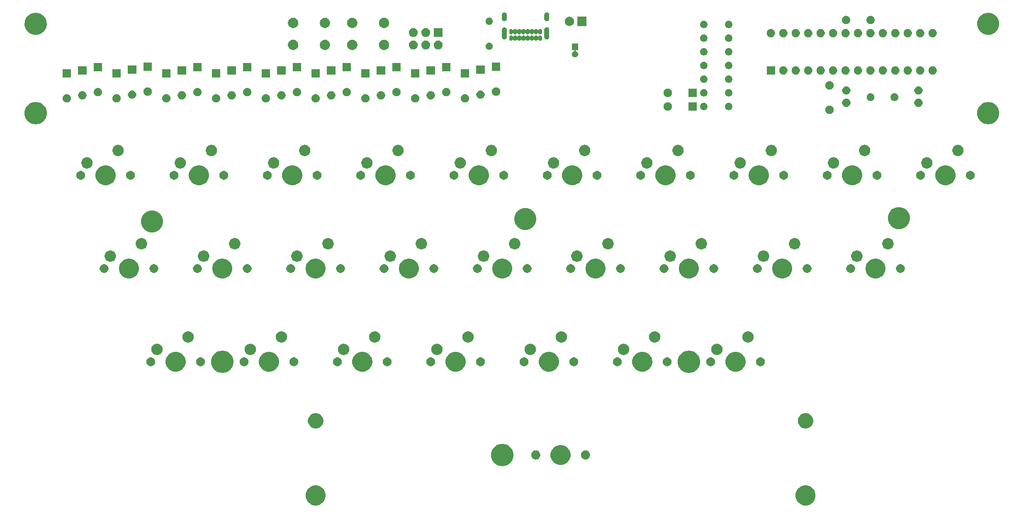
<source format=gbr>
G04 #@! TF.GenerationSoftware,KiCad,Pcbnew,(5.1.5)-3*
G04 #@! TF.CreationDate,2020-07-10T12:31:20-05:00*
G04 #@! TF.ProjectId,masochist,6d61736f-6368-4697-9374-2e6b69636164,rev?*
G04 #@! TF.SameCoordinates,Original*
G04 #@! TF.FileFunction,Soldermask,Top*
G04 #@! TF.FilePolarity,Negative*
%FSLAX46Y46*%
G04 Gerber Fmt 4.6, Leading zero omitted, Abs format (unit mm)*
G04 Created by KiCad (PCBNEW (5.1.5)-3) date 2020-07-10 12:31:20*
%MOMM*%
%LPD*%
G04 APERTURE LIST*
%ADD10C,0.100000*%
G04 APERTURE END LIST*
D10*
G36*
X221252624Y-129319934D02*
G01*
X221470624Y-129410233D01*
X221624773Y-129474083D01*
X221959698Y-129697873D01*
X222244527Y-129982702D01*
X222468317Y-130317627D01*
X222468317Y-130317628D01*
X222622466Y-130689776D01*
X222701050Y-131084844D01*
X222701050Y-131487656D01*
X222622466Y-131882724D01*
X222532167Y-132100724D01*
X222468317Y-132254873D01*
X222244527Y-132589798D01*
X221959698Y-132874627D01*
X221624773Y-133098417D01*
X221470624Y-133162267D01*
X221252624Y-133252566D01*
X220857556Y-133331150D01*
X220454744Y-133331150D01*
X220059676Y-133252566D01*
X219841676Y-133162267D01*
X219687527Y-133098417D01*
X219352602Y-132874627D01*
X219067773Y-132589798D01*
X218843983Y-132254873D01*
X218780133Y-132100724D01*
X218689834Y-131882724D01*
X218611250Y-131487656D01*
X218611250Y-131084844D01*
X218689834Y-130689776D01*
X218843983Y-130317628D01*
X218843983Y-130317627D01*
X219067773Y-129982702D01*
X219352602Y-129697873D01*
X219687527Y-129474083D01*
X219841676Y-129410233D01*
X220059676Y-129319934D01*
X220454744Y-129241350D01*
X220857556Y-129241350D01*
X221252624Y-129319934D01*
G37*
G36*
X121252824Y-129319934D02*
G01*
X121470824Y-129410233D01*
X121624973Y-129474083D01*
X121959898Y-129697873D01*
X122244727Y-129982702D01*
X122468517Y-130317627D01*
X122468517Y-130317628D01*
X122622666Y-130689776D01*
X122701250Y-131084844D01*
X122701250Y-131487656D01*
X122622666Y-131882724D01*
X122532367Y-132100724D01*
X122468517Y-132254873D01*
X122244727Y-132589798D01*
X121959898Y-132874627D01*
X121624973Y-133098417D01*
X121470824Y-133162267D01*
X121252824Y-133252566D01*
X120857756Y-133331150D01*
X120454944Y-133331150D01*
X120059876Y-133252566D01*
X119841876Y-133162267D01*
X119687727Y-133098417D01*
X119352802Y-132874627D01*
X119067973Y-132589798D01*
X118844183Y-132254873D01*
X118780333Y-132100724D01*
X118690034Y-131882724D01*
X118611450Y-131487656D01*
X118611450Y-131084844D01*
X118690034Y-130689776D01*
X118844183Y-130317628D01*
X118844183Y-130317627D01*
X119067973Y-129982702D01*
X119352802Y-129697873D01*
X119687727Y-129474083D01*
X119841876Y-129410233D01*
X120059876Y-129319934D01*
X120454944Y-129241350D01*
X120857756Y-129241350D01*
X121252824Y-129319934D01*
G37*
G36*
X159025880Y-120791026D02*
G01*
X159406593Y-120866754D01*
X159816249Y-121036439D01*
X160184929Y-121282784D01*
X160498466Y-121596321D01*
X160744811Y-121965001D01*
X160914496Y-122374657D01*
X161001000Y-122809546D01*
X161001000Y-123252954D01*
X160914496Y-123687843D01*
X160744811Y-124097499D01*
X160498466Y-124466179D01*
X160184929Y-124779716D01*
X159816249Y-125026061D01*
X159406593Y-125195746D01*
X159025880Y-125271474D01*
X158971705Y-125282250D01*
X158528295Y-125282250D01*
X158474120Y-125271474D01*
X158093407Y-125195746D01*
X157683751Y-125026061D01*
X157315071Y-124779716D01*
X157001534Y-124466179D01*
X156755189Y-124097499D01*
X156585504Y-123687843D01*
X156499000Y-123252954D01*
X156499000Y-122809546D01*
X156585504Y-122374657D01*
X156755189Y-121965001D01*
X157001534Y-121596321D01*
X157315071Y-121282784D01*
X157683751Y-121036439D01*
X158093407Y-120866754D01*
X158474120Y-120791026D01*
X158528295Y-120780250D01*
X158971705Y-120780250D01*
X159025880Y-120791026D01*
G37*
G36*
X171252724Y-121064934D02*
G01*
X171470724Y-121155233D01*
X171624873Y-121219083D01*
X171959798Y-121442873D01*
X172244627Y-121727702D01*
X172468417Y-122062627D01*
X172500812Y-122140836D01*
X172622566Y-122434776D01*
X172701150Y-122829844D01*
X172701150Y-123232656D01*
X172622566Y-123627724D01*
X172571701Y-123750522D01*
X172468417Y-123999873D01*
X172244627Y-124334798D01*
X171959798Y-124619627D01*
X171624873Y-124843417D01*
X171470724Y-124907267D01*
X171252724Y-124997566D01*
X170857656Y-125076150D01*
X170454844Y-125076150D01*
X170059776Y-124997566D01*
X169841776Y-124907267D01*
X169687627Y-124843417D01*
X169352702Y-124619627D01*
X169067873Y-124334798D01*
X168844083Y-123999873D01*
X168740799Y-123750522D01*
X168689934Y-123627724D01*
X168611350Y-123232656D01*
X168611350Y-122829844D01*
X168689934Y-122434776D01*
X168811688Y-122140836D01*
X168844083Y-122062627D01*
X169067873Y-121727702D01*
X169352702Y-121442873D01*
X169687627Y-121219083D01*
X169841776Y-121155233D01*
X170059776Y-121064934D01*
X170454844Y-120986350D01*
X170857656Y-120986350D01*
X171252724Y-121064934D01*
G37*
G36*
X165846354Y-122140835D02*
G01*
X166014876Y-122210639D01*
X166166541Y-122311978D01*
X166295522Y-122440959D01*
X166396861Y-122592624D01*
X166466665Y-122761146D01*
X166502250Y-122940047D01*
X166502250Y-123122453D01*
X166466665Y-123301354D01*
X166396861Y-123469876D01*
X166295522Y-123621541D01*
X166166541Y-123750522D01*
X166014876Y-123851861D01*
X165846354Y-123921665D01*
X165667453Y-123957250D01*
X165485047Y-123957250D01*
X165306146Y-123921665D01*
X165137624Y-123851861D01*
X164985959Y-123750522D01*
X164856978Y-123621541D01*
X164755639Y-123469876D01*
X164685835Y-123301354D01*
X164650250Y-123122453D01*
X164650250Y-122940047D01*
X164685835Y-122761146D01*
X164755639Y-122592624D01*
X164856978Y-122440959D01*
X164985959Y-122311978D01*
X165137624Y-122210639D01*
X165306146Y-122140835D01*
X165485047Y-122105250D01*
X165667453Y-122105250D01*
X165846354Y-122140835D01*
G37*
G36*
X176006354Y-122140835D02*
G01*
X176174876Y-122210639D01*
X176326541Y-122311978D01*
X176455522Y-122440959D01*
X176556861Y-122592624D01*
X176626665Y-122761146D01*
X176662250Y-122940047D01*
X176662250Y-123122453D01*
X176626665Y-123301354D01*
X176556861Y-123469876D01*
X176455522Y-123621541D01*
X176326541Y-123750522D01*
X176174876Y-123851861D01*
X176006354Y-123921665D01*
X175827453Y-123957250D01*
X175645047Y-123957250D01*
X175466146Y-123921665D01*
X175297624Y-123851861D01*
X175145959Y-123750522D01*
X175016978Y-123621541D01*
X174915639Y-123469876D01*
X174845835Y-123301354D01*
X174810250Y-123122453D01*
X174810250Y-122940047D01*
X174845835Y-122761146D01*
X174915639Y-122592624D01*
X175016978Y-122440959D01*
X175145959Y-122311978D01*
X175297624Y-122210639D01*
X175466146Y-122140835D01*
X175645047Y-122105250D01*
X175827453Y-122105250D01*
X176006354Y-122140835D01*
G37*
G36*
X220963417Y-114501513D02*
G01*
X221115561Y-114531776D01*
X221234287Y-114580954D01*
X221402191Y-114650502D01*
X221402192Y-114650503D01*
X221660154Y-114822867D01*
X221879533Y-115042246D01*
X221994703Y-115214611D01*
X222051898Y-115300209D01*
X222170624Y-115586840D01*
X222231150Y-115891125D01*
X222231150Y-116201375D01*
X222170624Y-116505660D01*
X222051898Y-116792291D01*
X222051897Y-116792292D01*
X221879533Y-117050254D01*
X221660154Y-117269633D01*
X221487789Y-117384803D01*
X221402191Y-117441998D01*
X221234287Y-117511546D01*
X221115561Y-117560724D01*
X220811275Y-117621250D01*
X220501025Y-117621250D01*
X220196739Y-117560724D01*
X220078013Y-117511546D01*
X219910109Y-117441998D01*
X219824511Y-117384803D01*
X219652146Y-117269633D01*
X219432767Y-117050254D01*
X219260403Y-116792292D01*
X219260402Y-116792291D01*
X219141676Y-116505660D01*
X219081150Y-116201375D01*
X219081150Y-115891125D01*
X219141676Y-115586840D01*
X219260402Y-115300209D01*
X219317597Y-115214611D01*
X219432767Y-115042246D01*
X219652146Y-114822867D01*
X219910108Y-114650503D01*
X219910109Y-114650502D01*
X220078013Y-114580954D01*
X220196739Y-114531776D01*
X220348883Y-114501513D01*
X220501025Y-114471250D01*
X220811275Y-114471250D01*
X220963417Y-114501513D01*
G37*
G36*
X120963617Y-114501513D02*
G01*
X121115761Y-114531776D01*
X121234487Y-114580954D01*
X121402391Y-114650502D01*
X121402392Y-114650503D01*
X121660354Y-114822867D01*
X121879733Y-115042246D01*
X121994903Y-115214611D01*
X122052098Y-115300209D01*
X122170824Y-115586840D01*
X122231350Y-115891125D01*
X122231350Y-116201375D01*
X122170824Y-116505660D01*
X122052098Y-116792291D01*
X122052097Y-116792292D01*
X121879733Y-117050254D01*
X121660354Y-117269633D01*
X121487989Y-117384803D01*
X121402391Y-117441998D01*
X121234487Y-117511546D01*
X121115761Y-117560724D01*
X120811475Y-117621250D01*
X120501225Y-117621250D01*
X120196939Y-117560724D01*
X120078213Y-117511546D01*
X119910309Y-117441998D01*
X119824711Y-117384803D01*
X119652346Y-117269633D01*
X119432967Y-117050254D01*
X119260603Y-116792292D01*
X119260602Y-116792291D01*
X119141876Y-116505660D01*
X119081350Y-116201375D01*
X119081350Y-115891125D01*
X119141876Y-115586840D01*
X119260602Y-115300209D01*
X119317797Y-115214611D01*
X119432967Y-115042246D01*
X119652346Y-114822867D01*
X119910308Y-114650503D01*
X119910309Y-114650502D01*
X120078213Y-114580954D01*
X120196939Y-114531776D01*
X120349083Y-114501513D01*
X120501225Y-114471250D01*
X120811475Y-114471250D01*
X120963617Y-114501513D01*
G37*
G36*
X101875880Y-101741026D02*
G01*
X102256593Y-101816754D01*
X102666249Y-101986439D01*
X103034929Y-102232784D01*
X103348466Y-102546321D01*
X103594811Y-102915001D01*
X103764496Y-103324657D01*
X103851000Y-103759546D01*
X103851000Y-104202954D01*
X103764496Y-104637843D01*
X103594811Y-105047499D01*
X103348466Y-105416179D01*
X103034929Y-105729716D01*
X102666249Y-105976061D01*
X102256593Y-106145746D01*
X101875880Y-106221474D01*
X101821705Y-106232250D01*
X101378295Y-106232250D01*
X101324120Y-106221474D01*
X100943407Y-106145746D01*
X100533751Y-105976061D01*
X100165071Y-105729716D01*
X99851534Y-105416179D01*
X99605189Y-105047499D01*
X99435504Y-104637843D01*
X99349000Y-104202954D01*
X99349000Y-103759546D01*
X99435504Y-103324657D01*
X99605189Y-102915001D01*
X99851534Y-102546321D01*
X100165071Y-102232784D01*
X100533751Y-101986439D01*
X100943407Y-101816754D01*
X101324120Y-101741026D01*
X101378295Y-101730250D01*
X101821705Y-101730250D01*
X101875880Y-101741026D01*
G37*
G36*
X197125880Y-101741026D02*
G01*
X197506593Y-101816754D01*
X197916249Y-101986439D01*
X198284929Y-102232784D01*
X198598466Y-102546321D01*
X198844811Y-102915001D01*
X199014496Y-103324657D01*
X199101000Y-103759546D01*
X199101000Y-104202954D01*
X199014496Y-104637843D01*
X198844811Y-105047499D01*
X198598466Y-105416179D01*
X198284929Y-105729716D01*
X197916249Y-105976061D01*
X197506593Y-106145746D01*
X197125880Y-106221474D01*
X197071705Y-106232250D01*
X196628295Y-106232250D01*
X196574120Y-106221474D01*
X196193407Y-106145746D01*
X195783751Y-105976061D01*
X195415071Y-105729716D01*
X195101534Y-105416179D01*
X194855189Y-105047499D01*
X194685504Y-104637843D01*
X194599000Y-104202954D01*
X194599000Y-103759546D01*
X194685504Y-103324657D01*
X194855189Y-102915001D01*
X195101534Y-102546321D01*
X195415071Y-102232784D01*
X195783751Y-101986439D01*
X196193407Y-101816754D01*
X196574120Y-101741026D01*
X196628295Y-101730250D01*
X197071705Y-101730250D01*
X197125880Y-101741026D01*
G37*
G36*
X168873254Y-102009068D02*
G01*
X169246511Y-102163676D01*
X169246513Y-102163677D01*
X169582436Y-102388134D01*
X169868116Y-102673814D01*
X170092574Y-103009739D01*
X170247182Y-103382996D01*
X170326000Y-103779243D01*
X170326000Y-104183257D01*
X170247182Y-104579504D01*
X170092574Y-104952761D01*
X170092573Y-104952763D01*
X169868116Y-105288686D01*
X169582436Y-105574366D01*
X169246513Y-105798823D01*
X169246512Y-105798824D01*
X169246511Y-105798824D01*
X168873254Y-105953432D01*
X168477007Y-106032250D01*
X168072993Y-106032250D01*
X167676746Y-105953432D01*
X167303489Y-105798824D01*
X167303488Y-105798824D01*
X167303487Y-105798823D01*
X166967564Y-105574366D01*
X166681884Y-105288686D01*
X166457427Y-104952763D01*
X166457426Y-104952761D01*
X166302818Y-104579504D01*
X166224000Y-104183257D01*
X166224000Y-103779243D01*
X166302818Y-103382996D01*
X166457426Y-103009739D01*
X166681884Y-102673814D01*
X166967564Y-102388134D01*
X167303487Y-102163677D01*
X167303489Y-102163676D01*
X167676746Y-102009068D01*
X168072993Y-101930250D01*
X168477007Y-101930250D01*
X168873254Y-102009068D01*
G37*
G36*
X92673254Y-102009068D02*
G01*
X93046511Y-102163676D01*
X93046513Y-102163677D01*
X93382436Y-102388134D01*
X93668116Y-102673814D01*
X93892574Y-103009739D01*
X94047182Y-103382996D01*
X94126000Y-103779243D01*
X94126000Y-104183257D01*
X94047182Y-104579504D01*
X93892574Y-104952761D01*
X93892573Y-104952763D01*
X93668116Y-105288686D01*
X93382436Y-105574366D01*
X93046513Y-105798823D01*
X93046512Y-105798824D01*
X93046511Y-105798824D01*
X92673254Y-105953432D01*
X92277007Y-106032250D01*
X91872993Y-106032250D01*
X91476746Y-105953432D01*
X91103489Y-105798824D01*
X91103488Y-105798824D01*
X91103487Y-105798823D01*
X90767564Y-105574366D01*
X90481884Y-105288686D01*
X90257427Y-104952763D01*
X90257426Y-104952761D01*
X90102818Y-104579504D01*
X90024000Y-104183257D01*
X90024000Y-103779243D01*
X90102818Y-103382996D01*
X90257426Y-103009739D01*
X90481884Y-102673814D01*
X90767564Y-102388134D01*
X91103487Y-102163677D01*
X91103489Y-102163676D01*
X91476746Y-102009068D01*
X91872993Y-101930250D01*
X92277007Y-101930250D01*
X92673254Y-102009068D01*
G37*
G36*
X149823254Y-102009068D02*
G01*
X150196511Y-102163676D01*
X150196513Y-102163677D01*
X150532436Y-102388134D01*
X150818116Y-102673814D01*
X151042574Y-103009739D01*
X151197182Y-103382996D01*
X151276000Y-103779243D01*
X151276000Y-104183257D01*
X151197182Y-104579504D01*
X151042574Y-104952761D01*
X151042573Y-104952763D01*
X150818116Y-105288686D01*
X150532436Y-105574366D01*
X150196513Y-105798823D01*
X150196512Y-105798824D01*
X150196511Y-105798824D01*
X149823254Y-105953432D01*
X149427007Y-106032250D01*
X149022993Y-106032250D01*
X148626746Y-105953432D01*
X148253489Y-105798824D01*
X148253488Y-105798824D01*
X148253487Y-105798823D01*
X147917564Y-105574366D01*
X147631884Y-105288686D01*
X147407427Y-104952763D01*
X147407426Y-104952761D01*
X147252818Y-104579504D01*
X147174000Y-104183257D01*
X147174000Y-103779243D01*
X147252818Y-103382996D01*
X147407426Y-103009739D01*
X147631884Y-102673814D01*
X147917564Y-102388134D01*
X148253487Y-102163677D01*
X148253489Y-102163676D01*
X148626746Y-102009068D01*
X149022993Y-101930250D01*
X149427007Y-101930250D01*
X149823254Y-102009068D01*
G37*
G36*
X187923254Y-102009068D02*
G01*
X188296511Y-102163676D01*
X188296513Y-102163677D01*
X188632436Y-102388134D01*
X188918116Y-102673814D01*
X189142574Y-103009739D01*
X189297182Y-103382996D01*
X189376000Y-103779243D01*
X189376000Y-104183257D01*
X189297182Y-104579504D01*
X189142574Y-104952761D01*
X189142573Y-104952763D01*
X188918116Y-105288686D01*
X188632436Y-105574366D01*
X188296513Y-105798823D01*
X188296512Y-105798824D01*
X188296511Y-105798824D01*
X187923254Y-105953432D01*
X187527007Y-106032250D01*
X187122993Y-106032250D01*
X186726746Y-105953432D01*
X186353489Y-105798824D01*
X186353488Y-105798824D01*
X186353487Y-105798823D01*
X186017564Y-105574366D01*
X185731884Y-105288686D01*
X185507427Y-104952763D01*
X185507426Y-104952761D01*
X185352818Y-104579504D01*
X185274000Y-104183257D01*
X185274000Y-103779243D01*
X185352818Y-103382996D01*
X185507426Y-103009739D01*
X185731884Y-102673814D01*
X186017564Y-102388134D01*
X186353487Y-102163677D01*
X186353489Y-102163676D01*
X186726746Y-102009068D01*
X187122993Y-101930250D01*
X187527007Y-101930250D01*
X187923254Y-102009068D01*
G37*
G36*
X206973254Y-102009068D02*
G01*
X207346511Y-102163676D01*
X207346513Y-102163677D01*
X207682436Y-102388134D01*
X207968116Y-102673814D01*
X208192574Y-103009739D01*
X208347182Y-103382996D01*
X208426000Y-103779243D01*
X208426000Y-104183257D01*
X208347182Y-104579504D01*
X208192574Y-104952761D01*
X208192573Y-104952763D01*
X207968116Y-105288686D01*
X207682436Y-105574366D01*
X207346513Y-105798823D01*
X207346512Y-105798824D01*
X207346511Y-105798824D01*
X206973254Y-105953432D01*
X206577007Y-106032250D01*
X206172993Y-106032250D01*
X205776746Y-105953432D01*
X205403489Y-105798824D01*
X205403488Y-105798824D01*
X205403487Y-105798823D01*
X205067564Y-105574366D01*
X204781884Y-105288686D01*
X204557427Y-104952763D01*
X204557426Y-104952761D01*
X204402818Y-104579504D01*
X204324000Y-104183257D01*
X204324000Y-103779243D01*
X204402818Y-103382996D01*
X204557426Y-103009739D01*
X204781884Y-102673814D01*
X205067564Y-102388134D01*
X205403487Y-102163677D01*
X205403489Y-102163676D01*
X205776746Y-102009068D01*
X206172993Y-101930250D01*
X206577007Y-101930250D01*
X206973254Y-102009068D01*
G37*
G36*
X130773254Y-102009068D02*
G01*
X131146511Y-102163676D01*
X131146513Y-102163677D01*
X131482436Y-102388134D01*
X131768116Y-102673814D01*
X131992574Y-103009739D01*
X132147182Y-103382996D01*
X132226000Y-103779243D01*
X132226000Y-104183257D01*
X132147182Y-104579504D01*
X131992574Y-104952761D01*
X131992573Y-104952763D01*
X131768116Y-105288686D01*
X131482436Y-105574366D01*
X131146513Y-105798823D01*
X131146512Y-105798824D01*
X131146511Y-105798824D01*
X130773254Y-105953432D01*
X130377007Y-106032250D01*
X129972993Y-106032250D01*
X129576746Y-105953432D01*
X129203489Y-105798824D01*
X129203488Y-105798824D01*
X129203487Y-105798823D01*
X128867564Y-105574366D01*
X128581884Y-105288686D01*
X128357427Y-104952763D01*
X128357426Y-104952761D01*
X128202818Y-104579504D01*
X128124000Y-104183257D01*
X128124000Y-103779243D01*
X128202818Y-103382996D01*
X128357426Y-103009739D01*
X128581884Y-102673814D01*
X128867564Y-102388134D01*
X129203487Y-102163677D01*
X129203489Y-102163676D01*
X129576746Y-102009068D01*
X129972993Y-101930250D01*
X130377007Y-101930250D01*
X130773254Y-102009068D01*
G37*
G36*
X111723254Y-102009068D02*
G01*
X112096511Y-102163676D01*
X112096513Y-102163677D01*
X112432436Y-102388134D01*
X112718116Y-102673814D01*
X112942574Y-103009739D01*
X113097182Y-103382996D01*
X113176000Y-103779243D01*
X113176000Y-104183257D01*
X113097182Y-104579504D01*
X112942574Y-104952761D01*
X112942573Y-104952763D01*
X112718116Y-105288686D01*
X112432436Y-105574366D01*
X112096513Y-105798823D01*
X112096512Y-105798824D01*
X112096511Y-105798824D01*
X111723254Y-105953432D01*
X111327007Y-106032250D01*
X110922993Y-106032250D01*
X110526746Y-105953432D01*
X110153489Y-105798824D01*
X110153488Y-105798824D01*
X110153487Y-105798823D01*
X109817564Y-105574366D01*
X109531884Y-105288686D01*
X109307427Y-104952763D01*
X109307426Y-104952761D01*
X109152818Y-104579504D01*
X109074000Y-104183257D01*
X109074000Y-103779243D01*
X109152818Y-103382996D01*
X109307426Y-103009739D01*
X109531884Y-102673814D01*
X109817564Y-102388134D01*
X110153487Y-102163677D01*
X110153489Y-102163676D01*
X110526746Y-102009068D01*
X110922993Y-101930250D01*
X111327007Y-101930250D01*
X111723254Y-102009068D01*
G37*
G36*
X106158512Y-103085177D02*
G01*
X106307812Y-103114874D01*
X106471784Y-103182794D01*
X106619354Y-103281397D01*
X106744853Y-103406896D01*
X106843456Y-103554466D01*
X106911376Y-103718438D01*
X106946000Y-103892509D01*
X106946000Y-104069991D01*
X106911376Y-104244062D01*
X106843456Y-104408034D01*
X106744853Y-104555604D01*
X106619354Y-104681103D01*
X106471784Y-104779706D01*
X106307812Y-104847626D01*
X106158512Y-104877323D01*
X106133742Y-104882250D01*
X105956258Y-104882250D01*
X105931488Y-104877323D01*
X105782188Y-104847626D01*
X105618216Y-104779706D01*
X105470646Y-104681103D01*
X105345147Y-104555604D01*
X105246544Y-104408034D01*
X105178624Y-104244062D01*
X105144000Y-104069991D01*
X105144000Y-103892509D01*
X105178624Y-103718438D01*
X105246544Y-103554466D01*
X105345147Y-103406896D01*
X105470646Y-103281397D01*
X105618216Y-103182794D01*
X105782188Y-103114874D01*
X105931488Y-103085177D01*
X105956258Y-103080250D01*
X106133742Y-103080250D01*
X106158512Y-103085177D01*
G37*
G36*
X163308512Y-103085177D02*
G01*
X163457812Y-103114874D01*
X163621784Y-103182794D01*
X163769354Y-103281397D01*
X163894853Y-103406896D01*
X163993456Y-103554466D01*
X164061376Y-103718438D01*
X164096000Y-103892509D01*
X164096000Y-104069991D01*
X164061376Y-104244062D01*
X163993456Y-104408034D01*
X163894853Y-104555604D01*
X163769354Y-104681103D01*
X163621784Y-104779706D01*
X163457812Y-104847626D01*
X163308512Y-104877323D01*
X163283742Y-104882250D01*
X163106258Y-104882250D01*
X163081488Y-104877323D01*
X162932188Y-104847626D01*
X162768216Y-104779706D01*
X162620646Y-104681103D01*
X162495147Y-104555604D01*
X162396544Y-104408034D01*
X162328624Y-104244062D01*
X162294000Y-104069991D01*
X162294000Y-103892509D01*
X162328624Y-103718438D01*
X162396544Y-103554466D01*
X162495147Y-103406896D01*
X162620646Y-103281397D01*
X162768216Y-103182794D01*
X162932188Y-103114874D01*
X163081488Y-103085177D01*
X163106258Y-103080250D01*
X163283742Y-103080250D01*
X163308512Y-103085177D01*
G37*
G36*
X173468512Y-103085177D02*
G01*
X173617812Y-103114874D01*
X173781784Y-103182794D01*
X173929354Y-103281397D01*
X174054853Y-103406896D01*
X174153456Y-103554466D01*
X174221376Y-103718438D01*
X174256000Y-103892509D01*
X174256000Y-104069991D01*
X174221376Y-104244062D01*
X174153456Y-104408034D01*
X174054853Y-104555604D01*
X173929354Y-104681103D01*
X173781784Y-104779706D01*
X173617812Y-104847626D01*
X173468512Y-104877323D01*
X173443742Y-104882250D01*
X173266258Y-104882250D01*
X173241488Y-104877323D01*
X173092188Y-104847626D01*
X172928216Y-104779706D01*
X172780646Y-104681103D01*
X172655147Y-104555604D01*
X172556544Y-104408034D01*
X172488624Y-104244062D01*
X172454000Y-104069991D01*
X172454000Y-103892509D01*
X172488624Y-103718438D01*
X172556544Y-103554466D01*
X172655147Y-103406896D01*
X172780646Y-103281397D01*
X172928216Y-103182794D01*
X173092188Y-103114874D01*
X173241488Y-103085177D01*
X173266258Y-103080250D01*
X173443742Y-103080250D01*
X173468512Y-103085177D01*
G37*
G36*
X87108512Y-103085177D02*
G01*
X87257812Y-103114874D01*
X87421784Y-103182794D01*
X87569354Y-103281397D01*
X87694853Y-103406896D01*
X87793456Y-103554466D01*
X87861376Y-103718438D01*
X87896000Y-103892509D01*
X87896000Y-104069991D01*
X87861376Y-104244062D01*
X87793456Y-104408034D01*
X87694853Y-104555604D01*
X87569354Y-104681103D01*
X87421784Y-104779706D01*
X87257812Y-104847626D01*
X87108512Y-104877323D01*
X87083742Y-104882250D01*
X86906258Y-104882250D01*
X86881488Y-104877323D01*
X86732188Y-104847626D01*
X86568216Y-104779706D01*
X86420646Y-104681103D01*
X86295147Y-104555604D01*
X86196544Y-104408034D01*
X86128624Y-104244062D01*
X86094000Y-104069991D01*
X86094000Y-103892509D01*
X86128624Y-103718438D01*
X86196544Y-103554466D01*
X86295147Y-103406896D01*
X86420646Y-103281397D01*
X86568216Y-103182794D01*
X86732188Y-103114874D01*
X86881488Y-103085177D01*
X86906258Y-103080250D01*
X87083742Y-103080250D01*
X87108512Y-103085177D01*
G37*
G36*
X211568512Y-103085177D02*
G01*
X211717812Y-103114874D01*
X211881784Y-103182794D01*
X212029354Y-103281397D01*
X212154853Y-103406896D01*
X212253456Y-103554466D01*
X212321376Y-103718438D01*
X212356000Y-103892509D01*
X212356000Y-104069991D01*
X212321376Y-104244062D01*
X212253456Y-104408034D01*
X212154853Y-104555604D01*
X212029354Y-104681103D01*
X211881784Y-104779706D01*
X211717812Y-104847626D01*
X211568512Y-104877323D01*
X211543742Y-104882250D01*
X211366258Y-104882250D01*
X211341488Y-104877323D01*
X211192188Y-104847626D01*
X211028216Y-104779706D01*
X210880646Y-104681103D01*
X210755147Y-104555604D01*
X210656544Y-104408034D01*
X210588624Y-104244062D01*
X210554000Y-104069991D01*
X210554000Y-103892509D01*
X210588624Y-103718438D01*
X210656544Y-103554466D01*
X210755147Y-103406896D01*
X210880646Y-103281397D01*
X211028216Y-103182794D01*
X211192188Y-103114874D01*
X211341488Y-103085177D01*
X211366258Y-103080250D01*
X211543742Y-103080250D01*
X211568512Y-103085177D01*
G37*
G36*
X201408512Y-103085177D02*
G01*
X201557812Y-103114874D01*
X201721784Y-103182794D01*
X201869354Y-103281397D01*
X201994853Y-103406896D01*
X202093456Y-103554466D01*
X202161376Y-103718438D01*
X202196000Y-103892509D01*
X202196000Y-104069991D01*
X202161376Y-104244062D01*
X202093456Y-104408034D01*
X201994853Y-104555604D01*
X201869354Y-104681103D01*
X201721784Y-104779706D01*
X201557812Y-104847626D01*
X201408512Y-104877323D01*
X201383742Y-104882250D01*
X201206258Y-104882250D01*
X201181488Y-104877323D01*
X201032188Y-104847626D01*
X200868216Y-104779706D01*
X200720646Y-104681103D01*
X200595147Y-104555604D01*
X200496544Y-104408034D01*
X200428624Y-104244062D01*
X200394000Y-104069991D01*
X200394000Y-103892509D01*
X200428624Y-103718438D01*
X200496544Y-103554466D01*
X200595147Y-103406896D01*
X200720646Y-103281397D01*
X200868216Y-103182794D01*
X201032188Y-103114874D01*
X201181488Y-103085177D01*
X201206258Y-103080250D01*
X201383742Y-103080250D01*
X201408512Y-103085177D01*
G37*
G36*
X97268512Y-103085177D02*
G01*
X97417812Y-103114874D01*
X97581784Y-103182794D01*
X97729354Y-103281397D01*
X97854853Y-103406896D01*
X97953456Y-103554466D01*
X98021376Y-103718438D01*
X98056000Y-103892509D01*
X98056000Y-104069991D01*
X98021376Y-104244062D01*
X97953456Y-104408034D01*
X97854853Y-104555604D01*
X97729354Y-104681103D01*
X97581784Y-104779706D01*
X97417812Y-104847626D01*
X97268512Y-104877323D01*
X97243742Y-104882250D01*
X97066258Y-104882250D01*
X97041488Y-104877323D01*
X96892188Y-104847626D01*
X96728216Y-104779706D01*
X96580646Y-104681103D01*
X96455147Y-104555604D01*
X96356544Y-104408034D01*
X96288624Y-104244062D01*
X96254000Y-104069991D01*
X96254000Y-103892509D01*
X96288624Y-103718438D01*
X96356544Y-103554466D01*
X96455147Y-103406896D01*
X96580646Y-103281397D01*
X96728216Y-103182794D01*
X96892188Y-103114874D01*
X97041488Y-103085177D01*
X97066258Y-103080250D01*
X97243742Y-103080250D01*
X97268512Y-103085177D01*
G37*
G36*
X182358512Y-103085177D02*
G01*
X182507812Y-103114874D01*
X182671784Y-103182794D01*
X182819354Y-103281397D01*
X182944853Y-103406896D01*
X183043456Y-103554466D01*
X183111376Y-103718438D01*
X183146000Y-103892509D01*
X183146000Y-104069991D01*
X183111376Y-104244062D01*
X183043456Y-104408034D01*
X182944853Y-104555604D01*
X182819354Y-104681103D01*
X182671784Y-104779706D01*
X182507812Y-104847626D01*
X182358512Y-104877323D01*
X182333742Y-104882250D01*
X182156258Y-104882250D01*
X182131488Y-104877323D01*
X181982188Y-104847626D01*
X181818216Y-104779706D01*
X181670646Y-104681103D01*
X181545147Y-104555604D01*
X181446544Y-104408034D01*
X181378624Y-104244062D01*
X181344000Y-104069991D01*
X181344000Y-103892509D01*
X181378624Y-103718438D01*
X181446544Y-103554466D01*
X181545147Y-103406896D01*
X181670646Y-103281397D01*
X181818216Y-103182794D01*
X181982188Y-103114874D01*
X182131488Y-103085177D01*
X182156258Y-103080250D01*
X182333742Y-103080250D01*
X182358512Y-103085177D01*
G37*
G36*
X125208512Y-103085177D02*
G01*
X125357812Y-103114874D01*
X125521784Y-103182794D01*
X125669354Y-103281397D01*
X125794853Y-103406896D01*
X125893456Y-103554466D01*
X125961376Y-103718438D01*
X125996000Y-103892509D01*
X125996000Y-104069991D01*
X125961376Y-104244062D01*
X125893456Y-104408034D01*
X125794853Y-104555604D01*
X125669354Y-104681103D01*
X125521784Y-104779706D01*
X125357812Y-104847626D01*
X125208512Y-104877323D01*
X125183742Y-104882250D01*
X125006258Y-104882250D01*
X124981488Y-104877323D01*
X124832188Y-104847626D01*
X124668216Y-104779706D01*
X124520646Y-104681103D01*
X124395147Y-104555604D01*
X124296544Y-104408034D01*
X124228624Y-104244062D01*
X124194000Y-104069991D01*
X124194000Y-103892509D01*
X124228624Y-103718438D01*
X124296544Y-103554466D01*
X124395147Y-103406896D01*
X124520646Y-103281397D01*
X124668216Y-103182794D01*
X124832188Y-103114874D01*
X124981488Y-103085177D01*
X125006258Y-103080250D01*
X125183742Y-103080250D01*
X125208512Y-103085177D01*
G37*
G36*
X116318512Y-103085177D02*
G01*
X116467812Y-103114874D01*
X116631784Y-103182794D01*
X116779354Y-103281397D01*
X116904853Y-103406896D01*
X117003456Y-103554466D01*
X117071376Y-103718438D01*
X117106000Y-103892509D01*
X117106000Y-104069991D01*
X117071376Y-104244062D01*
X117003456Y-104408034D01*
X116904853Y-104555604D01*
X116779354Y-104681103D01*
X116631784Y-104779706D01*
X116467812Y-104847626D01*
X116318512Y-104877323D01*
X116293742Y-104882250D01*
X116116258Y-104882250D01*
X116091488Y-104877323D01*
X115942188Y-104847626D01*
X115778216Y-104779706D01*
X115630646Y-104681103D01*
X115505147Y-104555604D01*
X115406544Y-104408034D01*
X115338624Y-104244062D01*
X115304000Y-104069991D01*
X115304000Y-103892509D01*
X115338624Y-103718438D01*
X115406544Y-103554466D01*
X115505147Y-103406896D01*
X115630646Y-103281397D01*
X115778216Y-103182794D01*
X115942188Y-103114874D01*
X116091488Y-103085177D01*
X116116258Y-103080250D01*
X116293742Y-103080250D01*
X116318512Y-103085177D01*
G37*
G36*
X154418512Y-103085177D02*
G01*
X154567812Y-103114874D01*
X154731784Y-103182794D01*
X154879354Y-103281397D01*
X155004853Y-103406896D01*
X155103456Y-103554466D01*
X155171376Y-103718438D01*
X155206000Y-103892509D01*
X155206000Y-104069991D01*
X155171376Y-104244062D01*
X155103456Y-104408034D01*
X155004853Y-104555604D01*
X154879354Y-104681103D01*
X154731784Y-104779706D01*
X154567812Y-104847626D01*
X154418512Y-104877323D01*
X154393742Y-104882250D01*
X154216258Y-104882250D01*
X154191488Y-104877323D01*
X154042188Y-104847626D01*
X153878216Y-104779706D01*
X153730646Y-104681103D01*
X153605147Y-104555604D01*
X153506544Y-104408034D01*
X153438624Y-104244062D01*
X153404000Y-104069991D01*
X153404000Y-103892509D01*
X153438624Y-103718438D01*
X153506544Y-103554466D01*
X153605147Y-103406896D01*
X153730646Y-103281397D01*
X153878216Y-103182794D01*
X154042188Y-103114874D01*
X154191488Y-103085177D01*
X154216258Y-103080250D01*
X154393742Y-103080250D01*
X154418512Y-103085177D01*
G37*
G36*
X144258512Y-103085177D02*
G01*
X144407812Y-103114874D01*
X144571784Y-103182794D01*
X144719354Y-103281397D01*
X144844853Y-103406896D01*
X144943456Y-103554466D01*
X145011376Y-103718438D01*
X145046000Y-103892509D01*
X145046000Y-104069991D01*
X145011376Y-104244062D01*
X144943456Y-104408034D01*
X144844853Y-104555604D01*
X144719354Y-104681103D01*
X144571784Y-104779706D01*
X144407812Y-104847626D01*
X144258512Y-104877323D01*
X144233742Y-104882250D01*
X144056258Y-104882250D01*
X144031488Y-104877323D01*
X143882188Y-104847626D01*
X143718216Y-104779706D01*
X143570646Y-104681103D01*
X143445147Y-104555604D01*
X143346544Y-104408034D01*
X143278624Y-104244062D01*
X143244000Y-104069991D01*
X143244000Y-103892509D01*
X143278624Y-103718438D01*
X143346544Y-103554466D01*
X143445147Y-103406896D01*
X143570646Y-103281397D01*
X143718216Y-103182794D01*
X143882188Y-103114874D01*
X144031488Y-103085177D01*
X144056258Y-103080250D01*
X144233742Y-103080250D01*
X144258512Y-103085177D01*
G37*
G36*
X135368512Y-103085177D02*
G01*
X135517812Y-103114874D01*
X135681784Y-103182794D01*
X135829354Y-103281397D01*
X135954853Y-103406896D01*
X136053456Y-103554466D01*
X136121376Y-103718438D01*
X136156000Y-103892509D01*
X136156000Y-104069991D01*
X136121376Y-104244062D01*
X136053456Y-104408034D01*
X135954853Y-104555604D01*
X135829354Y-104681103D01*
X135681784Y-104779706D01*
X135517812Y-104847626D01*
X135368512Y-104877323D01*
X135343742Y-104882250D01*
X135166258Y-104882250D01*
X135141488Y-104877323D01*
X134992188Y-104847626D01*
X134828216Y-104779706D01*
X134680646Y-104681103D01*
X134555147Y-104555604D01*
X134456544Y-104408034D01*
X134388624Y-104244062D01*
X134354000Y-104069991D01*
X134354000Y-103892509D01*
X134388624Y-103718438D01*
X134456544Y-103554466D01*
X134555147Y-103406896D01*
X134680646Y-103281397D01*
X134828216Y-103182794D01*
X134992188Y-103114874D01*
X135141488Y-103085177D01*
X135166258Y-103080250D01*
X135343742Y-103080250D01*
X135368512Y-103085177D01*
G37*
G36*
X192518512Y-103085177D02*
G01*
X192667812Y-103114874D01*
X192831784Y-103182794D01*
X192979354Y-103281397D01*
X193104853Y-103406896D01*
X193203456Y-103554466D01*
X193271376Y-103718438D01*
X193306000Y-103892509D01*
X193306000Y-104069991D01*
X193271376Y-104244062D01*
X193203456Y-104408034D01*
X193104853Y-104555604D01*
X192979354Y-104681103D01*
X192831784Y-104779706D01*
X192667812Y-104847626D01*
X192518512Y-104877323D01*
X192493742Y-104882250D01*
X192316258Y-104882250D01*
X192291488Y-104877323D01*
X192142188Y-104847626D01*
X191978216Y-104779706D01*
X191830646Y-104681103D01*
X191705147Y-104555604D01*
X191606544Y-104408034D01*
X191538624Y-104244062D01*
X191504000Y-104069991D01*
X191504000Y-103892509D01*
X191538624Y-103718438D01*
X191606544Y-103554466D01*
X191705147Y-103406896D01*
X191830646Y-103281397D01*
X191978216Y-103182794D01*
X192142188Y-103114874D01*
X192291488Y-103085177D01*
X192316258Y-103080250D01*
X192493742Y-103080250D01*
X192518512Y-103085177D01*
G37*
G36*
X145639549Y-100312366D02*
G01*
X145750734Y-100334482D01*
X145960203Y-100421247D01*
X146148720Y-100547210D01*
X146309040Y-100707530D01*
X146435003Y-100896047D01*
X146521768Y-101105516D01*
X146566000Y-101327886D01*
X146566000Y-101554614D01*
X146521768Y-101776984D01*
X146435003Y-101986453D01*
X146309040Y-102174970D01*
X146148720Y-102335290D01*
X145960203Y-102461253D01*
X145750734Y-102548018D01*
X145639549Y-102570134D01*
X145528365Y-102592250D01*
X145301635Y-102592250D01*
X145190451Y-102570134D01*
X145079266Y-102548018D01*
X144869797Y-102461253D01*
X144681280Y-102335290D01*
X144520960Y-102174970D01*
X144394997Y-101986453D01*
X144308232Y-101776984D01*
X144264000Y-101554614D01*
X144264000Y-101327886D01*
X144308232Y-101105516D01*
X144394997Y-100896047D01*
X144520960Y-100707530D01*
X144681280Y-100547210D01*
X144869797Y-100421247D01*
X145079266Y-100334482D01*
X145190451Y-100312366D01*
X145301635Y-100290250D01*
X145528365Y-100290250D01*
X145639549Y-100312366D01*
G37*
G36*
X202789549Y-100312366D02*
G01*
X202900734Y-100334482D01*
X203110203Y-100421247D01*
X203298720Y-100547210D01*
X203459040Y-100707530D01*
X203585003Y-100896047D01*
X203671768Y-101105516D01*
X203716000Y-101327886D01*
X203716000Y-101554614D01*
X203671768Y-101776984D01*
X203585003Y-101986453D01*
X203459040Y-102174970D01*
X203298720Y-102335290D01*
X203110203Y-102461253D01*
X202900734Y-102548018D01*
X202789549Y-102570134D01*
X202678365Y-102592250D01*
X202451635Y-102592250D01*
X202340451Y-102570134D01*
X202229266Y-102548018D01*
X202019797Y-102461253D01*
X201831280Y-102335290D01*
X201670960Y-102174970D01*
X201544997Y-101986453D01*
X201458232Y-101776984D01*
X201414000Y-101554614D01*
X201414000Y-101327886D01*
X201458232Y-101105516D01*
X201544997Y-100896047D01*
X201670960Y-100707530D01*
X201831280Y-100547210D01*
X202019797Y-100421247D01*
X202229266Y-100334482D01*
X202340451Y-100312366D01*
X202451635Y-100290250D01*
X202678365Y-100290250D01*
X202789549Y-100312366D01*
G37*
G36*
X126589549Y-100312366D02*
G01*
X126700734Y-100334482D01*
X126910203Y-100421247D01*
X127098720Y-100547210D01*
X127259040Y-100707530D01*
X127385003Y-100896047D01*
X127471768Y-101105516D01*
X127516000Y-101327886D01*
X127516000Y-101554614D01*
X127471768Y-101776984D01*
X127385003Y-101986453D01*
X127259040Y-102174970D01*
X127098720Y-102335290D01*
X126910203Y-102461253D01*
X126700734Y-102548018D01*
X126589549Y-102570134D01*
X126478365Y-102592250D01*
X126251635Y-102592250D01*
X126140451Y-102570134D01*
X126029266Y-102548018D01*
X125819797Y-102461253D01*
X125631280Y-102335290D01*
X125470960Y-102174970D01*
X125344997Y-101986453D01*
X125258232Y-101776984D01*
X125214000Y-101554614D01*
X125214000Y-101327886D01*
X125258232Y-101105516D01*
X125344997Y-100896047D01*
X125470960Y-100707530D01*
X125631280Y-100547210D01*
X125819797Y-100421247D01*
X126029266Y-100334482D01*
X126140451Y-100312366D01*
X126251635Y-100290250D01*
X126478365Y-100290250D01*
X126589549Y-100312366D01*
G37*
G36*
X164689549Y-100312366D02*
G01*
X164800734Y-100334482D01*
X165010203Y-100421247D01*
X165198720Y-100547210D01*
X165359040Y-100707530D01*
X165485003Y-100896047D01*
X165571768Y-101105516D01*
X165616000Y-101327886D01*
X165616000Y-101554614D01*
X165571768Y-101776984D01*
X165485003Y-101986453D01*
X165359040Y-102174970D01*
X165198720Y-102335290D01*
X165010203Y-102461253D01*
X164800734Y-102548018D01*
X164689549Y-102570134D01*
X164578365Y-102592250D01*
X164351635Y-102592250D01*
X164240451Y-102570134D01*
X164129266Y-102548018D01*
X163919797Y-102461253D01*
X163731280Y-102335290D01*
X163570960Y-102174970D01*
X163444997Y-101986453D01*
X163358232Y-101776984D01*
X163314000Y-101554614D01*
X163314000Y-101327886D01*
X163358232Y-101105516D01*
X163444997Y-100896047D01*
X163570960Y-100707530D01*
X163731280Y-100547210D01*
X163919797Y-100421247D01*
X164129266Y-100334482D01*
X164240451Y-100312366D01*
X164351635Y-100290250D01*
X164578365Y-100290250D01*
X164689549Y-100312366D01*
G37*
G36*
X183739549Y-100312366D02*
G01*
X183850734Y-100334482D01*
X184060203Y-100421247D01*
X184248720Y-100547210D01*
X184409040Y-100707530D01*
X184535003Y-100896047D01*
X184621768Y-101105516D01*
X184666000Y-101327886D01*
X184666000Y-101554614D01*
X184621768Y-101776984D01*
X184535003Y-101986453D01*
X184409040Y-102174970D01*
X184248720Y-102335290D01*
X184060203Y-102461253D01*
X183850734Y-102548018D01*
X183739549Y-102570134D01*
X183628365Y-102592250D01*
X183401635Y-102592250D01*
X183290451Y-102570134D01*
X183179266Y-102548018D01*
X182969797Y-102461253D01*
X182781280Y-102335290D01*
X182620960Y-102174970D01*
X182494997Y-101986453D01*
X182408232Y-101776984D01*
X182364000Y-101554614D01*
X182364000Y-101327886D01*
X182408232Y-101105516D01*
X182494997Y-100896047D01*
X182620960Y-100707530D01*
X182781280Y-100547210D01*
X182969797Y-100421247D01*
X183179266Y-100334482D01*
X183290451Y-100312366D01*
X183401635Y-100290250D01*
X183628365Y-100290250D01*
X183739549Y-100312366D01*
G37*
G36*
X107539549Y-100312366D02*
G01*
X107650734Y-100334482D01*
X107860203Y-100421247D01*
X108048720Y-100547210D01*
X108209040Y-100707530D01*
X108335003Y-100896047D01*
X108421768Y-101105516D01*
X108466000Y-101327886D01*
X108466000Y-101554614D01*
X108421768Y-101776984D01*
X108335003Y-101986453D01*
X108209040Y-102174970D01*
X108048720Y-102335290D01*
X107860203Y-102461253D01*
X107650734Y-102548018D01*
X107539549Y-102570134D01*
X107428365Y-102592250D01*
X107201635Y-102592250D01*
X107090451Y-102570134D01*
X106979266Y-102548018D01*
X106769797Y-102461253D01*
X106581280Y-102335290D01*
X106420960Y-102174970D01*
X106294997Y-101986453D01*
X106208232Y-101776984D01*
X106164000Y-101554614D01*
X106164000Y-101327886D01*
X106208232Y-101105516D01*
X106294997Y-100896047D01*
X106420960Y-100707530D01*
X106581280Y-100547210D01*
X106769797Y-100421247D01*
X106979266Y-100334482D01*
X107090451Y-100312366D01*
X107201635Y-100290250D01*
X107428365Y-100290250D01*
X107539549Y-100312366D01*
G37*
G36*
X88489549Y-100312366D02*
G01*
X88600734Y-100334482D01*
X88810203Y-100421247D01*
X88998720Y-100547210D01*
X89159040Y-100707530D01*
X89285003Y-100896047D01*
X89371768Y-101105516D01*
X89416000Y-101327886D01*
X89416000Y-101554614D01*
X89371768Y-101776984D01*
X89285003Y-101986453D01*
X89159040Y-102174970D01*
X88998720Y-102335290D01*
X88810203Y-102461253D01*
X88600734Y-102548018D01*
X88489549Y-102570134D01*
X88378365Y-102592250D01*
X88151635Y-102592250D01*
X88040451Y-102570134D01*
X87929266Y-102548018D01*
X87719797Y-102461253D01*
X87531280Y-102335290D01*
X87370960Y-102174970D01*
X87244997Y-101986453D01*
X87158232Y-101776984D01*
X87114000Y-101554614D01*
X87114000Y-101327886D01*
X87158232Y-101105516D01*
X87244997Y-100896047D01*
X87370960Y-100707530D01*
X87531280Y-100547210D01*
X87719797Y-100421247D01*
X87929266Y-100334482D01*
X88040451Y-100312366D01*
X88151635Y-100290250D01*
X88378365Y-100290250D01*
X88489549Y-100312366D01*
G37*
G36*
X94839549Y-97772366D02*
G01*
X94950734Y-97794482D01*
X95160203Y-97881247D01*
X95348720Y-98007210D01*
X95509040Y-98167530D01*
X95635003Y-98356047D01*
X95721768Y-98565516D01*
X95766000Y-98787886D01*
X95766000Y-99014614D01*
X95721768Y-99236984D01*
X95635003Y-99446453D01*
X95509040Y-99634970D01*
X95348720Y-99795290D01*
X95160203Y-99921253D01*
X94950734Y-100008018D01*
X94839549Y-100030134D01*
X94728365Y-100052250D01*
X94501635Y-100052250D01*
X94390451Y-100030134D01*
X94279266Y-100008018D01*
X94069797Y-99921253D01*
X93881280Y-99795290D01*
X93720960Y-99634970D01*
X93594997Y-99446453D01*
X93508232Y-99236984D01*
X93464000Y-99014614D01*
X93464000Y-98787886D01*
X93508232Y-98565516D01*
X93594997Y-98356047D01*
X93720960Y-98167530D01*
X93881280Y-98007210D01*
X94069797Y-97881247D01*
X94279266Y-97794482D01*
X94390451Y-97772366D01*
X94501635Y-97750250D01*
X94728365Y-97750250D01*
X94839549Y-97772366D01*
G37*
G36*
X190089549Y-97772366D02*
G01*
X190200734Y-97794482D01*
X190410203Y-97881247D01*
X190598720Y-98007210D01*
X190759040Y-98167530D01*
X190885003Y-98356047D01*
X190971768Y-98565516D01*
X191016000Y-98787886D01*
X191016000Y-99014614D01*
X190971768Y-99236984D01*
X190885003Y-99446453D01*
X190759040Y-99634970D01*
X190598720Y-99795290D01*
X190410203Y-99921253D01*
X190200734Y-100008018D01*
X190089549Y-100030134D01*
X189978365Y-100052250D01*
X189751635Y-100052250D01*
X189640451Y-100030134D01*
X189529266Y-100008018D01*
X189319797Y-99921253D01*
X189131280Y-99795290D01*
X188970960Y-99634970D01*
X188844997Y-99446453D01*
X188758232Y-99236984D01*
X188714000Y-99014614D01*
X188714000Y-98787886D01*
X188758232Y-98565516D01*
X188844997Y-98356047D01*
X188970960Y-98167530D01*
X189131280Y-98007210D01*
X189319797Y-97881247D01*
X189529266Y-97794482D01*
X189640451Y-97772366D01*
X189751635Y-97750250D01*
X189978365Y-97750250D01*
X190089549Y-97772366D01*
G37*
G36*
X209139549Y-97772366D02*
G01*
X209250734Y-97794482D01*
X209460203Y-97881247D01*
X209648720Y-98007210D01*
X209809040Y-98167530D01*
X209935003Y-98356047D01*
X210021768Y-98565516D01*
X210066000Y-98787886D01*
X210066000Y-99014614D01*
X210021768Y-99236984D01*
X209935003Y-99446453D01*
X209809040Y-99634970D01*
X209648720Y-99795290D01*
X209460203Y-99921253D01*
X209250734Y-100008018D01*
X209139549Y-100030134D01*
X209028365Y-100052250D01*
X208801635Y-100052250D01*
X208690451Y-100030134D01*
X208579266Y-100008018D01*
X208369797Y-99921253D01*
X208181280Y-99795290D01*
X208020960Y-99634970D01*
X207894997Y-99446453D01*
X207808232Y-99236984D01*
X207764000Y-99014614D01*
X207764000Y-98787886D01*
X207808232Y-98565516D01*
X207894997Y-98356047D01*
X208020960Y-98167530D01*
X208181280Y-98007210D01*
X208369797Y-97881247D01*
X208579266Y-97794482D01*
X208690451Y-97772366D01*
X208801635Y-97750250D01*
X209028365Y-97750250D01*
X209139549Y-97772366D01*
G37*
G36*
X113889549Y-97772366D02*
G01*
X114000734Y-97794482D01*
X114210203Y-97881247D01*
X114398720Y-98007210D01*
X114559040Y-98167530D01*
X114685003Y-98356047D01*
X114771768Y-98565516D01*
X114816000Y-98787886D01*
X114816000Y-99014614D01*
X114771768Y-99236984D01*
X114685003Y-99446453D01*
X114559040Y-99634970D01*
X114398720Y-99795290D01*
X114210203Y-99921253D01*
X114000734Y-100008018D01*
X113889549Y-100030134D01*
X113778365Y-100052250D01*
X113551635Y-100052250D01*
X113440451Y-100030134D01*
X113329266Y-100008018D01*
X113119797Y-99921253D01*
X112931280Y-99795290D01*
X112770960Y-99634970D01*
X112644997Y-99446453D01*
X112558232Y-99236984D01*
X112514000Y-99014614D01*
X112514000Y-98787886D01*
X112558232Y-98565516D01*
X112644997Y-98356047D01*
X112770960Y-98167530D01*
X112931280Y-98007210D01*
X113119797Y-97881247D01*
X113329266Y-97794482D01*
X113440451Y-97772366D01*
X113551635Y-97750250D01*
X113778365Y-97750250D01*
X113889549Y-97772366D01*
G37*
G36*
X132939549Y-97772366D02*
G01*
X133050734Y-97794482D01*
X133260203Y-97881247D01*
X133448720Y-98007210D01*
X133609040Y-98167530D01*
X133735003Y-98356047D01*
X133821768Y-98565516D01*
X133866000Y-98787886D01*
X133866000Y-99014614D01*
X133821768Y-99236984D01*
X133735003Y-99446453D01*
X133609040Y-99634970D01*
X133448720Y-99795290D01*
X133260203Y-99921253D01*
X133050734Y-100008018D01*
X132939549Y-100030134D01*
X132828365Y-100052250D01*
X132601635Y-100052250D01*
X132490451Y-100030134D01*
X132379266Y-100008018D01*
X132169797Y-99921253D01*
X131981280Y-99795290D01*
X131820960Y-99634970D01*
X131694997Y-99446453D01*
X131608232Y-99236984D01*
X131564000Y-99014614D01*
X131564000Y-98787886D01*
X131608232Y-98565516D01*
X131694997Y-98356047D01*
X131820960Y-98167530D01*
X131981280Y-98007210D01*
X132169797Y-97881247D01*
X132379266Y-97794482D01*
X132490451Y-97772366D01*
X132601635Y-97750250D01*
X132828365Y-97750250D01*
X132939549Y-97772366D01*
G37*
G36*
X151989549Y-97772366D02*
G01*
X152100734Y-97794482D01*
X152310203Y-97881247D01*
X152498720Y-98007210D01*
X152659040Y-98167530D01*
X152785003Y-98356047D01*
X152871768Y-98565516D01*
X152916000Y-98787886D01*
X152916000Y-99014614D01*
X152871768Y-99236984D01*
X152785003Y-99446453D01*
X152659040Y-99634970D01*
X152498720Y-99795290D01*
X152310203Y-99921253D01*
X152100734Y-100008018D01*
X151989549Y-100030134D01*
X151878365Y-100052250D01*
X151651635Y-100052250D01*
X151540451Y-100030134D01*
X151429266Y-100008018D01*
X151219797Y-99921253D01*
X151031280Y-99795290D01*
X150870960Y-99634970D01*
X150744997Y-99446453D01*
X150658232Y-99236984D01*
X150614000Y-99014614D01*
X150614000Y-98787886D01*
X150658232Y-98565516D01*
X150744997Y-98356047D01*
X150870960Y-98167530D01*
X151031280Y-98007210D01*
X151219797Y-97881247D01*
X151429266Y-97794482D01*
X151540451Y-97772366D01*
X151651635Y-97750250D01*
X151878365Y-97750250D01*
X151989549Y-97772366D01*
G37*
G36*
X171039549Y-97772366D02*
G01*
X171150734Y-97794482D01*
X171360203Y-97881247D01*
X171548720Y-98007210D01*
X171709040Y-98167530D01*
X171835003Y-98356047D01*
X171921768Y-98565516D01*
X171966000Y-98787886D01*
X171966000Y-99014614D01*
X171921768Y-99236984D01*
X171835003Y-99446453D01*
X171709040Y-99634970D01*
X171548720Y-99795290D01*
X171360203Y-99921253D01*
X171150734Y-100008018D01*
X171039549Y-100030134D01*
X170928365Y-100052250D01*
X170701635Y-100052250D01*
X170590451Y-100030134D01*
X170479266Y-100008018D01*
X170269797Y-99921253D01*
X170081280Y-99795290D01*
X169920960Y-99634970D01*
X169794997Y-99446453D01*
X169708232Y-99236984D01*
X169664000Y-99014614D01*
X169664000Y-98787886D01*
X169708232Y-98565516D01*
X169794997Y-98356047D01*
X169920960Y-98167530D01*
X170081280Y-98007210D01*
X170269797Y-97881247D01*
X170479266Y-97794482D01*
X170590451Y-97772366D01*
X170701635Y-97750250D01*
X170928365Y-97750250D01*
X171039549Y-97772366D01*
G37*
G36*
X83148254Y-82959068D02*
G01*
X83521511Y-83113676D01*
X83521513Y-83113677D01*
X83857436Y-83338134D01*
X84143116Y-83623814D01*
X84367574Y-83959739D01*
X84522182Y-84332996D01*
X84601000Y-84729243D01*
X84601000Y-85133257D01*
X84522182Y-85529504D01*
X84367574Y-85902761D01*
X84367573Y-85902763D01*
X84143116Y-86238686D01*
X83857436Y-86524366D01*
X83521513Y-86748823D01*
X83521512Y-86748824D01*
X83521511Y-86748824D01*
X83148254Y-86903432D01*
X82752007Y-86982250D01*
X82347993Y-86982250D01*
X81951746Y-86903432D01*
X81578489Y-86748824D01*
X81578488Y-86748824D01*
X81578487Y-86748823D01*
X81242564Y-86524366D01*
X80956884Y-86238686D01*
X80732427Y-85902763D01*
X80732426Y-85902761D01*
X80577818Y-85529504D01*
X80499000Y-85133257D01*
X80499000Y-84729243D01*
X80577818Y-84332996D01*
X80732426Y-83959739D01*
X80956884Y-83623814D01*
X81242564Y-83338134D01*
X81578487Y-83113677D01*
X81578489Y-83113676D01*
X81951746Y-82959068D01*
X82347993Y-82880250D01*
X82752007Y-82880250D01*
X83148254Y-82959068D01*
G37*
G36*
X159348254Y-82959068D02*
G01*
X159721511Y-83113676D01*
X159721513Y-83113677D01*
X160057436Y-83338134D01*
X160343116Y-83623814D01*
X160567574Y-83959739D01*
X160722182Y-84332996D01*
X160801000Y-84729243D01*
X160801000Y-85133257D01*
X160722182Y-85529504D01*
X160567574Y-85902761D01*
X160567573Y-85902763D01*
X160343116Y-86238686D01*
X160057436Y-86524366D01*
X159721513Y-86748823D01*
X159721512Y-86748824D01*
X159721511Y-86748824D01*
X159348254Y-86903432D01*
X158952007Y-86982250D01*
X158547993Y-86982250D01*
X158151746Y-86903432D01*
X157778489Y-86748824D01*
X157778488Y-86748824D01*
X157778487Y-86748823D01*
X157442564Y-86524366D01*
X157156884Y-86238686D01*
X156932427Y-85902763D01*
X156932426Y-85902761D01*
X156777818Y-85529504D01*
X156699000Y-85133257D01*
X156699000Y-84729243D01*
X156777818Y-84332996D01*
X156932426Y-83959739D01*
X157156884Y-83623814D01*
X157442564Y-83338134D01*
X157778487Y-83113677D01*
X157778489Y-83113676D01*
X158151746Y-82959068D01*
X158547993Y-82880250D01*
X158952007Y-82880250D01*
X159348254Y-82959068D01*
G37*
G36*
X102198254Y-82959068D02*
G01*
X102571511Y-83113676D01*
X102571513Y-83113677D01*
X102907436Y-83338134D01*
X103193116Y-83623814D01*
X103417574Y-83959739D01*
X103572182Y-84332996D01*
X103651000Y-84729243D01*
X103651000Y-85133257D01*
X103572182Y-85529504D01*
X103417574Y-85902761D01*
X103417573Y-85902763D01*
X103193116Y-86238686D01*
X102907436Y-86524366D01*
X102571513Y-86748823D01*
X102571512Y-86748824D01*
X102571511Y-86748824D01*
X102198254Y-86903432D01*
X101802007Y-86982250D01*
X101397993Y-86982250D01*
X101001746Y-86903432D01*
X100628489Y-86748824D01*
X100628488Y-86748824D01*
X100628487Y-86748823D01*
X100292564Y-86524366D01*
X100006884Y-86238686D01*
X99782427Y-85902763D01*
X99782426Y-85902761D01*
X99627818Y-85529504D01*
X99549000Y-85133257D01*
X99549000Y-84729243D01*
X99627818Y-84332996D01*
X99782426Y-83959739D01*
X100006884Y-83623814D01*
X100292564Y-83338134D01*
X100628487Y-83113677D01*
X100628489Y-83113676D01*
X101001746Y-82959068D01*
X101397993Y-82880250D01*
X101802007Y-82880250D01*
X102198254Y-82959068D01*
G37*
G36*
X121248254Y-82959068D02*
G01*
X121621511Y-83113676D01*
X121621513Y-83113677D01*
X121957436Y-83338134D01*
X122243116Y-83623814D01*
X122467574Y-83959739D01*
X122622182Y-84332996D01*
X122701000Y-84729243D01*
X122701000Y-85133257D01*
X122622182Y-85529504D01*
X122467574Y-85902761D01*
X122467573Y-85902763D01*
X122243116Y-86238686D01*
X121957436Y-86524366D01*
X121621513Y-86748823D01*
X121621512Y-86748824D01*
X121621511Y-86748824D01*
X121248254Y-86903432D01*
X120852007Y-86982250D01*
X120447993Y-86982250D01*
X120051746Y-86903432D01*
X119678489Y-86748824D01*
X119678488Y-86748824D01*
X119678487Y-86748823D01*
X119342564Y-86524366D01*
X119056884Y-86238686D01*
X118832427Y-85902763D01*
X118832426Y-85902761D01*
X118677818Y-85529504D01*
X118599000Y-85133257D01*
X118599000Y-84729243D01*
X118677818Y-84332996D01*
X118832426Y-83959739D01*
X119056884Y-83623814D01*
X119342564Y-83338134D01*
X119678487Y-83113677D01*
X119678489Y-83113676D01*
X120051746Y-82959068D01*
X120447993Y-82880250D01*
X120852007Y-82880250D01*
X121248254Y-82959068D01*
G37*
G36*
X235548254Y-82959068D02*
G01*
X235921511Y-83113676D01*
X235921513Y-83113677D01*
X236257436Y-83338134D01*
X236543116Y-83623814D01*
X236767574Y-83959739D01*
X236922182Y-84332996D01*
X237001000Y-84729243D01*
X237001000Y-85133257D01*
X236922182Y-85529504D01*
X236767574Y-85902761D01*
X236767573Y-85902763D01*
X236543116Y-86238686D01*
X236257436Y-86524366D01*
X235921513Y-86748823D01*
X235921512Y-86748824D01*
X235921511Y-86748824D01*
X235548254Y-86903432D01*
X235152007Y-86982250D01*
X234747993Y-86982250D01*
X234351746Y-86903432D01*
X233978489Y-86748824D01*
X233978488Y-86748824D01*
X233978487Y-86748823D01*
X233642564Y-86524366D01*
X233356884Y-86238686D01*
X233132427Y-85902763D01*
X233132426Y-85902761D01*
X232977818Y-85529504D01*
X232899000Y-85133257D01*
X232899000Y-84729243D01*
X232977818Y-84332996D01*
X233132426Y-83959739D01*
X233356884Y-83623814D01*
X233642564Y-83338134D01*
X233978487Y-83113677D01*
X233978489Y-83113676D01*
X234351746Y-82959068D01*
X234747993Y-82880250D01*
X235152007Y-82880250D01*
X235548254Y-82959068D01*
G37*
G36*
X216498254Y-82959068D02*
G01*
X216871511Y-83113676D01*
X216871513Y-83113677D01*
X217207436Y-83338134D01*
X217493116Y-83623814D01*
X217717574Y-83959739D01*
X217872182Y-84332996D01*
X217951000Y-84729243D01*
X217951000Y-85133257D01*
X217872182Y-85529504D01*
X217717574Y-85902761D01*
X217717573Y-85902763D01*
X217493116Y-86238686D01*
X217207436Y-86524366D01*
X216871513Y-86748823D01*
X216871512Y-86748824D01*
X216871511Y-86748824D01*
X216498254Y-86903432D01*
X216102007Y-86982250D01*
X215697993Y-86982250D01*
X215301746Y-86903432D01*
X214928489Y-86748824D01*
X214928488Y-86748824D01*
X214928487Y-86748823D01*
X214592564Y-86524366D01*
X214306884Y-86238686D01*
X214082427Y-85902763D01*
X214082426Y-85902761D01*
X213927818Y-85529504D01*
X213849000Y-85133257D01*
X213849000Y-84729243D01*
X213927818Y-84332996D01*
X214082426Y-83959739D01*
X214306884Y-83623814D01*
X214592564Y-83338134D01*
X214928487Y-83113677D01*
X214928489Y-83113676D01*
X215301746Y-82959068D01*
X215697993Y-82880250D01*
X216102007Y-82880250D01*
X216498254Y-82959068D01*
G37*
G36*
X197448254Y-82959068D02*
G01*
X197821511Y-83113676D01*
X197821513Y-83113677D01*
X198157436Y-83338134D01*
X198443116Y-83623814D01*
X198667574Y-83959739D01*
X198822182Y-84332996D01*
X198901000Y-84729243D01*
X198901000Y-85133257D01*
X198822182Y-85529504D01*
X198667574Y-85902761D01*
X198667573Y-85902763D01*
X198443116Y-86238686D01*
X198157436Y-86524366D01*
X197821513Y-86748823D01*
X197821512Y-86748824D01*
X197821511Y-86748824D01*
X197448254Y-86903432D01*
X197052007Y-86982250D01*
X196647993Y-86982250D01*
X196251746Y-86903432D01*
X195878489Y-86748824D01*
X195878488Y-86748824D01*
X195878487Y-86748823D01*
X195542564Y-86524366D01*
X195256884Y-86238686D01*
X195032427Y-85902763D01*
X195032426Y-85902761D01*
X194877818Y-85529504D01*
X194799000Y-85133257D01*
X194799000Y-84729243D01*
X194877818Y-84332996D01*
X195032426Y-83959739D01*
X195256884Y-83623814D01*
X195542564Y-83338134D01*
X195878487Y-83113677D01*
X195878489Y-83113676D01*
X196251746Y-82959068D01*
X196647993Y-82880250D01*
X197052007Y-82880250D01*
X197448254Y-82959068D01*
G37*
G36*
X178398254Y-82959068D02*
G01*
X178771511Y-83113676D01*
X178771513Y-83113677D01*
X179107436Y-83338134D01*
X179393116Y-83623814D01*
X179617574Y-83959739D01*
X179772182Y-84332996D01*
X179851000Y-84729243D01*
X179851000Y-85133257D01*
X179772182Y-85529504D01*
X179617574Y-85902761D01*
X179617573Y-85902763D01*
X179393116Y-86238686D01*
X179107436Y-86524366D01*
X178771513Y-86748823D01*
X178771512Y-86748824D01*
X178771511Y-86748824D01*
X178398254Y-86903432D01*
X178002007Y-86982250D01*
X177597993Y-86982250D01*
X177201746Y-86903432D01*
X176828489Y-86748824D01*
X176828488Y-86748824D01*
X176828487Y-86748823D01*
X176492564Y-86524366D01*
X176206884Y-86238686D01*
X175982427Y-85902763D01*
X175982426Y-85902761D01*
X175827818Y-85529504D01*
X175749000Y-85133257D01*
X175749000Y-84729243D01*
X175827818Y-84332996D01*
X175982426Y-83959739D01*
X176206884Y-83623814D01*
X176492564Y-83338134D01*
X176828487Y-83113677D01*
X176828489Y-83113676D01*
X177201746Y-82959068D01*
X177597993Y-82880250D01*
X178002007Y-82880250D01*
X178398254Y-82959068D01*
G37*
G36*
X140298254Y-82959068D02*
G01*
X140671511Y-83113676D01*
X140671513Y-83113677D01*
X141007436Y-83338134D01*
X141293116Y-83623814D01*
X141517574Y-83959739D01*
X141672182Y-84332996D01*
X141751000Y-84729243D01*
X141751000Y-85133257D01*
X141672182Y-85529504D01*
X141517574Y-85902761D01*
X141517573Y-85902763D01*
X141293116Y-86238686D01*
X141007436Y-86524366D01*
X140671513Y-86748823D01*
X140671512Y-86748824D01*
X140671511Y-86748824D01*
X140298254Y-86903432D01*
X139902007Y-86982250D01*
X139497993Y-86982250D01*
X139101746Y-86903432D01*
X138728489Y-86748824D01*
X138728488Y-86748824D01*
X138728487Y-86748823D01*
X138392564Y-86524366D01*
X138106884Y-86238686D01*
X137882427Y-85902763D01*
X137882426Y-85902761D01*
X137727818Y-85529504D01*
X137649000Y-85133257D01*
X137649000Y-84729243D01*
X137727818Y-84332996D01*
X137882426Y-83959739D01*
X138106884Y-83623814D01*
X138392564Y-83338134D01*
X138728487Y-83113677D01*
X138728489Y-83113676D01*
X139101746Y-82959068D01*
X139497993Y-82880250D01*
X139902007Y-82880250D01*
X140298254Y-82959068D01*
G37*
G36*
X221093512Y-84035177D02*
G01*
X221242812Y-84064874D01*
X221406784Y-84132794D01*
X221554354Y-84231397D01*
X221679853Y-84356896D01*
X221778456Y-84504466D01*
X221846376Y-84668438D01*
X221881000Y-84842509D01*
X221881000Y-85019991D01*
X221846376Y-85194062D01*
X221778456Y-85358034D01*
X221679853Y-85505604D01*
X221554354Y-85631103D01*
X221406784Y-85729706D01*
X221242812Y-85797626D01*
X221093512Y-85827323D01*
X221068742Y-85832250D01*
X220891258Y-85832250D01*
X220866488Y-85827323D01*
X220717188Y-85797626D01*
X220553216Y-85729706D01*
X220405646Y-85631103D01*
X220280147Y-85505604D01*
X220181544Y-85358034D01*
X220113624Y-85194062D01*
X220079000Y-85019991D01*
X220079000Y-84842509D01*
X220113624Y-84668438D01*
X220181544Y-84504466D01*
X220280147Y-84356896D01*
X220405646Y-84231397D01*
X220553216Y-84132794D01*
X220717188Y-84064874D01*
X220866488Y-84035177D01*
X220891258Y-84030250D01*
X221068742Y-84030250D01*
X221093512Y-84035177D01*
G37*
G36*
X106793512Y-84035177D02*
G01*
X106942812Y-84064874D01*
X107106784Y-84132794D01*
X107254354Y-84231397D01*
X107379853Y-84356896D01*
X107478456Y-84504466D01*
X107546376Y-84668438D01*
X107581000Y-84842509D01*
X107581000Y-85019991D01*
X107546376Y-85194062D01*
X107478456Y-85358034D01*
X107379853Y-85505604D01*
X107254354Y-85631103D01*
X107106784Y-85729706D01*
X106942812Y-85797626D01*
X106793512Y-85827323D01*
X106768742Y-85832250D01*
X106591258Y-85832250D01*
X106566488Y-85827323D01*
X106417188Y-85797626D01*
X106253216Y-85729706D01*
X106105646Y-85631103D01*
X105980147Y-85505604D01*
X105881544Y-85358034D01*
X105813624Y-85194062D01*
X105779000Y-85019991D01*
X105779000Y-84842509D01*
X105813624Y-84668438D01*
X105881544Y-84504466D01*
X105980147Y-84356896D01*
X106105646Y-84231397D01*
X106253216Y-84132794D01*
X106417188Y-84064874D01*
X106566488Y-84035177D01*
X106591258Y-84030250D01*
X106768742Y-84030250D01*
X106793512Y-84035177D01*
G37*
G36*
X134733512Y-84035177D02*
G01*
X134882812Y-84064874D01*
X135046784Y-84132794D01*
X135194354Y-84231397D01*
X135319853Y-84356896D01*
X135418456Y-84504466D01*
X135486376Y-84668438D01*
X135521000Y-84842509D01*
X135521000Y-85019991D01*
X135486376Y-85194062D01*
X135418456Y-85358034D01*
X135319853Y-85505604D01*
X135194354Y-85631103D01*
X135046784Y-85729706D01*
X134882812Y-85797626D01*
X134733512Y-85827323D01*
X134708742Y-85832250D01*
X134531258Y-85832250D01*
X134506488Y-85827323D01*
X134357188Y-85797626D01*
X134193216Y-85729706D01*
X134045646Y-85631103D01*
X133920147Y-85505604D01*
X133821544Y-85358034D01*
X133753624Y-85194062D01*
X133719000Y-85019991D01*
X133719000Y-84842509D01*
X133753624Y-84668438D01*
X133821544Y-84504466D01*
X133920147Y-84356896D01*
X134045646Y-84231397D01*
X134193216Y-84132794D01*
X134357188Y-84064874D01*
X134506488Y-84035177D01*
X134531258Y-84030250D01*
X134708742Y-84030250D01*
X134733512Y-84035177D01*
G37*
G36*
X153783512Y-84035177D02*
G01*
X153932812Y-84064874D01*
X154096784Y-84132794D01*
X154244354Y-84231397D01*
X154369853Y-84356896D01*
X154468456Y-84504466D01*
X154536376Y-84668438D01*
X154571000Y-84842509D01*
X154571000Y-85019991D01*
X154536376Y-85194062D01*
X154468456Y-85358034D01*
X154369853Y-85505604D01*
X154244354Y-85631103D01*
X154096784Y-85729706D01*
X153932812Y-85797626D01*
X153783512Y-85827323D01*
X153758742Y-85832250D01*
X153581258Y-85832250D01*
X153556488Y-85827323D01*
X153407188Y-85797626D01*
X153243216Y-85729706D01*
X153095646Y-85631103D01*
X152970147Y-85505604D01*
X152871544Y-85358034D01*
X152803624Y-85194062D01*
X152769000Y-85019991D01*
X152769000Y-84842509D01*
X152803624Y-84668438D01*
X152871544Y-84504466D01*
X152970147Y-84356896D01*
X153095646Y-84231397D01*
X153243216Y-84132794D01*
X153407188Y-84064874D01*
X153556488Y-84035177D01*
X153581258Y-84030250D01*
X153758742Y-84030250D01*
X153783512Y-84035177D01*
G37*
G36*
X163943512Y-84035177D02*
G01*
X164092812Y-84064874D01*
X164256784Y-84132794D01*
X164404354Y-84231397D01*
X164529853Y-84356896D01*
X164628456Y-84504466D01*
X164696376Y-84668438D01*
X164731000Y-84842509D01*
X164731000Y-85019991D01*
X164696376Y-85194062D01*
X164628456Y-85358034D01*
X164529853Y-85505604D01*
X164404354Y-85631103D01*
X164256784Y-85729706D01*
X164092812Y-85797626D01*
X163943512Y-85827323D01*
X163918742Y-85832250D01*
X163741258Y-85832250D01*
X163716488Y-85827323D01*
X163567188Y-85797626D01*
X163403216Y-85729706D01*
X163255646Y-85631103D01*
X163130147Y-85505604D01*
X163031544Y-85358034D01*
X162963624Y-85194062D01*
X162929000Y-85019991D01*
X162929000Y-84842509D01*
X162963624Y-84668438D01*
X163031544Y-84504466D01*
X163130147Y-84356896D01*
X163255646Y-84231397D01*
X163403216Y-84132794D01*
X163567188Y-84064874D01*
X163716488Y-84035177D01*
X163741258Y-84030250D01*
X163918742Y-84030250D01*
X163943512Y-84035177D01*
G37*
G36*
X144893512Y-84035177D02*
G01*
X145042812Y-84064874D01*
X145206784Y-84132794D01*
X145354354Y-84231397D01*
X145479853Y-84356896D01*
X145578456Y-84504466D01*
X145646376Y-84668438D01*
X145681000Y-84842509D01*
X145681000Y-85019991D01*
X145646376Y-85194062D01*
X145578456Y-85358034D01*
X145479853Y-85505604D01*
X145354354Y-85631103D01*
X145206784Y-85729706D01*
X145042812Y-85797626D01*
X144893512Y-85827323D01*
X144868742Y-85832250D01*
X144691258Y-85832250D01*
X144666488Y-85827323D01*
X144517188Y-85797626D01*
X144353216Y-85729706D01*
X144205646Y-85631103D01*
X144080147Y-85505604D01*
X143981544Y-85358034D01*
X143913624Y-85194062D01*
X143879000Y-85019991D01*
X143879000Y-84842509D01*
X143913624Y-84668438D01*
X143981544Y-84504466D01*
X144080147Y-84356896D01*
X144205646Y-84231397D01*
X144353216Y-84132794D01*
X144517188Y-84064874D01*
X144666488Y-84035177D01*
X144691258Y-84030250D01*
X144868742Y-84030250D01*
X144893512Y-84035177D01*
G37*
G36*
X96633512Y-84035177D02*
G01*
X96782812Y-84064874D01*
X96946784Y-84132794D01*
X97094354Y-84231397D01*
X97219853Y-84356896D01*
X97318456Y-84504466D01*
X97386376Y-84668438D01*
X97421000Y-84842509D01*
X97421000Y-85019991D01*
X97386376Y-85194062D01*
X97318456Y-85358034D01*
X97219853Y-85505604D01*
X97094354Y-85631103D01*
X96946784Y-85729706D01*
X96782812Y-85797626D01*
X96633512Y-85827323D01*
X96608742Y-85832250D01*
X96431258Y-85832250D01*
X96406488Y-85827323D01*
X96257188Y-85797626D01*
X96093216Y-85729706D01*
X95945646Y-85631103D01*
X95820147Y-85505604D01*
X95721544Y-85358034D01*
X95653624Y-85194062D01*
X95619000Y-85019991D01*
X95619000Y-84842509D01*
X95653624Y-84668438D01*
X95721544Y-84504466D01*
X95820147Y-84356896D01*
X95945646Y-84231397D01*
X96093216Y-84132794D01*
X96257188Y-84064874D01*
X96406488Y-84035177D01*
X96431258Y-84030250D01*
X96608742Y-84030250D01*
X96633512Y-84035177D01*
G37*
G36*
X172833512Y-84035177D02*
G01*
X172982812Y-84064874D01*
X173146784Y-84132794D01*
X173294354Y-84231397D01*
X173419853Y-84356896D01*
X173518456Y-84504466D01*
X173586376Y-84668438D01*
X173621000Y-84842509D01*
X173621000Y-85019991D01*
X173586376Y-85194062D01*
X173518456Y-85358034D01*
X173419853Y-85505604D01*
X173294354Y-85631103D01*
X173146784Y-85729706D01*
X172982812Y-85797626D01*
X172833512Y-85827323D01*
X172808742Y-85832250D01*
X172631258Y-85832250D01*
X172606488Y-85827323D01*
X172457188Y-85797626D01*
X172293216Y-85729706D01*
X172145646Y-85631103D01*
X172020147Y-85505604D01*
X171921544Y-85358034D01*
X171853624Y-85194062D01*
X171819000Y-85019991D01*
X171819000Y-84842509D01*
X171853624Y-84668438D01*
X171921544Y-84504466D01*
X172020147Y-84356896D01*
X172145646Y-84231397D01*
X172293216Y-84132794D01*
X172457188Y-84064874D01*
X172606488Y-84035177D01*
X172631258Y-84030250D01*
X172808742Y-84030250D01*
X172833512Y-84035177D01*
G37*
G36*
X182993512Y-84035177D02*
G01*
X183142812Y-84064874D01*
X183306784Y-84132794D01*
X183454354Y-84231397D01*
X183579853Y-84356896D01*
X183678456Y-84504466D01*
X183746376Y-84668438D01*
X183781000Y-84842509D01*
X183781000Y-85019991D01*
X183746376Y-85194062D01*
X183678456Y-85358034D01*
X183579853Y-85505604D01*
X183454354Y-85631103D01*
X183306784Y-85729706D01*
X183142812Y-85797626D01*
X182993512Y-85827323D01*
X182968742Y-85832250D01*
X182791258Y-85832250D01*
X182766488Y-85827323D01*
X182617188Y-85797626D01*
X182453216Y-85729706D01*
X182305646Y-85631103D01*
X182180147Y-85505604D01*
X182081544Y-85358034D01*
X182013624Y-85194062D01*
X181979000Y-85019991D01*
X181979000Y-84842509D01*
X182013624Y-84668438D01*
X182081544Y-84504466D01*
X182180147Y-84356896D01*
X182305646Y-84231397D01*
X182453216Y-84132794D01*
X182617188Y-84064874D01*
X182766488Y-84035177D01*
X182791258Y-84030250D01*
X182968742Y-84030250D01*
X182993512Y-84035177D01*
G37*
G36*
X202043512Y-84035177D02*
G01*
X202192812Y-84064874D01*
X202356784Y-84132794D01*
X202504354Y-84231397D01*
X202629853Y-84356896D01*
X202728456Y-84504466D01*
X202796376Y-84668438D01*
X202831000Y-84842509D01*
X202831000Y-85019991D01*
X202796376Y-85194062D01*
X202728456Y-85358034D01*
X202629853Y-85505604D01*
X202504354Y-85631103D01*
X202356784Y-85729706D01*
X202192812Y-85797626D01*
X202043512Y-85827323D01*
X202018742Y-85832250D01*
X201841258Y-85832250D01*
X201816488Y-85827323D01*
X201667188Y-85797626D01*
X201503216Y-85729706D01*
X201355646Y-85631103D01*
X201230147Y-85505604D01*
X201131544Y-85358034D01*
X201063624Y-85194062D01*
X201029000Y-85019991D01*
X201029000Y-84842509D01*
X201063624Y-84668438D01*
X201131544Y-84504466D01*
X201230147Y-84356896D01*
X201355646Y-84231397D01*
X201503216Y-84132794D01*
X201667188Y-84064874D01*
X201816488Y-84035177D01*
X201841258Y-84030250D01*
X202018742Y-84030250D01*
X202043512Y-84035177D01*
G37*
G36*
X191883512Y-84035177D02*
G01*
X192032812Y-84064874D01*
X192196784Y-84132794D01*
X192344354Y-84231397D01*
X192469853Y-84356896D01*
X192568456Y-84504466D01*
X192636376Y-84668438D01*
X192671000Y-84842509D01*
X192671000Y-85019991D01*
X192636376Y-85194062D01*
X192568456Y-85358034D01*
X192469853Y-85505604D01*
X192344354Y-85631103D01*
X192196784Y-85729706D01*
X192032812Y-85797626D01*
X191883512Y-85827323D01*
X191858742Y-85832250D01*
X191681258Y-85832250D01*
X191656488Y-85827323D01*
X191507188Y-85797626D01*
X191343216Y-85729706D01*
X191195646Y-85631103D01*
X191070147Y-85505604D01*
X190971544Y-85358034D01*
X190903624Y-85194062D01*
X190869000Y-85019991D01*
X190869000Y-84842509D01*
X190903624Y-84668438D01*
X190971544Y-84504466D01*
X191070147Y-84356896D01*
X191195646Y-84231397D01*
X191343216Y-84132794D01*
X191507188Y-84064874D01*
X191656488Y-84035177D01*
X191681258Y-84030250D01*
X191858742Y-84030250D01*
X191883512Y-84035177D01*
G37*
G36*
X87743512Y-84035177D02*
G01*
X87892812Y-84064874D01*
X88056784Y-84132794D01*
X88204354Y-84231397D01*
X88329853Y-84356896D01*
X88428456Y-84504466D01*
X88496376Y-84668438D01*
X88531000Y-84842509D01*
X88531000Y-85019991D01*
X88496376Y-85194062D01*
X88428456Y-85358034D01*
X88329853Y-85505604D01*
X88204354Y-85631103D01*
X88056784Y-85729706D01*
X87892812Y-85797626D01*
X87743512Y-85827323D01*
X87718742Y-85832250D01*
X87541258Y-85832250D01*
X87516488Y-85827323D01*
X87367188Y-85797626D01*
X87203216Y-85729706D01*
X87055646Y-85631103D01*
X86930147Y-85505604D01*
X86831544Y-85358034D01*
X86763624Y-85194062D01*
X86729000Y-85019991D01*
X86729000Y-84842509D01*
X86763624Y-84668438D01*
X86831544Y-84504466D01*
X86930147Y-84356896D01*
X87055646Y-84231397D01*
X87203216Y-84132794D01*
X87367188Y-84064874D01*
X87516488Y-84035177D01*
X87541258Y-84030250D01*
X87718742Y-84030250D01*
X87743512Y-84035177D01*
G37*
G36*
X125843512Y-84035177D02*
G01*
X125992812Y-84064874D01*
X126156784Y-84132794D01*
X126304354Y-84231397D01*
X126429853Y-84356896D01*
X126528456Y-84504466D01*
X126596376Y-84668438D01*
X126631000Y-84842509D01*
X126631000Y-85019991D01*
X126596376Y-85194062D01*
X126528456Y-85358034D01*
X126429853Y-85505604D01*
X126304354Y-85631103D01*
X126156784Y-85729706D01*
X125992812Y-85797626D01*
X125843512Y-85827323D01*
X125818742Y-85832250D01*
X125641258Y-85832250D01*
X125616488Y-85827323D01*
X125467188Y-85797626D01*
X125303216Y-85729706D01*
X125155646Y-85631103D01*
X125030147Y-85505604D01*
X124931544Y-85358034D01*
X124863624Y-85194062D01*
X124829000Y-85019991D01*
X124829000Y-84842509D01*
X124863624Y-84668438D01*
X124931544Y-84504466D01*
X125030147Y-84356896D01*
X125155646Y-84231397D01*
X125303216Y-84132794D01*
X125467188Y-84064874D01*
X125616488Y-84035177D01*
X125641258Y-84030250D01*
X125818742Y-84030250D01*
X125843512Y-84035177D01*
G37*
G36*
X210933512Y-84035177D02*
G01*
X211082812Y-84064874D01*
X211246784Y-84132794D01*
X211394354Y-84231397D01*
X211519853Y-84356896D01*
X211618456Y-84504466D01*
X211686376Y-84668438D01*
X211721000Y-84842509D01*
X211721000Y-85019991D01*
X211686376Y-85194062D01*
X211618456Y-85358034D01*
X211519853Y-85505604D01*
X211394354Y-85631103D01*
X211246784Y-85729706D01*
X211082812Y-85797626D01*
X210933512Y-85827323D01*
X210908742Y-85832250D01*
X210731258Y-85832250D01*
X210706488Y-85827323D01*
X210557188Y-85797626D01*
X210393216Y-85729706D01*
X210245646Y-85631103D01*
X210120147Y-85505604D01*
X210021544Y-85358034D01*
X209953624Y-85194062D01*
X209919000Y-85019991D01*
X209919000Y-84842509D01*
X209953624Y-84668438D01*
X210021544Y-84504466D01*
X210120147Y-84356896D01*
X210245646Y-84231397D01*
X210393216Y-84132794D01*
X210557188Y-84064874D01*
X210706488Y-84035177D01*
X210731258Y-84030250D01*
X210908742Y-84030250D01*
X210933512Y-84035177D01*
G37*
G36*
X115683512Y-84035177D02*
G01*
X115832812Y-84064874D01*
X115996784Y-84132794D01*
X116144354Y-84231397D01*
X116269853Y-84356896D01*
X116368456Y-84504466D01*
X116436376Y-84668438D01*
X116471000Y-84842509D01*
X116471000Y-85019991D01*
X116436376Y-85194062D01*
X116368456Y-85358034D01*
X116269853Y-85505604D01*
X116144354Y-85631103D01*
X115996784Y-85729706D01*
X115832812Y-85797626D01*
X115683512Y-85827323D01*
X115658742Y-85832250D01*
X115481258Y-85832250D01*
X115456488Y-85827323D01*
X115307188Y-85797626D01*
X115143216Y-85729706D01*
X114995646Y-85631103D01*
X114870147Y-85505604D01*
X114771544Y-85358034D01*
X114703624Y-85194062D01*
X114669000Y-85019991D01*
X114669000Y-84842509D01*
X114703624Y-84668438D01*
X114771544Y-84504466D01*
X114870147Y-84356896D01*
X114995646Y-84231397D01*
X115143216Y-84132794D01*
X115307188Y-84064874D01*
X115456488Y-84035177D01*
X115481258Y-84030250D01*
X115658742Y-84030250D01*
X115683512Y-84035177D01*
G37*
G36*
X240143512Y-84035177D02*
G01*
X240292812Y-84064874D01*
X240456784Y-84132794D01*
X240604354Y-84231397D01*
X240729853Y-84356896D01*
X240828456Y-84504466D01*
X240896376Y-84668438D01*
X240931000Y-84842509D01*
X240931000Y-85019991D01*
X240896376Y-85194062D01*
X240828456Y-85358034D01*
X240729853Y-85505604D01*
X240604354Y-85631103D01*
X240456784Y-85729706D01*
X240292812Y-85797626D01*
X240143512Y-85827323D01*
X240118742Y-85832250D01*
X239941258Y-85832250D01*
X239916488Y-85827323D01*
X239767188Y-85797626D01*
X239603216Y-85729706D01*
X239455646Y-85631103D01*
X239330147Y-85505604D01*
X239231544Y-85358034D01*
X239163624Y-85194062D01*
X239129000Y-85019991D01*
X239129000Y-84842509D01*
X239163624Y-84668438D01*
X239231544Y-84504466D01*
X239330147Y-84356896D01*
X239455646Y-84231397D01*
X239603216Y-84132794D01*
X239767188Y-84064874D01*
X239916488Y-84035177D01*
X239941258Y-84030250D01*
X240118742Y-84030250D01*
X240143512Y-84035177D01*
G37*
G36*
X229983512Y-84035177D02*
G01*
X230132812Y-84064874D01*
X230296784Y-84132794D01*
X230444354Y-84231397D01*
X230569853Y-84356896D01*
X230668456Y-84504466D01*
X230736376Y-84668438D01*
X230771000Y-84842509D01*
X230771000Y-85019991D01*
X230736376Y-85194062D01*
X230668456Y-85358034D01*
X230569853Y-85505604D01*
X230444354Y-85631103D01*
X230296784Y-85729706D01*
X230132812Y-85797626D01*
X229983512Y-85827323D01*
X229958742Y-85832250D01*
X229781258Y-85832250D01*
X229756488Y-85827323D01*
X229607188Y-85797626D01*
X229443216Y-85729706D01*
X229295646Y-85631103D01*
X229170147Y-85505604D01*
X229071544Y-85358034D01*
X229003624Y-85194062D01*
X228969000Y-85019991D01*
X228969000Y-84842509D01*
X229003624Y-84668438D01*
X229071544Y-84504466D01*
X229170147Y-84356896D01*
X229295646Y-84231397D01*
X229443216Y-84132794D01*
X229607188Y-84064874D01*
X229756488Y-84035177D01*
X229781258Y-84030250D01*
X229958742Y-84030250D01*
X229983512Y-84035177D01*
G37*
G36*
X77583512Y-84035177D02*
G01*
X77732812Y-84064874D01*
X77896784Y-84132794D01*
X78044354Y-84231397D01*
X78169853Y-84356896D01*
X78268456Y-84504466D01*
X78336376Y-84668438D01*
X78371000Y-84842509D01*
X78371000Y-85019991D01*
X78336376Y-85194062D01*
X78268456Y-85358034D01*
X78169853Y-85505604D01*
X78044354Y-85631103D01*
X77896784Y-85729706D01*
X77732812Y-85797626D01*
X77583512Y-85827323D01*
X77558742Y-85832250D01*
X77381258Y-85832250D01*
X77356488Y-85827323D01*
X77207188Y-85797626D01*
X77043216Y-85729706D01*
X76895646Y-85631103D01*
X76770147Y-85505604D01*
X76671544Y-85358034D01*
X76603624Y-85194062D01*
X76569000Y-85019991D01*
X76569000Y-84842509D01*
X76603624Y-84668438D01*
X76671544Y-84504466D01*
X76770147Y-84356896D01*
X76895646Y-84231397D01*
X77043216Y-84132794D01*
X77207188Y-84064874D01*
X77356488Y-84035177D01*
X77381258Y-84030250D01*
X77558742Y-84030250D01*
X77583512Y-84035177D01*
G37*
G36*
X174214549Y-81262366D02*
G01*
X174325734Y-81284482D01*
X174535203Y-81371247D01*
X174723720Y-81497210D01*
X174884040Y-81657530D01*
X175010003Y-81846047D01*
X175096768Y-82055516D01*
X175141000Y-82277886D01*
X175141000Y-82504614D01*
X175096768Y-82726984D01*
X175010003Y-82936453D01*
X174884040Y-83124970D01*
X174723720Y-83285290D01*
X174535203Y-83411253D01*
X174325734Y-83498018D01*
X174214549Y-83520134D01*
X174103365Y-83542250D01*
X173876635Y-83542250D01*
X173765451Y-83520134D01*
X173654266Y-83498018D01*
X173444797Y-83411253D01*
X173256280Y-83285290D01*
X173095960Y-83124970D01*
X172969997Y-82936453D01*
X172883232Y-82726984D01*
X172839000Y-82504614D01*
X172839000Y-82277886D01*
X172883232Y-82055516D01*
X172969997Y-81846047D01*
X173095960Y-81657530D01*
X173256280Y-81497210D01*
X173444797Y-81371247D01*
X173654266Y-81284482D01*
X173765451Y-81262366D01*
X173876635Y-81240250D01*
X174103365Y-81240250D01*
X174214549Y-81262366D01*
G37*
G36*
X231364549Y-81262366D02*
G01*
X231475734Y-81284482D01*
X231685203Y-81371247D01*
X231873720Y-81497210D01*
X232034040Y-81657530D01*
X232160003Y-81846047D01*
X232246768Y-82055516D01*
X232291000Y-82277886D01*
X232291000Y-82504614D01*
X232246768Y-82726984D01*
X232160003Y-82936453D01*
X232034040Y-83124970D01*
X231873720Y-83285290D01*
X231685203Y-83411253D01*
X231475734Y-83498018D01*
X231364549Y-83520134D01*
X231253365Y-83542250D01*
X231026635Y-83542250D01*
X230915451Y-83520134D01*
X230804266Y-83498018D01*
X230594797Y-83411253D01*
X230406280Y-83285290D01*
X230245960Y-83124970D01*
X230119997Y-82936453D01*
X230033232Y-82726984D01*
X229989000Y-82504614D01*
X229989000Y-82277886D01*
X230033232Y-82055516D01*
X230119997Y-81846047D01*
X230245960Y-81657530D01*
X230406280Y-81497210D01*
X230594797Y-81371247D01*
X230804266Y-81284482D01*
X230915451Y-81262366D01*
X231026635Y-81240250D01*
X231253365Y-81240250D01*
X231364549Y-81262366D01*
G37*
G36*
X212314549Y-81262366D02*
G01*
X212425734Y-81284482D01*
X212635203Y-81371247D01*
X212823720Y-81497210D01*
X212984040Y-81657530D01*
X213110003Y-81846047D01*
X213196768Y-82055516D01*
X213241000Y-82277886D01*
X213241000Y-82504614D01*
X213196768Y-82726984D01*
X213110003Y-82936453D01*
X212984040Y-83124970D01*
X212823720Y-83285290D01*
X212635203Y-83411253D01*
X212425734Y-83498018D01*
X212314549Y-83520134D01*
X212203365Y-83542250D01*
X211976635Y-83542250D01*
X211865451Y-83520134D01*
X211754266Y-83498018D01*
X211544797Y-83411253D01*
X211356280Y-83285290D01*
X211195960Y-83124970D01*
X211069997Y-82936453D01*
X210983232Y-82726984D01*
X210939000Y-82504614D01*
X210939000Y-82277886D01*
X210983232Y-82055516D01*
X211069997Y-81846047D01*
X211195960Y-81657530D01*
X211356280Y-81497210D01*
X211544797Y-81371247D01*
X211754266Y-81284482D01*
X211865451Y-81262366D01*
X211976635Y-81240250D01*
X212203365Y-81240250D01*
X212314549Y-81262366D01*
G37*
G36*
X136114549Y-81262366D02*
G01*
X136225734Y-81284482D01*
X136435203Y-81371247D01*
X136623720Y-81497210D01*
X136784040Y-81657530D01*
X136910003Y-81846047D01*
X136996768Y-82055516D01*
X137041000Y-82277886D01*
X137041000Y-82504614D01*
X136996768Y-82726984D01*
X136910003Y-82936453D01*
X136784040Y-83124970D01*
X136623720Y-83285290D01*
X136435203Y-83411253D01*
X136225734Y-83498018D01*
X136114549Y-83520134D01*
X136003365Y-83542250D01*
X135776635Y-83542250D01*
X135665451Y-83520134D01*
X135554266Y-83498018D01*
X135344797Y-83411253D01*
X135156280Y-83285290D01*
X134995960Y-83124970D01*
X134869997Y-82936453D01*
X134783232Y-82726984D01*
X134739000Y-82504614D01*
X134739000Y-82277886D01*
X134783232Y-82055516D01*
X134869997Y-81846047D01*
X134995960Y-81657530D01*
X135156280Y-81497210D01*
X135344797Y-81371247D01*
X135554266Y-81284482D01*
X135665451Y-81262366D01*
X135776635Y-81240250D01*
X136003365Y-81240250D01*
X136114549Y-81262366D01*
G37*
G36*
X117064549Y-81262366D02*
G01*
X117175734Y-81284482D01*
X117385203Y-81371247D01*
X117573720Y-81497210D01*
X117734040Y-81657530D01*
X117860003Y-81846047D01*
X117946768Y-82055516D01*
X117991000Y-82277886D01*
X117991000Y-82504614D01*
X117946768Y-82726984D01*
X117860003Y-82936453D01*
X117734040Y-83124970D01*
X117573720Y-83285290D01*
X117385203Y-83411253D01*
X117175734Y-83498018D01*
X117064549Y-83520134D01*
X116953365Y-83542250D01*
X116726635Y-83542250D01*
X116615451Y-83520134D01*
X116504266Y-83498018D01*
X116294797Y-83411253D01*
X116106280Y-83285290D01*
X115945960Y-83124970D01*
X115819997Y-82936453D01*
X115733232Y-82726984D01*
X115689000Y-82504614D01*
X115689000Y-82277886D01*
X115733232Y-82055516D01*
X115819997Y-81846047D01*
X115945960Y-81657530D01*
X116106280Y-81497210D01*
X116294797Y-81371247D01*
X116504266Y-81284482D01*
X116615451Y-81262366D01*
X116726635Y-81240250D01*
X116953365Y-81240250D01*
X117064549Y-81262366D01*
G37*
G36*
X155164549Y-81262366D02*
G01*
X155275734Y-81284482D01*
X155485203Y-81371247D01*
X155673720Y-81497210D01*
X155834040Y-81657530D01*
X155960003Y-81846047D01*
X156046768Y-82055516D01*
X156091000Y-82277886D01*
X156091000Y-82504614D01*
X156046768Y-82726984D01*
X155960003Y-82936453D01*
X155834040Y-83124970D01*
X155673720Y-83285290D01*
X155485203Y-83411253D01*
X155275734Y-83498018D01*
X155164549Y-83520134D01*
X155053365Y-83542250D01*
X154826635Y-83542250D01*
X154715451Y-83520134D01*
X154604266Y-83498018D01*
X154394797Y-83411253D01*
X154206280Y-83285290D01*
X154045960Y-83124970D01*
X153919997Y-82936453D01*
X153833232Y-82726984D01*
X153789000Y-82504614D01*
X153789000Y-82277886D01*
X153833232Y-82055516D01*
X153919997Y-81846047D01*
X154045960Y-81657530D01*
X154206280Y-81497210D01*
X154394797Y-81371247D01*
X154604266Y-81284482D01*
X154715451Y-81262366D01*
X154826635Y-81240250D01*
X155053365Y-81240250D01*
X155164549Y-81262366D01*
G37*
G36*
X98014549Y-81262366D02*
G01*
X98125734Y-81284482D01*
X98335203Y-81371247D01*
X98523720Y-81497210D01*
X98684040Y-81657530D01*
X98810003Y-81846047D01*
X98896768Y-82055516D01*
X98941000Y-82277886D01*
X98941000Y-82504614D01*
X98896768Y-82726984D01*
X98810003Y-82936453D01*
X98684040Y-83124970D01*
X98523720Y-83285290D01*
X98335203Y-83411253D01*
X98125734Y-83498018D01*
X98014549Y-83520134D01*
X97903365Y-83542250D01*
X97676635Y-83542250D01*
X97565451Y-83520134D01*
X97454266Y-83498018D01*
X97244797Y-83411253D01*
X97056280Y-83285290D01*
X96895960Y-83124970D01*
X96769997Y-82936453D01*
X96683232Y-82726984D01*
X96639000Y-82504614D01*
X96639000Y-82277886D01*
X96683232Y-82055516D01*
X96769997Y-81846047D01*
X96895960Y-81657530D01*
X97056280Y-81497210D01*
X97244797Y-81371247D01*
X97454266Y-81284482D01*
X97565451Y-81262366D01*
X97676635Y-81240250D01*
X97903365Y-81240250D01*
X98014549Y-81262366D01*
G37*
G36*
X78964549Y-81262366D02*
G01*
X79075734Y-81284482D01*
X79285203Y-81371247D01*
X79473720Y-81497210D01*
X79634040Y-81657530D01*
X79760003Y-81846047D01*
X79846768Y-82055516D01*
X79891000Y-82277886D01*
X79891000Y-82504614D01*
X79846768Y-82726984D01*
X79760003Y-82936453D01*
X79634040Y-83124970D01*
X79473720Y-83285290D01*
X79285203Y-83411253D01*
X79075734Y-83498018D01*
X78964549Y-83520134D01*
X78853365Y-83542250D01*
X78626635Y-83542250D01*
X78515451Y-83520134D01*
X78404266Y-83498018D01*
X78194797Y-83411253D01*
X78006280Y-83285290D01*
X77845960Y-83124970D01*
X77719997Y-82936453D01*
X77633232Y-82726984D01*
X77589000Y-82504614D01*
X77589000Y-82277886D01*
X77633232Y-82055516D01*
X77719997Y-81846047D01*
X77845960Y-81657530D01*
X78006280Y-81497210D01*
X78194797Y-81371247D01*
X78404266Y-81284482D01*
X78515451Y-81262366D01*
X78626635Y-81240250D01*
X78853365Y-81240250D01*
X78964549Y-81262366D01*
G37*
G36*
X193264549Y-81262366D02*
G01*
X193375734Y-81284482D01*
X193585203Y-81371247D01*
X193773720Y-81497210D01*
X193934040Y-81657530D01*
X194060003Y-81846047D01*
X194146768Y-82055516D01*
X194191000Y-82277886D01*
X194191000Y-82504614D01*
X194146768Y-82726984D01*
X194060003Y-82936453D01*
X193934040Y-83124970D01*
X193773720Y-83285290D01*
X193585203Y-83411253D01*
X193375734Y-83498018D01*
X193264549Y-83520134D01*
X193153365Y-83542250D01*
X192926635Y-83542250D01*
X192815451Y-83520134D01*
X192704266Y-83498018D01*
X192494797Y-83411253D01*
X192306280Y-83285290D01*
X192145960Y-83124970D01*
X192019997Y-82936453D01*
X191933232Y-82726984D01*
X191889000Y-82504614D01*
X191889000Y-82277886D01*
X191933232Y-82055516D01*
X192019997Y-81846047D01*
X192145960Y-81657530D01*
X192306280Y-81497210D01*
X192494797Y-81371247D01*
X192704266Y-81284482D01*
X192815451Y-81262366D01*
X192926635Y-81240250D01*
X193153365Y-81240250D01*
X193264549Y-81262366D01*
G37*
G36*
X104364549Y-78722366D02*
G01*
X104475734Y-78744482D01*
X104685203Y-78831247D01*
X104873720Y-78957210D01*
X105034040Y-79117530D01*
X105160003Y-79306047D01*
X105246768Y-79515516D01*
X105291000Y-79737886D01*
X105291000Y-79964614D01*
X105246768Y-80186984D01*
X105160003Y-80396453D01*
X105034040Y-80584970D01*
X104873720Y-80745290D01*
X104685203Y-80871253D01*
X104475734Y-80958018D01*
X104364549Y-80980134D01*
X104253365Y-81002250D01*
X104026635Y-81002250D01*
X103915451Y-80980134D01*
X103804266Y-80958018D01*
X103594797Y-80871253D01*
X103406280Y-80745290D01*
X103245960Y-80584970D01*
X103119997Y-80396453D01*
X103033232Y-80186984D01*
X102989000Y-79964614D01*
X102989000Y-79737886D01*
X103033232Y-79515516D01*
X103119997Y-79306047D01*
X103245960Y-79117530D01*
X103406280Y-78957210D01*
X103594797Y-78831247D01*
X103804266Y-78744482D01*
X103915451Y-78722366D01*
X104026635Y-78700250D01*
X104253365Y-78700250D01*
X104364549Y-78722366D01*
G37*
G36*
X218664549Y-78722366D02*
G01*
X218775734Y-78744482D01*
X218985203Y-78831247D01*
X219173720Y-78957210D01*
X219334040Y-79117530D01*
X219460003Y-79306047D01*
X219546768Y-79515516D01*
X219591000Y-79737886D01*
X219591000Y-79964614D01*
X219546768Y-80186984D01*
X219460003Y-80396453D01*
X219334040Y-80584970D01*
X219173720Y-80745290D01*
X218985203Y-80871253D01*
X218775734Y-80958018D01*
X218664549Y-80980134D01*
X218553365Y-81002250D01*
X218326635Y-81002250D01*
X218215451Y-80980134D01*
X218104266Y-80958018D01*
X217894797Y-80871253D01*
X217706280Y-80745290D01*
X217545960Y-80584970D01*
X217419997Y-80396453D01*
X217333232Y-80186984D01*
X217289000Y-79964614D01*
X217289000Y-79737886D01*
X217333232Y-79515516D01*
X217419997Y-79306047D01*
X217545960Y-79117530D01*
X217706280Y-78957210D01*
X217894797Y-78831247D01*
X218104266Y-78744482D01*
X218215451Y-78722366D01*
X218326635Y-78700250D01*
X218553365Y-78700250D01*
X218664549Y-78722366D01*
G37*
G36*
X85314549Y-78722366D02*
G01*
X85425734Y-78744482D01*
X85635203Y-78831247D01*
X85823720Y-78957210D01*
X85984040Y-79117530D01*
X86110003Y-79306047D01*
X86196768Y-79515516D01*
X86241000Y-79737886D01*
X86241000Y-79964614D01*
X86196768Y-80186984D01*
X86110003Y-80396453D01*
X85984040Y-80584970D01*
X85823720Y-80745290D01*
X85635203Y-80871253D01*
X85425734Y-80958018D01*
X85314549Y-80980134D01*
X85203365Y-81002250D01*
X84976635Y-81002250D01*
X84865451Y-80980134D01*
X84754266Y-80958018D01*
X84544797Y-80871253D01*
X84356280Y-80745290D01*
X84195960Y-80584970D01*
X84069997Y-80396453D01*
X83983232Y-80186984D01*
X83939000Y-79964614D01*
X83939000Y-79737886D01*
X83983232Y-79515516D01*
X84069997Y-79306047D01*
X84195960Y-79117530D01*
X84356280Y-78957210D01*
X84544797Y-78831247D01*
X84754266Y-78744482D01*
X84865451Y-78722366D01*
X84976635Y-78700250D01*
X85203365Y-78700250D01*
X85314549Y-78722366D01*
G37*
G36*
X180564549Y-78722366D02*
G01*
X180675734Y-78744482D01*
X180885203Y-78831247D01*
X181073720Y-78957210D01*
X181234040Y-79117530D01*
X181360003Y-79306047D01*
X181446768Y-79515516D01*
X181491000Y-79737886D01*
X181491000Y-79964614D01*
X181446768Y-80186984D01*
X181360003Y-80396453D01*
X181234040Y-80584970D01*
X181073720Y-80745290D01*
X180885203Y-80871253D01*
X180675734Y-80958018D01*
X180564549Y-80980134D01*
X180453365Y-81002250D01*
X180226635Y-81002250D01*
X180115451Y-80980134D01*
X180004266Y-80958018D01*
X179794797Y-80871253D01*
X179606280Y-80745290D01*
X179445960Y-80584970D01*
X179319997Y-80396453D01*
X179233232Y-80186984D01*
X179189000Y-79964614D01*
X179189000Y-79737886D01*
X179233232Y-79515516D01*
X179319997Y-79306047D01*
X179445960Y-79117530D01*
X179606280Y-78957210D01*
X179794797Y-78831247D01*
X180004266Y-78744482D01*
X180115451Y-78722366D01*
X180226635Y-78700250D01*
X180453365Y-78700250D01*
X180564549Y-78722366D01*
G37*
G36*
X237714549Y-78722366D02*
G01*
X237825734Y-78744482D01*
X238035203Y-78831247D01*
X238223720Y-78957210D01*
X238384040Y-79117530D01*
X238510003Y-79306047D01*
X238596768Y-79515516D01*
X238641000Y-79737886D01*
X238641000Y-79964614D01*
X238596768Y-80186984D01*
X238510003Y-80396453D01*
X238384040Y-80584970D01*
X238223720Y-80745290D01*
X238035203Y-80871253D01*
X237825734Y-80958018D01*
X237714549Y-80980134D01*
X237603365Y-81002250D01*
X237376635Y-81002250D01*
X237265451Y-80980134D01*
X237154266Y-80958018D01*
X236944797Y-80871253D01*
X236756280Y-80745290D01*
X236595960Y-80584970D01*
X236469997Y-80396453D01*
X236383232Y-80186984D01*
X236339000Y-79964614D01*
X236339000Y-79737886D01*
X236383232Y-79515516D01*
X236469997Y-79306047D01*
X236595960Y-79117530D01*
X236756280Y-78957210D01*
X236944797Y-78831247D01*
X237154266Y-78744482D01*
X237265451Y-78722366D01*
X237376635Y-78700250D01*
X237603365Y-78700250D01*
X237714549Y-78722366D01*
G37*
G36*
X142464549Y-78722366D02*
G01*
X142575734Y-78744482D01*
X142785203Y-78831247D01*
X142973720Y-78957210D01*
X143134040Y-79117530D01*
X143260003Y-79306047D01*
X143346768Y-79515516D01*
X143391000Y-79737886D01*
X143391000Y-79964614D01*
X143346768Y-80186984D01*
X143260003Y-80396453D01*
X143134040Y-80584970D01*
X142973720Y-80745290D01*
X142785203Y-80871253D01*
X142575734Y-80958018D01*
X142464549Y-80980134D01*
X142353365Y-81002250D01*
X142126635Y-81002250D01*
X142015451Y-80980134D01*
X141904266Y-80958018D01*
X141694797Y-80871253D01*
X141506280Y-80745290D01*
X141345960Y-80584970D01*
X141219997Y-80396453D01*
X141133232Y-80186984D01*
X141089000Y-79964614D01*
X141089000Y-79737886D01*
X141133232Y-79515516D01*
X141219997Y-79306047D01*
X141345960Y-79117530D01*
X141506280Y-78957210D01*
X141694797Y-78831247D01*
X141904266Y-78744482D01*
X142015451Y-78722366D01*
X142126635Y-78700250D01*
X142353365Y-78700250D01*
X142464549Y-78722366D01*
G37*
G36*
X123414549Y-78722366D02*
G01*
X123525734Y-78744482D01*
X123735203Y-78831247D01*
X123923720Y-78957210D01*
X124084040Y-79117530D01*
X124210003Y-79306047D01*
X124296768Y-79515516D01*
X124341000Y-79737886D01*
X124341000Y-79964614D01*
X124296768Y-80186984D01*
X124210003Y-80396453D01*
X124084040Y-80584970D01*
X123923720Y-80745290D01*
X123735203Y-80871253D01*
X123525734Y-80958018D01*
X123414549Y-80980134D01*
X123303365Y-81002250D01*
X123076635Y-81002250D01*
X122965451Y-80980134D01*
X122854266Y-80958018D01*
X122644797Y-80871253D01*
X122456280Y-80745290D01*
X122295960Y-80584970D01*
X122169997Y-80396453D01*
X122083232Y-80186984D01*
X122039000Y-79964614D01*
X122039000Y-79737886D01*
X122083232Y-79515516D01*
X122169997Y-79306047D01*
X122295960Y-79117530D01*
X122456280Y-78957210D01*
X122644797Y-78831247D01*
X122854266Y-78744482D01*
X122965451Y-78722366D01*
X123076635Y-78700250D01*
X123303365Y-78700250D01*
X123414549Y-78722366D01*
G37*
G36*
X161514549Y-78722366D02*
G01*
X161625734Y-78744482D01*
X161835203Y-78831247D01*
X162023720Y-78957210D01*
X162184040Y-79117530D01*
X162310003Y-79306047D01*
X162396768Y-79515516D01*
X162441000Y-79737886D01*
X162441000Y-79964614D01*
X162396768Y-80186984D01*
X162310003Y-80396453D01*
X162184040Y-80584970D01*
X162023720Y-80745290D01*
X161835203Y-80871253D01*
X161625734Y-80958018D01*
X161514549Y-80980134D01*
X161403365Y-81002250D01*
X161176635Y-81002250D01*
X161065451Y-80980134D01*
X160954266Y-80958018D01*
X160744797Y-80871253D01*
X160556280Y-80745290D01*
X160395960Y-80584970D01*
X160269997Y-80396453D01*
X160183232Y-80186984D01*
X160139000Y-79964614D01*
X160139000Y-79737886D01*
X160183232Y-79515516D01*
X160269997Y-79306047D01*
X160395960Y-79117530D01*
X160556280Y-78957210D01*
X160744797Y-78831247D01*
X160954266Y-78744482D01*
X161065451Y-78722366D01*
X161176635Y-78700250D01*
X161403365Y-78700250D01*
X161514549Y-78722366D01*
G37*
G36*
X199614549Y-78722366D02*
G01*
X199725734Y-78744482D01*
X199935203Y-78831247D01*
X200123720Y-78957210D01*
X200284040Y-79117530D01*
X200410003Y-79306047D01*
X200496768Y-79515516D01*
X200541000Y-79737886D01*
X200541000Y-79964614D01*
X200496768Y-80186984D01*
X200410003Y-80396453D01*
X200284040Y-80584970D01*
X200123720Y-80745290D01*
X199935203Y-80871253D01*
X199725734Y-80958018D01*
X199614549Y-80980134D01*
X199503365Y-81002250D01*
X199276635Y-81002250D01*
X199165451Y-80980134D01*
X199054266Y-80958018D01*
X198844797Y-80871253D01*
X198656280Y-80745290D01*
X198495960Y-80584970D01*
X198369997Y-80396453D01*
X198283232Y-80186984D01*
X198239000Y-79964614D01*
X198239000Y-79737886D01*
X198283232Y-79515516D01*
X198369997Y-79306047D01*
X198495960Y-79117530D01*
X198656280Y-78957210D01*
X198844797Y-78831247D01*
X199054266Y-78744482D01*
X199165451Y-78722366D01*
X199276635Y-78700250D01*
X199503365Y-78700250D01*
X199614549Y-78722366D01*
G37*
G36*
X87524880Y-73070776D02*
G01*
X87905593Y-73146504D01*
X88315249Y-73316189D01*
X88683929Y-73562534D01*
X88997466Y-73876071D01*
X89243811Y-74244751D01*
X89413496Y-74654407D01*
X89500000Y-75089296D01*
X89500000Y-75532704D01*
X89413496Y-75967593D01*
X89243811Y-76377249D01*
X88997466Y-76745929D01*
X88683929Y-77059466D01*
X88315249Y-77305811D01*
X87905593Y-77475496D01*
X87524880Y-77551224D01*
X87470705Y-77562000D01*
X87027295Y-77562000D01*
X86973120Y-77551224D01*
X86592407Y-77475496D01*
X86182751Y-77305811D01*
X85814071Y-77059466D01*
X85500534Y-76745929D01*
X85254189Y-76377249D01*
X85084504Y-75967593D01*
X84998000Y-75532704D01*
X84998000Y-75089296D01*
X85084504Y-74654407D01*
X85254189Y-74244751D01*
X85500534Y-73876071D01*
X85814071Y-73562534D01*
X86182751Y-73316189D01*
X86592407Y-73146504D01*
X86973120Y-73070776D01*
X87027295Y-73060000D01*
X87470705Y-73060000D01*
X87524880Y-73070776D01*
G37*
G36*
X163724880Y-72562776D02*
G01*
X164105593Y-72638504D01*
X164515249Y-72808189D01*
X164883929Y-73054534D01*
X165197466Y-73368071D01*
X165443811Y-73736751D01*
X165613496Y-74146407D01*
X165700000Y-74581296D01*
X165700000Y-75024704D01*
X165613496Y-75459593D01*
X165443811Y-75869249D01*
X165197466Y-76237929D01*
X164883929Y-76551466D01*
X164515249Y-76797811D01*
X164105593Y-76967496D01*
X163724880Y-77043224D01*
X163670705Y-77054000D01*
X163227295Y-77054000D01*
X163173120Y-77043224D01*
X162792407Y-76967496D01*
X162382751Y-76797811D01*
X162014071Y-76551466D01*
X161700534Y-76237929D01*
X161454189Y-75869249D01*
X161284504Y-75459593D01*
X161198000Y-75024704D01*
X161198000Y-74581296D01*
X161284504Y-74146407D01*
X161454189Y-73736751D01*
X161700534Y-73368071D01*
X162014071Y-73054534D01*
X162382751Y-72808189D01*
X162792407Y-72638504D01*
X163173120Y-72562776D01*
X163227295Y-72552000D01*
X163670705Y-72552000D01*
X163724880Y-72562776D01*
G37*
G36*
X239988380Y-72372276D02*
G01*
X240369093Y-72448004D01*
X240778749Y-72617689D01*
X241147429Y-72864034D01*
X241460966Y-73177571D01*
X241707311Y-73546251D01*
X241876996Y-73955907D01*
X241963500Y-74390796D01*
X241963500Y-74834204D01*
X241876996Y-75269093D01*
X241707311Y-75678749D01*
X241460966Y-76047429D01*
X241147429Y-76360966D01*
X240778749Y-76607311D01*
X240369093Y-76776996D01*
X239988380Y-76852724D01*
X239934205Y-76863500D01*
X239490795Y-76863500D01*
X239436620Y-76852724D01*
X239055907Y-76776996D01*
X238646251Y-76607311D01*
X238277571Y-76360966D01*
X237964034Y-76047429D01*
X237717689Y-75678749D01*
X237548004Y-75269093D01*
X237461500Y-74834204D01*
X237461500Y-74390796D01*
X237548004Y-73955907D01*
X237717689Y-73546251D01*
X237964034Y-73177571D01*
X238277571Y-72864034D01*
X238646251Y-72617689D01*
X239055907Y-72448004D01*
X239436620Y-72372276D01*
X239490795Y-72361500D01*
X239934205Y-72361500D01*
X239988380Y-72372276D01*
G37*
G36*
X249835754Y-63909068D02*
G01*
X250209011Y-64063676D01*
X250209013Y-64063677D01*
X250544936Y-64288134D01*
X250830616Y-64573814D01*
X251055074Y-64909739D01*
X251209682Y-65282996D01*
X251288500Y-65679243D01*
X251288500Y-66083257D01*
X251209682Y-66479504D01*
X251055074Y-66852761D01*
X251055073Y-66852763D01*
X250830616Y-67188686D01*
X250544936Y-67474366D01*
X250209013Y-67698823D01*
X250209012Y-67698824D01*
X250209011Y-67698824D01*
X249835754Y-67853432D01*
X249439507Y-67932250D01*
X249035493Y-67932250D01*
X248639246Y-67853432D01*
X248265989Y-67698824D01*
X248265988Y-67698824D01*
X248265987Y-67698823D01*
X247930064Y-67474366D01*
X247644384Y-67188686D01*
X247419927Y-66852763D01*
X247419926Y-66852761D01*
X247265318Y-66479504D01*
X247186500Y-66083257D01*
X247186500Y-65679243D01*
X247265318Y-65282996D01*
X247419926Y-64909739D01*
X247644384Y-64573814D01*
X247930064Y-64288134D01*
X248265987Y-64063677D01*
X248265989Y-64063676D01*
X248639246Y-63909068D01*
X249035493Y-63830250D01*
X249439507Y-63830250D01*
X249835754Y-63909068D01*
G37*
G36*
X192685754Y-63909068D02*
G01*
X193059011Y-64063676D01*
X193059013Y-64063677D01*
X193394936Y-64288134D01*
X193680616Y-64573814D01*
X193905074Y-64909739D01*
X194059682Y-65282996D01*
X194138500Y-65679243D01*
X194138500Y-66083257D01*
X194059682Y-66479504D01*
X193905074Y-66852761D01*
X193905073Y-66852763D01*
X193680616Y-67188686D01*
X193394936Y-67474366D01*
X193059013Y-67698823D01*
X193059012Y-67698824D01*
X193059011Y-67698824D01*
X192685754Y-67853432D01*
X192289507Y-67932250D01*
X191885493Y-67932250D01*
X191489246Y-67853432D01*
X191115989Y-67698824D01*
X191115988Y-67698824D01*
X191115987Y-67698823D01*
X190780064Y-67474366D01*
X190494384Y-67188686D01*
X190269927Y-66852763D01*
X190269926Y-66852761D01*
X190115318Y-66479504D01*
X190036500Y-66083257D01*
X190036500Y-65679243D01*
X190115318Y-65282996D01*
X190269926Y-64909739D01*
X190494384Y-64573814D01*
X190780064Y-64288134D01*
X191115987Y-64063677D01*
X191115989Y-64063676D01*
X191489246Y-63909068D01*
X191885493Y-63830250D01*
X192289507Y-63830250D01*
X192685754Y-63909068D01*
G37*
G36*
X154585754Y-63909068D02*
G01*
X154959011Y-64063676D01*
X154959013Y-64063677D01*
X155294936Y-64288134D01*
X155580616Y-64573814D01*
X155805074Y-64909739D01*
X155959682Y-65282996D01*
X156038500Y-65679243D01*
X156038500Y-66083257D01*
X155959682Y-66479504D01*
X155805074Y-66852761D01*
X155805073Y-66852763D01*
X155580616Y-67188686D01*
X155294936Y-67474366D01*
X154959013Y-67698823D01*
X154959012Y-67698824D01*
X154959011Y-67698824D01*
X154585754Y-67853432D01*
X154189507Y-67932250D01*
X153785493Y-67932250D01*
X153389246Y-67853432D01*
X153015989Y-67698824D01*
X153015988Y-67698824D01*
X153015987Y-67698823D01*
X152680064Y-67474366D01*
X152394384Y-67188686D01*
X152169927Y-66852763D01*
X152169926Y-66852761D01*
X152015318Y-66479504D01*
X151936500Y-66083257D01*
X151936500Y-65679243D01*
X152015318Y-65282996D01*
X152169926Y-64909739D01*
X152394384Y-64573814D01*
X152680064Y-64288134D01*
X153015987Y-64063677D01*
X153015989Y-64063676D01*
X153389246Y-63909068D01*
X153785493Y-63830250D01*
X154189507Y-63830250D01*
X154585754Y-63909068D01*
G37*
G36*
X116485754Y-63909068D02*
G01*
X116859011Y-64063676D01*
X116859013Y-64063677D01*
X117194936Y-64288134D01*
X117480616Y-64573814D01*
X117705074Y-64909739D01*
X117859682Y-65282996D01*
X117938500Y-65679243D01*
X117938500Y-66083257D01*
X117859682Y-66479504D01*
X117705074Y-66852761D01*
X117705073Y-66852763D01*
X117480616Y-67188686D01*
X117194936Y-67474366D01*
X116859013Y-67698823D01*
X116859012Y-67698824D01*
X116859011Y-67698824D01*
X116485754Y-67853432D01*
X116089507Y-67932250D01*
X115685493Y-67932250D01*
X115289246Y-67853432D01*
X114915989Y-67698824D01*
X114915988Y-67698824D01*
X114915987Y-67698823D01*
X114580064Y-67474366D01*
X114294384Y-67188686D01*
X114069927Y-66852763D01*
X114069926Y-66852761D01*
X113915318Y-66479504D01*
X113836500Y-66083257D01*
X113836500Y-65679243D01*
X113915318Y-65282996D01*
X114069926Y-64909739D01*
X114294384Y-64573814D01*
X114580064Y-64288134D01*
X114915987Y-64063677D01*
X114915989Y-64063676D01*
X115289246Y-63909068D01*
X115685493Y-63830250D01*
X116089507Y-63830250D01*
X116485754Y-63909068D01*
G37*
G36*
X78385754Y-63909068D02*
G01*
X78759011Y-64063676D01*
X78759013Y-64063677D01*
X79094936Y-64288134D01*
X79380616Y-64573814D01*
X79605074Y-64909739D01*
X79759682Y-65282996D01*
X79838500Y-65679243D01*
X79838500Y-66083257D01*
X79759682Y-66479504D01*
X79605074Y-66852761D01*
X79605073Y-66852763D01*
X79380616Y-67188686D01*
X79094936Y-67474366D01*
X78759013Y-67698823D01*
X78759012Y-67698824D01*
X78759011Y-67698824D01*
X78385754Y-67853432D01*
X77989507Y-67932250D01*
X77585493Y-67932250D01*
X77189246Y-67853432D01*
X76815989Y-67698824D01*
X76815988Y-67698824D01*
X76815987Y-67698823D01*
X76480064Y-67474366D01*
X76194384Y-67188686D01*
X75969927Y-66852763D01*
X75969926Y-66852761D01*
X75815318Y-66479504D01*
X75736500Y-66083257D01*
X75736500Y-65679243D01*
X75815318Y-65282996D01*
X75969926Y-64909739D01*
X76194384Y-64573814D01*
X76480064Y-64288134D01*
X76815987Y-64063677D01*
X76815989Y-64063676D01*
X77189246Y-63909068D01*
X77585493Y-63830250D01*
X77989507Y-63830250D01*
X78385754Y-63909068D01*
G37*
G36*
X173635754Y-63909068D02*
G01*
X174009011Y-64063676D01*
X174009013Y-64063677D01*
X174344936Y-64288134D01*
X174630616Y-64573814D01*
X174855074Y-64909739D01*
X175009682Y-65282996D01*
X175088500Y-65679243D01*
X175088500Y-66083257D01*
X175009682Y-66479504D01*
X174855074Y-66852761D01*
X174855073Y-66852763D01*
X174630616Y-67188686D01*
X174344936Y-67474366D01*
X174009013Y-67698823D01*
X174009012Y-67698824D01*
X174009011Y-67698824D01*
X173635754Y-67853432D01*
X173239507Y-67932250D01*
X172835493Y-67932250D01*
X172439246Y-67853432D01*
X172065989Y-67698824D01*
X172065988Y-67698824D01*
X172065987Y-67698823D01*
X171730064Y-67474366D01*
X171444384Y-67188686D01*
X171219927Y-66852763D01*
X171219926Y-66852761D01*
X171065318Y-66479504D01*
X170986500Y-66083257D01*
X170986500Y-65679243D01*
X171065318Y-65282996D01*
X171219926Y-64909739D01*
X171444384Y-64573814D01*
X171730064Y-64288134D01*
X172065987Y-64063677D01*
X172065989Y-64063676D01*
X172439246Y-63909068D01*
X172835493Y-63830250D01*
X173239507Y-63830250D01*
X173635754Y-63909068D01*
G37*
G36*
X135535754Y-63909068D02*
G01*
X135909011Y-64063676D01*
X135909013Y-64063677D01*
X136244936Y-64288134D01*
X136530616Y-64573814D01*
X136755074Y-64909739D01*
X136909682Y-65282996D01*
X136988500Y-65679243D01*
X136988500Y-66083257D01*
X136909682Y-66479504D01*
X136755074Y-66852761D01*
X136755073Y-66852763D01*
X136530616Y-67188686D01*
X136244936Y-67474366D01*
X135909013Y-67698823D01*
X135909012Y-67698824D01*
X135909011Y-67698824D01*
X135535754Y-67853432D01*
X135139507Y-67932250D01*
X134735493Y-67932250D01*
X134339246Y-67853432D01*
X133965989Y-67698824D01*
X133965988Y-67698824D01*
X133965987Y-67698823D01*
X133630064Y-67474366D01*
X133344384Y-67188686D01*
X133119927Y-66852763D01*
X133119926Y-66852761D01*
X132965318Y-66479504D01*
X132886500Y-66083257D01*
X132886500Y-65679243D01*
X132965318Y-65282996D01*
X133119926Y-64909739D01*
X133344384Y-64573814D01*
X133630064Y-64288134D01*
X133965987Y-64063677D01*
X133965989Y-64063676D01*
X134339246Y-63909068D01*
X134735493Y-63830250D01*
X135139507Y-63830250D01*
X135535754Y-63909068D01*
G37*
G36*
X97435754Y-63909068D02*
G01*
X97809011Y-64063676D01*
X97809013Y-64063677D01*
X98144936Y-64288134D01*
X98430616Y-64573814D01*
X98655074Y-64909739D01*
X98809682Y-65282996D01*
X98888500Y-65679243D01*
X98888500Y-66083257D01*
X98809682Y-66479504D01*
X98655074Y-66852761D01*
X98655073Y-66852763D01*
X98430616Y-67188686D01*
X98144936Y-67474366D01*
X97809013Y-67698823D01*
X97809012Y-67698824D01*
X97809011Y-67698824D01*
X97435754Y-67853432D01*
X97039507Y-67932250D01*
X96635493Y-67932250D01*
X96239246Y-67853432D01*
X95865989Y-67698824D01*
X95865988Y-67698824D01*
X95865987Y-67698823D01*
X95530064Y-67474366D01*
X95244384Y-67188686D01*
X95019927Y-66852763D01*
X95019926Y-66852761D01*
X94865318Y-66479504D01*
X94786500Y-66083257D01*
X94786500Y-65679243D01*
X94865318Y-65282996D01*
X95019926Y-64909739D01*
X95244384Y-64573814D01*
X95530064Y-64288134D01*
X95865987Y-64063677D01*
X95865989Y-64063676D01*
X96239246Y-63909068D01*
X96635493Y-63830250D01*
X97039507Y-63830250D01*
X97435754Y-63909068D01*
G37*
G36*
X230785754Y-63909068D02*
G01*
X231159011Y-64063676D01*
X231159013Y-64063677D01*
X231494936Y-64288134D01*
X231780616Y-64573814D01*
X232005074Y-64909739D01*
X232159682Y-65282996D01*
X232238500Y-65679243D01*
X232238500Y-66083257D01*
X232159682Y-66479504D01*
X232005074Y-66852761D01*
X232005073Y-66852763D01*
X231780616Y-67188686D01*
X231494936Y-67474366D01*
X231159013Y-67698823D01*
X231159012Y-67698824D01*
X231159011Y-67698824D01*
X230785754Y-67853432D01*
X230389507Y-67932250D01*
X229985493Y-67932250D01*
X229589246Y-67853432D01*
X229215989Y-67698824D01*
X229215988Y-67698824D01*
X229215987Y-67698823D01*
X228880064Y-67474366D01*
X228594384Y-67188686D01*
X228369927Y-66852763D01*
X228369926Y-66852761D01*
X228215318Y-66479504D01*
X228136500Y-66083257D01*
X228136500Y-65679243D01*
X228215318Y-65282996D01*
X228369926Y-64909739D01*
X228594384Y-64573814D01*
X228880064Y-64288134D01*
X229215987Y-64063677D01*
X229215989Y-64063676D01*
X229589246Y-63909068D01*
X229985493Y-63830250D01*
X230389507Y-63830250D01*
X230785754Y-63909068D01*
G37*
G36*
X211735754Y-63909068D02*
G01*
X212109011Y-64063676D01*
X212109013Y-64063677D01*
X212444936Y-64288134D01*
X212730616Y-64573814D01*
X212955074Y-64909739D01*
X213109682Y-65282996D01*
X213188500Y-65679243D01*
X213188500Y-66083257D01*
X213109682Y-66479504D01*
X212955074Y-66852761D01*
X212955073Y-66852763D01*
X212730616Y-67188686D01*
X212444936Y-67474366D01*
X212109013Y-67698823D01*
X212109012Y-67698824D01*
X212109011Y-67698824D01*
X211735754Y-67853432D01*
X211339507Y-67932250D01*
X210935493Y-67932250D01*
X210539246Y-67853432D01*
X210165989Y-67698824D01*
X210165988Y-67698824D01*
X210165987Y-67698823D01*
X209830064Y-67474366D01*
X209544384Y-67188686D01*
X209319927Y-66852763D01*
X209319926Y-66852761D01*
X209165318Y-66479504D01*
X209086500Y-66083257D01*
X209086500Y-65679243D01*
X209165318Y-65282996D01*
X209319926Y-64909739D01*
X209544384Y-64573814D01*
X209830064Y-64288134D01*
X210165987Y-64063677D01*
X210165989Y-64063676D01*
X210539246Y-63909068D01*
X210935493Y-63830250D01*
X211339507Y-63830250D01*
X211735754Y-63909068D01*
G37*
G36*
X235381012Y-64985177D02*
G01*
X235530312Y-65014874D01*
X235694284Y-65082794D01*
X235841854Y-65181397D01*
X235967353Y-65306896D01*
X236065956Y-65454466D01*
X236133876Y-65618438D01*
X236168500Y-65792509D01*
X236168500Y-65969991D01*
X236133876Y-66144062D01*
X236065956Y-66308034D01*
X235967353Y-66455604D01*
X235841854Y-66581103D01*
X235694284Y-66679706D01*
X235530312Y-66747626D01*
X235381012Y-66777323D01*
X235356242Y-66782250D01*
X235178758Y-66782250D01*
X235153988Y-66777323D01*
X235004688Y-66747626D01*
X234840716Y-66679706D01*
X234693146Y-66581103D01*
X234567647Y-66455604D01*
X234469044Y-66308034D01*
X234401124Y-66144062D01*
X234366500Y-65969991D01*
X234366500Y-65792509D01*
X234401124Y-65618438D01*
X234469044Y-65454466D01*
X234567647Y-65306896D01*
X234693146Y-65181397D01*
X234840716Y-65082794D01*
X235004688Y-65014874D01*
X235153988Y-64985177D01*
X235178758Y-64980250D01*
X235356242Y-64980250D01*
X235381012Y-64985177D01*
G37*
G36*
X225221012Y-64985177D02*
G01*
X225370312Y-65014874D01*
X225534284Y-65082794D01*
X225681854Y-65181397D01*
X225807353Y-65306896D01*
X225905956Y-65454466D01*
X225973876Y-65618438D01*
X226008500Y-65792509D01*
X226008500Y-65969991D01*
X225973876Y-66144062D01*
X225905956Y-66308034D01*
X225807353Y-66455604D01*
X225681854Y-66581103D01*
X225534284Y-66679706D01*
X225370312Y-66747626D01*
X225221012Y-66777323D01*
X225196242Y-66782250D01*
X225018758Y-66782250D01*
X224993988Y-66777323D01*
X224844688Y-66747626D01*
X224680716Y-66679706D01*
X224533146Y-66581103D01*
X224407647Y-66455604D01*
X224309044Y-66308034D01*
X224241124Y-66144062D01*
X224206500Y-65969991D01*
X224206500Y-65792509D01*
X224241124Y-65618438D01*
X224309044Y-65454466D01*
X224407647Y-65306896D01*
X224533146Y-65181397D01*
X224680716Y-65082794D01*
X224844688Y-65014874D01*
X224993988Y-64985177D01*
X225018758Y-64980250D01*
X225196242Y-64980250D01*
X225221012Y-64985177D01*
G37*
G36*
X254431012Y-64985177D02*
G01*
X254580312Y-65014874D01*
X254744284Y-65082794D01*
X254891854Y-65181397D01*
X255017353Y-65306896D01*
X255115956Y-65454466D01*
X255183876Y-65618438D01*
X255218500Y-65792509D01*
X255218500Y-65969991D01*
X255183876Y-66144062D01*
X255115956Y-66308034D01*
X255017353Y-66455604D01*
X254891854Y-66581103D01*
X254744284Y-66679706D01*
X254580312Y-66747626D01*
X254431012Y-66777323D01*
X254406242Y-66782250D01*
X254228758Y-66782250D01*
X254203988Y-66777323D01*
X254054688Y-66747626D01*
X253890716Y-66679706D01*
X253743146Y-66581103D01*
X253617647Y-66455604D01*
X253519044Y-66308034D01*
X253451124Y-66144062D01*
X253416500Y-65969991D01*
X253416500Y-65792509D01*
X253451124Y-65618438D01*
X253519044Y-65454466D01*
X253617647Y-65306896D01*
X253743146Y-65181397D01*
X253890716Y-65082794D01*
X254054688Y-65014874D01*
X254203988Y-64985177D01*
X254228758Y-64980250D01*
X254406242Y-64980250D01*
X254431012Y-64985177D01*
G37*
G36*
X82981012Y-64985177D02*
G01*
X83130312Y-65014874D01*
X83294284Y-65082794D01*
X83441854Y-65181397D01*
X83567353Y-65306896D01*
X83665956Y-65454466D01*
X83733876Y-65618438D01*
X83768500Y-65792509D01*
X83768500Y-65969991D01*
X83733876Y-66144062D01*
X83665956Y-66308034D01*
X83567353Y-66455604D01*
X83441854Y-66581103D01*
X83294284Y-66679706D01*
X83130312Y-66747626D01*
X82981012Y-66777323D01*
X82956242Y-66782250D01*
X82778758Y-66782250D01*
X82753988Y-66777323D01*
X82604688Y-66747626D01*
X82440716Y-66679706D01*
X82293146Y-66581103D01*
X82167647Y-66455604D01*
X82069044Y-66308034D01*
X82001124Y-66144062D01*
X81966500Y-65969991D01*
X81966500Y-65792509D01*
X82001124Y-65618438D01*
X82069044Y-65454466D01*
X82167647Y-65306896D01*
X82293146Y-65181397D01*
X82440716Y-65082794D01*
X82604688Y-65014874D01*
X82753988Y-64985177D01*
X82778758Y-64980250D01*
X82956242Y-64980250D01*
X82981012Y-64985177D01*
G37*
G36*
X72821012Y-64985177D02*
G01*
X72970312Y-65014874D01*
X73134284Y-65082794D01*
X73281854Y-65181397D01*
X73407353Y-65306896D01*
X73505956Y-65454466D01*
X73573876Y-65618438D01*
X73608500Y-65792509D01*
X73608500Y-65969991D01*
X73573876Y-66144062D01*
X73505956Y-66308034D01*
X73407353Y-66455604D01*
X73281854Y-66581103D01*
X73134284Y-66679706D01*
X72970312Y-66747626D01*
X72821012Y-66777323D01*
X72796242Y-66782250D01*
X72618758Y-66782250D01*
X72593988Y-66777323D01*
X72444688Y-66747626D01*
X72280716Y-66679706D01*
X72133146Y-66581103D01*
X72007647Y-66455604D01*
X71909044Y-66308034D01*
X71841124Y-66144062D01*
X71806500Y-65969991D01*
X71806500Y-65792509D01*
X71841124Y-65618438D01*
X71909044Y-65454466D01*
X72007647Y-65306896D01*
X72133146Y-65181397D01*
X72280716Y-65082794D01*
X72444688Y-65014874D01*
X72593988Y-64985177D01*
X72618758Y-64980250D01*
X72796242Y-64980250D01*
X72821012Y-64985177D01*
G37*
G36*
X216331012Y-64985177D02*
G01*
X216480312Y-65014874D01*
X216644284Y-65082794D01*
X216791854Y-65181397D01*
X216917353Y-65306896D01*
X217015956Y-65454466D01*
X217083876Y-65618438D01*
X217118500Y-65792509D01*
X217118500Y-65969991D01*
X217083876Y-66144062D01*
X217015956Y-66308034D01*
X216917353Y-66455604D01*
X216791854Y-66581103D01*
X216644284Y-66679706D01*
X216480312Y-66747626D01*
X216331012Y-66777323D01*
X216306242Y-66782250D01*
X216128758Y-66782250D01*
X216103988Y-66777323D01*
X215954688Y-66747626D01*
X215790716Y-66679706D01*
X215643146Y-66581103D01*
X215517647Y-66455604D01*
X215419044Y-66308034D01*
X215351124Y-66144062D01*
X215316500Y-65969991D01*
X215316500Y-65792509D01*
X215351124Y-65618438D01*
X215419044Y-65454466D01*
X215517647Y-65306896D01*
X215643146Y-65181397D01*
X215790716Y-65082794D01*
X215954688Y-65014874D01*
X216103988Y-64985177D01*
X216128758Y-64980250D01*
X216306242Y-64980250D01*
X216331012Y-64985177D01*
G37*
G36*
X206171012Y-64985177D02*
G01*
X206320312Y-65014874D01*
X206484284Y-65082794D01*
X206631854Y-65181397D01*
X206757353Y-65306896D01*
X206855956Y-65454466D01*
X206923876Y-65618438D01*
X206958500Y-65792509D01*
X206958500Y-65969991D01*
X206923876Y-66144062D01*
X206855956Y-66308034D01*
X206757353Y-66455604D01*
X206631854Y-66581103D01*
X206484284Y-66679706D01*
X206320312Y-66747626D01*
X206171012Y-66777323D01*
X206146242Y-66782250D01*
X205968758Y-66782250D01*
X205943988Y-66777323D01*
X205794688Y-66747626D01*
X205630716Y-66679706D01*
X205483146Y-66581103D01*
X205357647Y-66455604D01*
X205259044Y-66308034D01*
X205191124Y-66144062D01*
X205156500Y-65969991D01*
X205156500Y-65792509D01*
X205191124Y-65618438D01*
X205259044Y-65454466D01*
X205357647Y-65306896D01*
X205483146Y-65181397D01*
X205630716Y-65082794D01*
X205794688Y-65014874D01*
X205943988Y-64985177D01*
X205968758Y-64980250D01*
X206146242Y-64980250D01*
X206171012Y-64985177D01*
G37*
G36*
X178231012Y-64985177D02*
G01*
X178380312Y-65014874D01*
X178544284Y-65082794D01*
X178691854Y-65181397D01*
X178817353Y-65306896D01*
X178915956Y-65454466D01*
X178983876Y-65618438D01*
X179018500Y-65792509D01*
X179018500Y-65969991D01*
X178983876Y-66144062D01*
X178915956Y-66308034D01*
X178817353Y-66455604D01*
X178691854Y-66581103D01*
X178544284Y-66679706D01*
X178380312Y-66747626D01*
X178231012Y-66777323D01*
X178206242Y-66782250D01*
X178028758Y-66782250D01*
X178003988Y-66777323D01*
X177854688Y-66747626D01*
X177690716Y-66679706D01*
X177543146Y-66581103D01*
X177417647Y-66455604D01*
X177319044Y-66308034D01*
X177251124Y-66144062D01*
X177216500Y-65969991D01*
X177216500Y-65792509D01*
X177251124Y-65618438D01*
X177319044Y-65454466D01*
X177417647Y-65306896D01*
X177543146Y-65181397D01*
X177690716Y-65082794D01*
X177854688Y-65014874D01*
X178003988Y-64985177D01*
X178028758Y-64980250D01*
X178206242Y-64980250D01*
X178231012Y-64985177D01*
G37*
G36*
X168071012Y-64985177D02*
G01*
X168220312Y-65014874D01*
X168384284Y-65082794D01*
X168531854Y-65181397D01*
X168657353Y-65306896D01*
X168755956Y-65454466D01*
X168823876Y-65618438D01*
X168858500Y-65792509D01*
X168858500Y-65969991D01*
X168823876Y-66144062D01*
X168755956Y-66308034D01*
X168657353Y-66455604D01*
X168531854Y-66581103D01*
X168384284Y-66679706D01*
X168220312Y-66747626D01*
X168071012Y-66777323D01*
X168046242Y-66782250D01*
X167868758Y-66782250D01*
X167843988Y-66777323D01*
X167694688Y-66747626D01*
X167530716Y-66679706D01*
X167383146Y-66581103D01*
X167257647Y-66455604D01*
X167159044Y-66308034D01*
X167091124Y-66144062D01*
X167056500Y-65969991D01*
X167056500Y-65792509D01*
X167091124Y-65618438D01*
X167159044Y-65454466D01*
X167257647Y-65306896D01*
X167383146Y-65181397D01*
X167530716Y-65082794D01*
X167694688Y-65014874D01*
X167843988Y-64985177D01*
X167868758Y-64980250D01*
X168046242Y-64980250D01*
X168071012Y-64985177D01*
G37*
G36*
X197281012Y-64985177D02*
G01*
X197430312Y-65014874D01*
X197594284Y-65082794D01*
X197741854Y-65181397D01*
X197867353Y-65306896D01*
X197965956Y-65454466D01*
X198033876Y-65618438D01*
X198068500Y-65792509D01*
X198068500Y-65969991D01*
X198033876Y-66144062D01*
X197965956Y-66308034D01*
X197867353Y-66455604D01*
X197741854Y-66581103D01*
X197594284Y-66679706D01*
X197430312Y-66747626D01*
X197281012Y-66777323D01*
X197256242Y-66782250D01*
X197078758Y-66782250D01*
X197053988Y-66777323D01*
X196904688Y-66747626D01*
X196740716Y-66679706D01*
X196593146Y-66581103D01*
X196467647Y-66455604D01*
X196369044Y-66308034D01*
X196301124Y-66144062D01*
X196266500Y-65969991D01*
X196266500Y-65792509D01*
X196301124Y-65618438D01*
X196369044Y-65454466D01*
X196467647Y-65306896D01*
X196593146Y-65181397D01*
X196740716Y-65082794D01*
X196904688Y-65014874D01*
X197053988Y-64985177D01*
X197078758Y-64980250D01*
X197256242Y-64980250D01*
X197281012Y-64985177D01*
G37*
G36*
X110921012Y-64985177D02*
G01*
X111070312Y-65014874D01*
X111234284Y-65082794D01*
X111381854Y-65181397D01*
X111507353Y-65306896D01*
X111605956Y-65454466D01*
X111673876Y-65618438D01*
X111708500Y-65792509D01*
X111708500Y-65969991D01*
X111673876Y-66144062D01*
X111605956Y-66308034D01*
X111507353Y-66455604D01*
X111381854Y-66581103D01*
X111234284Y-66679706D01*
X111070312Y-66747626D01*
X110921012Y-66777323D01*
X110896242Y-66782250D01*
X110718758Y-66782250D01*
X110693988Y-66777323D01*
X110544688Y-66747626D01*
X110380716Y-66679706D01*
X110233146Y-66581103D01*
X110107647Y-66455604D01*
X110009044Y-66308034D01*
X109941124Y-66144062D01*
X109906500Y-65969991D01*
X109906500Y-65792509D01*
X109941124Y-65618438D01*
X110009044Y-65454466D01*
X110107647Y-65306896D01*
X110233146Y-65181397D01*
X110380716Y-65082794D01*
X110544688Y-65014874D01*
X110693988Y-64985177D01*
X110718758Y-64980250D01*
X110896242Y-64980250D01*
X110921012Y-64985177D01*
G37*
G36*
X187121012Y-64985177D02*
G01*
X187270312Y-65014874D01*
X187434284Y-65082794D01*
X187581854Y-65181397D01*
X187707353Y-65306896D01*
X187805956Y-65454466D01*
X187873876Y-65618438D01*
X187908500Y-65792509D01*
X187908500Y-65969991D01*
X187873876Y-66144062D01*
X187805956Y-66308034D01*
X187707353Y-66455604D01*
X187581854Y-66581103D01*
X187434284Y-66679706D01*
X187270312Y-66747626D01*
X187121012Y-66777323D01*
X187096242Y-66782250D01*
X186918758Y-66782250D01*
X186893988Y-66777323D01*
X186744688Y-66747626D01*
X186580716Y-66679706D01*
X186433146Y-66581103D01*
X186307647Y-66455604D01*
X186209044Y-66308034D01*
X186141124Y-66144062D01*
X186106500Y-65969991D01*
X186106500Y-65792509D01*
X186141124Y-65618438D01*
X186209044Y-65454466D01*
X186307647Y-65306896D01*
X186433146Y-65181397D01*
X186580716Y-65082794D01*
X186744688Y-65014874D01*
X186893988Y-64985177D01*
X186918758Y-64980250D01*
X187096242Y-64980250D01*
X187121012Y-64985177D01*
G37*
G36*
X102031012Y-64985177D02*
G01*
X102180312Y-65014874D01*
X102344284Y-65082794D01*
X102491854Y-65181397D01*
X102617353Y-65306896D01*
X102715956Y-65454466D01*
X102783876Y-65618438D01*
X102818500Y-65792509D01*
X102818500Y-65969991D01*
X102783876Y-66144062D01*
X102715956Y-66308034D01*
X102617353Y-66455604D01*
X102491854Y-66581103D01*
X102344284Y-66679706D01*
X102180312Y-66747626D01*
X102031012Y-66777323D01*
X102006242Y-66782250D01*
X101828758Y-66782250D01*
X101803988Y-66777323D01*
X101654688Y-66747626D01*
X101490716Y-66679706D01*
X101343146Y-66581103D01*
X101217647Y-66455604D01*
X101119044Y-66308034D01*
X101051124Y-66144062D01*
X101016500Y-65969991D01*
X101016500Y-65792509D01*
X101051124Y-65618438D01*
X101119044Y-65454466D01*
X101217647Y-65306896D01*
X101343146Y-65181397D01*
X101490716Y-65082794D01*
X101654688Y-65014874D01*
X101803988Y-64985177D01*
X101828758Y-64980250D01*
X102006242Y-64980250D01*
X102031012Y-64985177D01*
G37*
G36*
X129971012Y-64985177D02*
G01*
X130120312Y-65014874D01*
X130284284Y-65082794D01*
X130431854Y-65181397D01*
X130557353Y-65306896D01*
X130655956Y-65454466D01*
X130723876Y-65618438D01*
X130758500Y-65792509D01*
X130758500Y-65969991D01*
X130723876Y-66144062D01*
X130655956Y-66308034D01*
X130557353Y-66455604D01*
X130431854Y-66581103D01*
X130284284Y-66679706D01*
X130120312Y-66747626D01*
X129971012Y-66777323D01*
X129946242Y-66782250D01*
X129768758Y-66782250D01*
X129743988Y-66777323D01*
X129594688Y-66747626D01*
X129430716Y-66679706D01*
X129283146Y-66581103D01*
X129157647Y-66455604D01*
X129059044Y-66308034D01*
X128991124Y-66144062D01*
X128956500Y-65969991D01*
X128956500Y-65792509D01*
X128991124Y-65618438D01*
X129059044Y-65454466D01*
X129157647Y-65306896D01*
X129283146Y-65181397D01*
X129430716Y-65082794D01*
X129594688Y-65014874D01*
X129743988Y-64985177D01*
X129768758Y-64980250D01*
X129946242Y-64980250D01*
X129971012Y-64985177D01*
G37*
G36*
X140131012Y-64985177D02*
G01*
X140280312Y-65014874D01*
X140444284Y-65082794D01*
X140591854Y-65181397D01*
X140717353Y-65306896D01*
X140815956Y-65454466D01*
X140883876Y-65618438D01*
X140918500Y-65792509D01*
X140918500Y-65969991D01*
X140883876Y-66144062D01*
X140815956Y-66308034D01*
X140717353Y-66455604D01*
X140591854Y-66581103D01*
X140444284Y-66679706D01*
X140280312Y-66747626D01*
X140131012Y-66777323D01*
X140106242Y-66782250D01*
X139928758Y-66782250D01*
X139903988Y-66777323D01*
X139754688Y-66747626D01*
X139590716Y-66679706D01*
X139443146Y-66581103D01*
X139317647Y-66455604D01*
X139219044Y-66308034D01*
X139151124Y-66144062D01*
X139116500Y-65969991D01*
X139116500Y-65792509D01*
X139151124Y-65618438D01*
X139219044Y-65454466D01*
X139317647Y-65306896D01*
X139443146Y-65181397D01*
X139590716Y-65082794D01*
X139754688Y-65014874D01*
X139903988Y-64985177D01*
X139928758Y-64980250D01*
X140106242Y-64980250D01*
X140131012Y-64985177D01*
G37*
G36*
X91871012Y-64985177D02*
G01*
X92020312Y-65014874D01*
X92184284Y-65082794D01*
X92331854Y-65181397D01*
X92457353Y-65306896D01*
X92555956Y-65454466D01*
X92623876Y-65618438D01*
X92658500Y-65792509D01*
X92658500Y-65969991D01*
X92623876Y-66144062D01*
X92555956Y-66308034D01*
X92457353Y-66455604D01*
X92331854Y-66581103D01*
X92184284Y-66679706D01*
X92020312Y-66747626D01*
X91871012Y-66777323D01*
X91846242Y-66782250D01*
X91668758Y-66782250D01*
X91643988Y-66777323D01*
X91494688Y-66747626D01*
X91330716Y-66679706D01*
X91183146Y-66581103D01*
X91057647Y-66455604D01*
X90959044Y-66308034D01*
X90891124Y-66144062D01*
X90856500Y-65969991D01*
X90856500Y-65792509D01*
X90891124Y-65618438D01*
X90959044Y-65454466D01*
X91057647Y-65306896D01*
X91183146Y-65181397D01*
X91330716Y-65082794D01*
X91494688Y-65014874D01*
X91643988Y-64985177D01*
X91668758Y-64980250D01*
X91846242Y-64980250D01*
X91871012Y-64985177D01*
G37*
G36*
X159181012Y-64985177D02*
G01*
X159330312Y-65014874D01*
X159494284Y-65082794D01*
X159641854Y-65181397D01*
X159767353Y-65306896D01*
X159865956Y-65454466D01*
X159933876Y-65618438D01*
X159968500Y-65792509D01*
X159968500Y-65969991D01*
X159933876Y-66144062D01*
X159865956Y-66308034D01*
X159767353Y-66455604D01*
X159641854Y-66581103D01*
X159494284Y-66679706D01*
X159330312Y-66747626D01*
X159181012Y-66777323D01*
X159156242Y-66782250D01*
X158978758Y-66782250D01*
X158953988Y-66777323D01*
X158804688Y-66747626D01*
X158640716Y-66679706D01*
X158493146Y-66581103D01*
X158367647Y-66455604D01*
X158269044Y-66308034D01*
X158201124Y-66144062D01*
X158166500Y-65969991D01*
X158166500Y-65792509D01*
X158201124Y-65618438D01*
X158269044Y-65454466D01*
X158367647Y-65306896D01*
X158493146Y-65181397D01*
X158640716Y-65082794D01*
X158804688Y-65014874D01*
X158953988Y-64985177D01*
X158978758Y-64980250D01*
X159156242Y-64980250D01*
X159181012Y-64985177D01*
G37*
G36*
X149021012Y-64985177D02*
G01*
X149170312Y-65014874D01*
X149334284Y-65082794D01*
X149481854Y-65181397D01*
X149607353Y-65306896D01*
X149705956Y-65454466D01*
X149773876Y-65618438D01*
X149808500Y-65792509D01*
X149808500Y-65969991D01*
X149773876Y-66144062D01*
X149705956Y-66308034D01*
X149607353Y-66455604D01*
X149481854Y-66581103D01*
X149334284Y-66679706D01*
X149170312Y-66747626D01*
X149021012Y-66777323D01*
X148996242Y-66782250D01*
X148818758Y-66782250D01*
X148793988Y-66777323D01*
X148644688Y-66747626D01*
X148480716Y-66679706D01*
X148333146Y-66581103D01*
X148207647Y-66455604D01*
X148109044Y-66308034D01*
X148041124Y-66144062D01*
X148006500Y-65969991D01*
X148006500Y-65792509D01*
X148041124Y-65618438D01*
X148109044Y-65454466D01*
X148207647Y-65306896D01*
X148333146Y-65181397D01*
X148480716Y-65082794D01*
X148644688Y-65014874D01*
X148793988Y-64985177D01*
X148818758Y-64980250D01*
X148996242Y-64980250D01*
X149021012Y-64985177D01*
G37*
G36*
X244271012Y-64985177D02*
G01*
X244420312Y-65014874D01*
X244584284Y-65082794D01*
X244731854Y-65181397D01*
X244857353Y-65306896D01*
X244955956Y-65454466D01*
X245023876Y-65618438D01*
X245058500Y-65792509D01*
X245058500Y-65969991D01*
X245023876Y-66144062D01*
X244955956Y-66308034D01*
X244857353Y-66455604D01*
X244731854Y-66581103D01*
X244584284Y-66679706D01*
X244420312Y-66747626D01*
X244271012Y-66777323D01*
X244246242Y-66782250D01*
X244068758Y-66782250D01*
X244043988Y-66777323D01*
X243894688Y-66747626D01*
X243730716Y-66679706D01*
X243583146Y-66581103D01*
X243457647Y-66455604D01*
X243359044Y-66308034D01*
X243291124Y-66144062D01*
X243256500Y-65969991D01*
X243256500Y-65792509D01*
X243291124Y-65618438D01*
X243359044Y-65454466D01*
X243457647Y-65306896D01*
X243583146Y-65181397D01*
X243730716Y-65082794D01*
X243894688Y-65014874D01*
X244043988Y-64985177D01*
X244068758Y-64980250D01*
X244246242Y-64980250D01*
X244271012Y-64985177D01*
G37*
G36*
X121081012Y-64985177D02*
G01*
X121230312Y-65014874D01*
X121394284Y-65082794D01*
X121541854Y-65181397D01*
X121667353Y-65306896D01*
X121765956Y-65454466D01*
X121833876Y-65618438D01*
X121868500Y-65792509D01*
X121868500Y-65969991D01*
X121833876Y-66144062D01*
X121765956Y-66308034D01*
X121667353Y-66455604D01*
X121541854Y-66581103D01*
X121394284Y-66679706D01*
X121230312Y-66747626D01*
X121081012Y-66777323D01*
X121056242Y-66782250D01*
X120878758Y-66782250D01*
X120853988Y-66777323D01*
X120704688Y-66747626D01*
X120540716Y-66679706D01*
X120393146Y-66581103D01*
X120267647Y-66455604D01*
X120169044Y-66308034D01*
X120101124Y-66144062D01*
X120066500Y-65969991D01*
X120066500Y-65792509D01*
X120101124Y-65618438D01*
X120169044Y-65454466D01*
X120267647Y-65306896D01*
X120393146Y-65181397D01*
X120540716Y-65082794D01*
X120704688Y-65014874D01*
X120853988Y-64985177D01*
X120878758Y-64980250D01*
X121056242Y-64980250D01*
X121081012Y-64985177D01*
G37*
G36*
X169452049Y-62212366D02*
G01*
X169563234Y-62234482D01*
X169772703Y-62321247D01*
X169961220Y-62447210D01*
X170121540Y-62607530D01*
X170247503Y-62796047D01*
X170334268Y-63005516D01*
X170378500Y-63227886D01*
X170378500Y-63454614D01*
X170334268Y-63676984D01*
X170247503Y-63886453D01*
X170121540Y-64074970D01*
X169961220Y-64235290D01*
X169772703Y-64361253D01*
X169563234Y-64448018D01*
X169452049Y-64470134D01*
X169340865Y-64492250D01*
X169114135Y-64492250D01*
X169002951Y-64470134D01*
X168891766Y-64448018D01*
X168682297Y-64361253D01*
X168493780Y-64235290D01*
X168333460Y-64074970D01*
X168207497Y-63886453D01*
X168120732Y-63676984D01*
X168076500Y-63454614D01*
X168076500Y-63227886D01*
X168120732Y-63005516D01*
X168207497Y-62796047D01*
X168333460Y-62607530D01*
X168493780Y-62447210D01*
X168682297Y-62321247D01*
X168891766Y-62234482D01*
X169002951Y-62212366D01*
X169114135Y-62190250D01*
X169340865Y-62190250D01*
X169452049Y-62212366D01*
G37*
G36*
X245652049Y-62212366D02*
G01*
X245763234Y-62234482D01*
X245972703Y-62321247D01*
X246161220Y-62447210D01*
X246321540Y-62607530D01*
X246447503Y-62796047D01*
X246534268Y-63005516D01*
X246578500Y-63227886D01*
X246578500Y-63454614D01*
X246534268Y-63676984D01*
X246447503Y-63886453D01*
X246321540Y-64074970D01*
X246161220Y-64235290D01*
X245972703Y-64361253D01*
X245763234Y-64448018D01*
X245652049Y-64470134D01*
X245540865Y-64492250D01*
X245314135Y-64492250D01*
X245202951Y-64470134D01*
X245091766Y-64448018D01*
X244882297Y-64361253D01*
X244693780Y-64235290D01*
X244533460Y-64074970D01*
X244407497Y-63886453D01*
X244320732Y-63676984D01*
X244276500Y-63454614D01*
X244276500Y-63227886D01*
X244320732Y-63005516D01*
X244407497Y-62796047D01*
X244533460Y-62607530D01*
X244693780Y-62447210D01*
X244882297Y-62321247D01*
X245091766Y-62234482D01*
X245202951Y-62212366D01*
X245314135Y-62190250D01*
X245540865Y-62190250D01*
X245652049Y-62212366D01*
G37*
G36*
X226602049Y-62212366D02*
G01*
X226713234Y-62234482D01*
X226922703Y-62321247D01*
X227111220Y-62447210D01*
X227271540Y-62607530D01*
X227397503Y-62796047D01*
X227484268Y-63005516D01*
X227528500Y-63227886D01*
X227528500Y-63454614D01*
X227484268Y-63676984D01*
X227397503Y-63886453D01*
X227271540Y-64074970D01*
X227111220Y-64235290D01*
X226922703Y-64361253D01*
X226713234Y-64448018D01*
X226602049Y-64470134D01*
X226490865Y-64492250D01*
X226264135Y-64492250D01*
X226152951Y-64470134D01*
X226041766Y-64448018D01*
X225832297Y-64361253D01*
X225643780Y-64235290D01*
X225483460Y-64074970D01*
X225357497Y-63886453D01*
X225270732Y-63676984D01*
X225226500Y-63454614D01*
X225226500Y-63227886D01*
X225270732Y-63005516D01*
X225357497Y-62796047D01*
X225483460Y-62607530D01*
X225643780Y-62447210D01*
X225832297Y-62321247D01*
X226041766Y-62234482D01*
X226152951Y-62212366D01*
X226264135Y-62190250D01*
X226490865Y-62190250D01*
X226602049Y-62212366D01*
G37*
G36*
X150402049Y-62212366D02*
G01*
X150513234Y-62234482D01*
X150722703Y-62321247D01*
X150911220Y-62447210D01*
X151071540Y-62607530D01*
X151197503Y-62796047D01*
X151284268Y-63005516D01*
X151328500Y-63227886D01*
X151328500Y-63454614D01*
X151284268Y-63676984D01*
X151197503Y-63886453D01*
X151071540Y-64074970D01*
X150911220Y-64235290D01*
X150722703Y-64361253D01*
X150513234Y-64448018D01*
X150402049Y-64470134D01*
X150290865Y-64492250D01*
X150064135Y-64492250D01*
X149952951Y-64470134D01*
X149841766Y-64448018D01*
X149632297Y-64361253D01*
X149443780Y-64235290D01*
X149283460Y-64074970D01*
X149157497Y-63886453D01*
X149070732Y-63676984D01*
X149026500Y-63454614D01*
X149026500Y-63227886D01*
X149070732Y-63005516D01*
X149157497Y-62796047D01*
X149283460Y-62607530D01*
X149443780Y-62447210D01*
X149632297Y-62321247D01*
X149841766Y-62234482D01*
X149952951Y-62212366D01*
X150064135Y-62190250D01*
X150290865Y-62190250D01*
X150402049Y-62212366D01*
G37*
G36*
X131352049Y-62212366D02*
G01*
X131463234Y-62234482D01*
X131672703Y-62321247D01*
X131861220Y-62447210D01*
X132021540Y-62607530D01*
X132147503Y-62796047D01*
X132234268Y-63005516D01*
X132278500Y-63227886D01*
X132278500Y-63454614D01*
X132234268Y-63676984D01*
X132147503Y-63886453D01*
X132021540Y-64074970D01*
X131861220Y-64235290D01*
X131672703Y-64361253D01*
X131463234Y-64448018D01*
X131352049Y-64470134D01*
X131240865Y-64492250D01*
X131014135Y-64492250D01*
X130902951Y-64470134D01*
X130791766Y-64448018D01*
X130582297Y-64361253D01*
X130393780Y-64235290D01*
X130233460Y-64074970D01*
X130107497Y-63886453D01*
X130020732Y-63676984D01*
X129976500Y-63454614D01*
X129976500Y-63227886D01*
X130020732Y-63005516D01*
X130107497Y-62796047D01*
X130233460Y-62607530D01*
X130393780Y-62447210D01*
X130582297Y-62321247D01*
X130791766Y-62234482D01*
X130902951Y-62212366D01*
X131014135Y-62190250D01*
X131240865Y-62190250D01*
X131352049Y-62212366D01*
G37*
G36*
X112302049Y-62212366D02*
G01*
X112413234Y-62234482D01*
X112622703Y-62321247D01*
X112811220Y-62447210D01*
X112971540Y-62607530D01*
X113097503Y-62796047D01*
X113184268Y-63005516D01*
X113228500Y-63227886D01*
X113228500Y-63454614D01*
X113184268Y-63676984D01*
X113097503Y-63886453D01*
X112971540Y-64074970D01*
X112811220Y-64235290D01*
X112622703Y-64361253D01*
X112413234Y-64448018D01*
X112302049Y-64470134D01*
X112190865Y-64492250D01*
X111964135Y-64492250D01*
X111852951Y-64470134D01*
X111741766Y-64448018D01*
X111532297Y-64361253D01*
X111343780Y-64235290D01*
X111183460Y-64074970D01*
X111057497Y-63886453D01*
X110970732Y-63676984D01*
X110926500Y-63454614D01*
X110926500Y-63227886D01*
X110970732Y-63005516D01*
X111057497Y-62796047D01*
X111183460Y-62607530D01*
X111343780Y-62447210D01*
X111532297Y-62321247D01*
X111741766Y-62234482D01*
X111852951Y-62212366D01*
X111964135Y-62190250D01*
X112190865Y-62190250D01*
X112302049Y-62212366D01*
G37*
G36*
X188502049Y-62212366D02*
G01*
X188613234Y-62234482D01*
X188822703Y-62321247D01*
X189011220Y-62447210D01*
X189171540Y-62607530D01*
X189297503Y-62796047D01*
X189384268Y-63005516D01*
X189428500Y-63227886D01*
X189428500Y-63454614D01*
X189384268Y-63676984D01*
X189297503Y-63886453D01*
X189171540Y-64074970D01*
X189011220Y-64235290D01*
X188822703Y-64361253D01*
X188613234Y-64448018D01*
X188502049Y-64470134D01*
X188390865Y-64492250D01*
X188164135Y-64492250D01*
X188052951Y-64470134D01*
X187941766Y-64448018D01*
X187732297Y-64361253D01*
X187543780Y-64235290D01*
X187383460Y-64074970D01*
X187257497Y-63886453D01*
X187170732Y-63676984D01*
X187126500Y-63454614D01*
X187126500Y-63227886D01*
X187170732Y-63005516D01*
X187257497Y-62796047D01*
X187383460Y-62607530D01*
X187543780Y-62447210D01*
X187732297Y-62321247D01*
X187941766Y-62234482D01*
X188052951Y-62212366D01*
X188164135Y-62190250D01*
X188390865Y-62190250D01*
X188502049Y-62212366D01*
G37*
G36*
X93252049Y-62212366D02*
G01*
X93363234Y-62234482D01*
X93572703Y-62321247D01*
X93761220Y-62447210D01*
X93921540Y-62607530D01*
X94047503Y-62796047D01*
X94134268Y-63005516D01*
X94178500Y-63227886D01*
X94178500Y-63454614D01*
X94134268Y-63676984D01*
X94047503Y-63886453D01*
X93921540Y-64074970D01*
X93761220Y-64235290D01*
X93572703Y-64361253D01*
X93363234Y-64448018D01*
X93252049Y-64470134D01*
X93140865Y-64492250D01*
X92914135Y-64492250D01*
X92802951Y-64470134D01*
X92691766Y-64448018D01*
X92482297Y-64361253D01*
X92293780Y-64235290D01*
X92133460Y-64074970D01*
X92007497Y-63886453D01*
X91920732Y-63676984D01*
X91876500Y-63454614D01*
X91876500Y-63227886D01*
X91920732Y-63005516D01*
X92007497Y-62796047D01*
X92133460Y-62607530D01*
X92293780Y-62447210D01*
X92482297Y-62321247D01*
X92691766Y-62234482D01*
X92802951Y-62212366D01*
X92914135Y-62190250D01*
X93140865Y-62190250D01*
X93252049Y-62212366D01*
G37*
G36*
X74202049Y-62212366D02*
G01*
X74313234Y-62234482D01*
X74522703Y-62321247D01*
X74711220Y-62447210D01*
X74871540Y-62607530D01*
X74997503Y-62796047D01*
X75084268Y-63005516D01*
X75128500Y-63227886D01*
X75128500Y-63454614D01*
X75084268Y-63676984D01*
X74997503Y-63886453D01*
X74871540Y-64074970D01*
X74711220Y-64235290D01*
X74522703Y-64361253D01*
X74313234Y-64448018D01*
X74202049Y-64470134D01*
X74090865Y-64492250D01*
X73864135Y-64492250D01*
X73752951Y-64470134D01*
X73641766Y-64448018D01*
X73432297Y-64361253D01*
X73243780Y-64235290D01*
X73083460Y-64074970D01*
X72957497Y-63886453D01*
X72870732Y-63676984D01*
X72826500Y-63454614D01*
X72826500Y-63227886D01*
X72870732Y-63005516D01*
X72957497Y-62796047D01*
X73083460Y-62607530D01*
X73243780Y-62447210D01*
X73432297Y-62321247D01*
X73641766Y-62234482D01*
X73752951Y-62212366D01*
X73864135Y-62190250D01*
X74090865Y-62190250D01*
X74202049Y-62212366D01*
G37*
G36*
X207552049Y-62212366D02*
G01*
X207663234Y-62234482D01*
X207872703Y-62321247D01*
X208061220Y-62447210D01*
X208221540Y-62607530D01*
X208347503Y-62796047D01*
X208434268Y-63005516D01*
X208478500Y-63227886D01*
X208478500Y-63454614D01*
X208434268Y-63676984D01*
X208347503Y-63886453D01*
X208221540Y-64074970D01*
X208061220Y-64235290D01*
X207872703Y-64361253D01*
X207663234Y-64448018D01*
X207552049Y-64470134D01*
X207440865Y-64492250D01*
X207214135Y-64492250D01*
X207102951Y-64470134D01*
X206991766Y-64448018D01*
X206782297Y-64361253D01*
X206593780Y-64235290D01*
X206433460Y-64074970D01*
X206307497Y-63886453D01*
X206220732Y-63676984D01*
X206176500Y-63454614D01*
X206176500Y-63227886D01*
X206220732Y-63005516D01*
X206307497Y-62796047D01*
X206433460Y-62607530D01*
X206593780Y-62447210D01*
X206782297Y-62321247D01*
X206991766Y-62234482D01*
X207102951Y-62212366D01*
X207214135Y-62190250D01*
X207440865Y-62190250D01*
X207552049Y-62212366D01*
G37*
G36*
X80552049Y-59672366D02*
G01*
X80663234Y-59694482D01*
X80872703Y-59781247D01*
X81061220Y-59907210D01*
X81221540Y-60067530D01*
X81347503Y-60256047D01*
X81434268Y-60465516D01*
X81478500Y-60687886D01*
X81478500Y-60914614D01*
X81434268Y-61136984D01*
X81347503Y-61346453D01*
X81221540Y-61534970D01*
X81061220Y-61695290D01*
X80872703Y-61821253D01*
X80663234Y-61908018D01*
X80552049Y-61930134D01*
X80440865Y-61952250D01*
X80214135Y-61952250D01*
X80102951Y-61930134D01*
X79991766Y-61908018D01*
X79782297Y-61821253D01*
X79593780Y-61695290D01*
X79433460Y-61534970D01*
X79307497Y-61346453D01*
X79220732Y-61136984D01*
X79176500Y-60914614D01*
X79176500Y-60687886D01*
X79220732Y-60465516D01*
X79307497Y-60256047D01*
X79433460Y-60067530D01*
X79593780Y-59907210D01*
X79782297Y-59781247D01*
X79991766Y-59694482D01*
X80102951Y-59672366D01*
X80214135Y-59650250D01*
X80440865Y-59650250D01*
X80552049Y-59672366D01*
G37*
G36*
X252002049Y-59672366D02*
G01*
X252113234Y-59694482D01*
X252322703Y-59781247D01*
X252511220Y-59907210D01*
X252671540Y-60067530D01*
X252797503Y-60256047D01*
X252884268Y-60465516D01*
X252928500Y-60687886D01*
X252928500Y-60914614D01*
X252884268Y-61136984D01*
X252797503Y-61346453D01*
X252671540Y-61534970D01*
X252511220Y-61695290D01*
X252322703Y-61821253D01*
X252113234Y-61908018D01*
X252002049Y-61930134D01*
X251890865Y-61952250D01*
X251664135Y-61952250D01*
X251552951Y-61930134D01*
X251441766Y-61908018D01*
X251232297Y-61821253D01*
X251043780Y-61695290D01*
X250883460Y-61534970D01*
X250757497Y-61346453D01*
X250670732Y-61136984D01*
X250626500Y-60914614D01*
X250626500Y-60687886D01*
X250670732Y-60465516D01*
X250757497Y-60256047D01*
X250883460Y-60067530D01*
X251043780Y-59907210D01*
X251232297Y-59781247D01*
X251441766Y-59694482D01*
X251552951Y-59672366D01*
X251664135Y-59650250D01*
X251890865Y-59650250D01*
X252002049Y-59672366D01*
G37*
G36*
X232952049Y-59672366D02*
G01*
X233063234Y-59694482D01*
X233272703Y-59781247D01*
X233461220Y-59907210D01*
X233621540Y-60067530D01*
X233747503Y-60256047D01*
X233834268Y-60465516D01*
X233878500Y-60687886D01*
X233878500Y-60914614D01*
X233834268Y-61136984D01*
X233747503Y-61346453D01*
X233621540Y-61534970D01*
X233461220Y-61695290D01*
X233272703Y-61821253D01*
X233063234Y-61908018D01*
X232952049Y-61930134D01*
X232840865Y-61952250D01*
X232614135Y-61952250D01*
X232502951Y-61930134D01*
X232391766Y-61908018D01*
X232182297Y-61821253D01*
X231993780Y-61695290D01*
X231833460Y-61534970D01*
X231707497Y-61346453D01*
X231620732Y-61136984D01*
X231576500Y-60914614D01*
X231576500Y-60687886D01*
X231620732Y-60465516D01*
X231707497Y-60256047D01*
X231833460Y-60067530D01*
X231993780Y-59907210D01*
X232182297Y-59781247D01*
X232391766Y-59694482D01*
X232502951Y-59672366D01*
X232614135Y-59650250D01*
X232840865Y-59650250D01*
X232952049Y-59672366D01*
G37*
G36*
X213902049Y-59672366D02*
G01*
X214013234Y-59694482D01*
X214222703Y-59781247D01*
X214411220Y-59907210D01*
X214571540Y-60067530D01*
X214697503Y-60256047D01*
X214784268Y-60465516D01*
X214828500Y-60687886D01*
X214828500Y-60914614D01*
X214784268Y-61136984D01*
X214697503Y-61346453D01*
X214571540Y-61534970D01*
X214411220Y-61695290D01*
X214222703Y-61821253D01*
X214013234Y-61908018D01*
X213902049Y-61930134D01*
X213790865Y-61952250D01*
X213564135Y-61952250D01*
X213452951Y-61930134D01*
X213341766Y-61908018D01*
X213132297Y-61821253D01*
X212943780Y-61695290D01*
X212783460Y-61534970D01*
X212657497Y-61346453D01*
X212570732Y-61136984D01*
X212526500Y-60914614D01*
X212526500Y-60687886D01*
X212570732Y-60465516D01*
X212657497Y-60256047D01*
X212783460Y-60067530D01*
X212943780Y-59907210D01*
X213132297Y-59781247D01*
X213341766Y-59694482D01*
X213452951Y-59672366D01*
X213564135Y-59650250D01*
X213790865Y-59650250D01*
X213902049Y-59672366D01*
G37*
G36*
X175802049Y-59672366D02*
G01*
X175913234Y-59694482D01*
X176122703Y-59781247D01*
X176311220Y-59907210D01*
X176471540Y-60067530D01*
X176597503Y-60256047D01*
X176684268Y-60465516D01*
X176728500Y-60687886D01*
X176728500Y-60914614D01*
X176684268Y-61136984D01*
X176597503Y-61346453D01*
X176471540Y-61534970D01*
X176311220Y-61695290D01*
X176122703Y-61821253D01*
X175913234Y-61908018D01*
X175802049Y-61930134D01*
X175690865Y-61952250D01*
X175464135Y-61952250D01*
X175352951Y-61930134D01*
X175241766Y-61908018D01*
X175032297Y-61821253D01*
X174843780Y-61695290D01*
X174683460Y-61534970D01*
X174557497Y-61346453D01*
X174470732Y-61136984D01*
X174426500Y-60914614D01*
X174426500Y-60687886D01*
X174470732Y-60465516D01*
X174557497Y-60256047D01*
X174683460Y-60067530D01*
X174843780Y-59907210D01*
X175032297Y-59781247D01*
X175241766Y-59694482D01*
X175352951Y-59672366D01*
X175464135Y-59650250D01*
X175690865Y-59650250D01*
X175802049Y-59672366D01*
G37*
G36*
X137702049Y-59672366D02*
G01*
X137813234Y-59694482D01*
X138022703Y-59781247D01*
X138211220Y-59907210D01*
X138371540Y-60067530D01*
X138497503Y-60256047D01*
X138584268Y-60465516D01*
X138628500Y-60687886D01*
X138628500Y-60914614D01*
X138584268Y-61136984D01*
X138497503Y-61346453D01*
X138371540Y-61534970D01*
X138211220Y-61695290D01*
X138022703Y-61821253D01*
X137813234Y-61908018D01*
X137702049Y-61930134D01*
X137590865Y-61952250D01*
X137364135Y-61952250D01*
X137252951Y-61930134D01*
X137141766Y-61908018D01*
X136932297Y-61821253D01*
X136743780Y-61695290D01*
X136583460Y-61534970D01*
X136457497Y-61346453D01*
X136370732Y-61136984D01*
X136326500Y-60914614D01*
X136326500Y-60687886D01*
X136370732Y-60465516D01*
X136457497Y-60256047D01*
X136583460Y-60067530D01*
X136743780Y-59907210D01*
X136932297Y-59781247D01*
X137141766Y-59694482D01*
X137252951Y-59672366D01*
X137364135Y-59650250D01*
X137590865Y-59650250D01*
X137702049Y-59672366D01*
G37*
G36*
X99602049Y-59672366D02*
G01*
X99713234Y-59694482D01*
X99922703Y-59781247D01*
X100111220Y-59907210D01*
X100271540Y-60067530D01*
X100397503Y-60256047D01*
X100484268Y-60465516D01*
X100528500Y-60687886D01*
X100528500Y-60914614D01*
X100484268Y-61136984D01*
X100397503Y-61346453D01*
X100271540Y-61534970D01*
X100111220Y-61695290D01*
X99922703Y-61821253D01*
X99713234Y-61908018D01*
X99602049Y-61930134D01*
X99490865Y-61952250D01*
X99264135Y-61952250D01*
X99152951Y-61930134D01*
X99041766Y-61908018D01*
X98832297Y-61821253D01*
X98643780Y-61695290D01*
X98483460Y-61534970D01*
X98357497Y-61346453D01*
X98270732Y-61136984D01*
X98226500Y-60914614D01*
X98226500Y-60687886D01*
X98270732Y-60465516D01*
X98357497Y-60256047D01*
X98483460Y-60067530D01*
X98643780Y-59907210D01*
X98832297Y-59781247D01*
X99041766Y-59694482D01*
X99152951Y-59672366D01*
X99264135Y-59650250D01*
X99490865Y-59650250D01*
X99602049Y-59672366D01*
G37*
G36*
X194852049Y-59672366D02*
G01*
X194963234Y-59694482D01*
X195172703Y-59781247D01*
X195361220Y-59907210D01*
X195521540Y-60067530D01*
X195647503Y-60256047D01*
X195734268Y-60465516D01*
X195778500Y-60687886D01*
X195778500Y-60914614D01*
X195734268Y-61136984D01*
X195647503Y-61346453D01*
X195521540Y-61534970D01*
X195361220Y-61695290D01*
X195172703Y-61821253D01*
X194963234Y-61908018D01*
X194852049Y-61930134D01*
X194740865Y-61952250D01*
X194514135Y-61952250D01*
X194402951Y-61930134D01*
X194291766Y-61908018D01*
X194082297Y-61821253D01*
X193893780Y-61695290D01*
X193733460Y-61534970D01*
X193607497Y-61346453D01*
X193520732Y-61136984D01*
X193476500Y-60914614D01*
X193476500Y-60687886D01*
X193520732Y-60465516D01*
X193607497Y-60256047D01*
X193733460Y-60067530D01*
X193893780Y-59907210D01*
X194082297Y-59781247D01*
X194291766Y-59694482D01*
X194402951Y-59672366D01*
X194514135Y-59650250D01*
X194740865Y-59650250D01*
X194852049Y-59672366D01*
G37*
G36*
X118652049Y-59672366D02*
G01*
X118763234Y-59694482D01*
X118972703Y-59781247D01*
X119161220Y-59907210D01*
X119321540Y-60067530D01*
X119447503Y-60256047D01*
X119534268Y-60465516D01*
X119578500Y-60687886D01*
X119578500Y-60914614D01*
X119534268Y-61136984D01*
X119447503Y-61346453D01*
X119321540Y-61534970D01*
X119161220Y-61695290D01*
X118972703Y-61821253D01*
X118763234Y-61908018D01*
X118652049Y-61930134D01*
X118540865Y-61952250D01*
X118314135Y-61952250D01*
X118202951Y-61930134D01*
X118091766Y-61908018D01*
X117882297Y-61821253D01*
X117693780Y-61695290D01*
X117533460Y-61534970D01*
X117407497Y-61346453D01*
X117320732Y-61136984D01*
X117276500Y-60914614D01*
X117276500Y-60687886D01*
X117320732Y-60465516D01*
X117407497Y-60256047D01*
X117533460Y-60067530D01*
X117693780Y-59907210D01*
X117882297Y-59781247D01*
X118091766Y-59694482D01*
X118202951Y-59672366D01*
X118314135Y-59650250D01*
X118540865Y-59650250D01*
X118652049Y-59672366D01*
G37*
G36*
X156752049Y-59672366D02*
G01*
X156863234Y-59694482D01*
X157072703Y-59781247D01*
X157261220Y-59907210D01*
X157421540Y-60067530D01*
X157547503Y-60256047D01*
X157634268Y-60465516D01*
X157678500Y-60687886D01*
X157678500Y-60914614D01*
X157634268Y-61136984D01*
X157547503Y-61346453D01*
X157421540Y-61534970D01*
X157261220Y-61695290D01*
X157072703Y-61821253D01*
X156863234Y-61908018D01*
X156752049Y-61930134D01*
X156640865Y-61952250D01*
X156414135Y-61952250D01*
X156302951Y-61930134D01*
X156191766Y-61908018D01*
X155982297Y-61821253D01*
X155793780Y-61695290D01*
X155633460Y-61534970D01*
X155507497Y-61346453D01*
X155420732Y-61136984D01*
X155376500Y-60914614D01*
X155376500Y-60687886D01*
X155420732Y-60465516D01*
X155507497Y-60256047D01*
X155633460Y-60067530D01*
X155793780Y-59907210D01*
X155982297Y-59781247D01*
X156191766Y-59694482D01*
X156302951Y-59672366D01*
X156414135Y-59650250D01*
X156640865Y-59650250D01*
X156752049Y-59672366D01*
G37*
G36*
X258244630Y-50941026D02*
G01*
X258625343Y-51016754D01*
X259034999Y-51186439D01*
X259403679Y-51432784D01*
X259717216Y-51746321D01*
X259963561Y-52115001D01*
X260133246Y-52524657D01*
X260219750Y-52959546D01*
X260219750Y-53402954D01*
X260133246Y-53837843D01*
X259963561Y-54247499D01*
X259717216Y-54616179D01*
X259403679Y-54929716D01*
X259034999Y-55176061D01*
X258625343Y-55345746D01*
X258244630Y-55421474D01*
X258190455Y-55432250D01*
X257747045Y-55432250D01*
X257692870Y-55421474D01*
X257312157Y-55345746D01*
X256902501Y-55176061D01*
X256533821Y-54929716D01*
X256220284Y-54616179D01*
X255973939Y-54247499D01*
X255804254Y-53837843D01*
X255717750Y-53402954D01*
X255717750Y-52959546D01*
X255804254Y-52524657D01*
X255973939Y-52115001D01*
X256220284Y-51746321D01*
X256533821Y-51432784D01*
X256902501Y-51186439D01*
X257312157Y-51016754D01*
X257692870Y-50941026D01*
X257747045Y-50930250D01*
X258190455Y-50930250D01*
X258244630Y-50941026D01*
G37*
G36*
X63775880Y-50941026D02*
G01*
X64156593Y-51016754D01*
X64566249Y-51186439D01*
X64934929Y-51432784D01*
X65248466Y-51746321D01*
X65494811Y-52115001D01*
X65664496Y-52524657D01*
X65751000Y-52959546D01*
X65751000Y-53402954D01*
X65664496Y-53837843D01*
X65494811Y-54247499D01*
X65248466Y-54616179D01*
X64934929Y-54929716D01*
X64566249Y-55176061D01*
X64156593Y-55345746D01*
X63775880Y-55421474D01*
X63721705Y-55432250D01*
X63278295Y-55432250D01*
X63224120Y-55421474D01*
X62843407Y-55345746D01*
X62433751Y-55176061D01*
X62065071Y-54929716D01*
X61751534Y-54616179D01*
X61505189Y-54247499D01*
X61335504Y-53837843D01*
X61249000Y-53402954D01*
X61249000Y-52959546D01*
X61335504Y-52524657D01*
X61505189Y-52115001D01*
X61751534Y-51746321D01*
X62065071Y-51432784D01*
X62433751Y-51186439D01*
X62843407Y-51016754D01*
X63224120Y-50941026D01*
X63278295Y-50930250D01*
X63721705Y-50930250D01*
X63775880Y-50941026D01*
G37*
G36*
X225800228Y-51679703D02*
G01*
X225955100Y-51743853D01*
X226094481Y-51836985D01*
X226213015Y-51955519D01*
X226306147Y-52094900D01*
X226370297Y-52249772D01*
X226403000Y-52414184D01*
X226403000Y-52581816D01*
X226370297Y-52746228D01*
X226306147Y-52901100D01*
X226213015Y-53040481D01*
X226094481Y-53159015D01*
X225955100Y-53252147D01*
X225800228Y-53316297D01*
X225635816Y-53349000D01*
X225468184Y-53349000D01*
X225303772Y-53316297D01*
X225148900Y-53252147D01*
X225009519Y-53159015D01*
X224890985Y-53040481D01*
X224797853Y-52901100D01*
X224733703Y-52746228D01*
X224701000Y-52581816D01*
X224701000Y-52414184D01*
X224733703Y-52249772D01*
X224797853Y-52094900D01*
X224890985Y-51955519D01*
X225009519Y-51836985D01*
X225148900Y-51743853D01*
X225303772Y-51679703D01*
X225468184Y-51647000D01*
X225635816Y-51647000D01*
X225800228Y-51679703D01*
G37*
G36*
X192780228Y-50997703D02*
G01*
X192935100Y-51061853D01*
X193074481Y-51154985D01*
X193193015Y-51273519D01*
X193286147Y-51412900D01*
X193350297Y-51567772D01*
X193383000Y-51732184D01*
X193383000Y-51899816D01*
X193350297Y-52064228D01*
X193286147Y-52219100D01*
X193193015Y-52358481D01*
X193074481Y-52477015D01*
X192935100Y-52570147D01*
X192780228Y-52634297D01*
X192615816Y-52667000D01*
X192448184Y-52667000D01*
X192283772Y-52634297D01*
X192128900Y-52570147D01*
X191989519Y-52477015D01*
X191870985Y-52358481D01*
X191777853Y-52219100D01*
X191713703Y-52064228D01*
X191681000Y-51899816D01*
X191681000Y-51732184D01*
X191713703Y-51567772D01*
X191777853Y-51412900D01*
X191870985Y-51273519D01*
X191989519Y-51154985D01*
X192128900Y-51061853D01*
X192283772Y-50997703D01*
X192448184Y-50965000D01*
X192615816Y-50965000D01*
X192780228Y-50997703D01*
G37*
G36*
X198463000Y-52667000D02*
G01*
X196761000Y-52667000D01*
X196761000Y-50965000D01*
X198463000Y-50965000D01*
X198463000Y-52667000D01*
G37*
G36*
X200117059Y-51093860D02*
G01*
X200223176Y-51137815D01*
X200253732Y-51150472D01*
X200376735Y-51232660D01*
X200481340Y-51337265D01*
X200561409Y-51457097D01*
X200563529Y-51460270D01*
X200620140Y-51596941D01*
X200636603Y-51679705D01*
X200649000Y-51742033D01*
X200649000Y-51889967D01*
X200620140Y-52035059D01*
X200563528Y-52171732D01*
X200481340Y-52294735D01*
X200376735Y-52399340D01*
X200253732Y-52481528D01*
X200253731Y-52481529D01*
X200253730Y-52481529D01*
X200117059Y-52538140D01*
X199971968Y-52567000D01*
X199824032Y-52567000D01*
X199678941Y-52538140D01*
X199542270Y-52481529D01*
X199542269Y-52481529D01*
X199542268Y-52481528D01*
X199419265Y-52399340D01*
X199314660Y-52294735D01*
X199232472Y-52171732D01*
X199175860Y-52035059D01*
X199147000Y-51889967D01*
X199147000Y-51742033D01*
X199159398Y-51679705D01*
X199175860Y-51596941D01*
X199232471Y-51460270D01*
X199234591Y-51457097D01*
X199314660Y-51337265D01*
X199419265Y-51232660D01*
X199542268Y-51150472D01*
X199572825Y-51137815D01*
X199678941Y-51093860D01*
X199824032Y-51065000D01*
X199971968Y-51065000D01*
X200117059Y-51093860D01*
G37*
G36*
X205197059Y-51093860D02*
G01*
X205303176Y-51137815D01*
X205333732Y-51150472D01*
X205456735Y-51232660D01*
X205561340Y-51337265D01*
X205641409Y-51457097D01*
X205643529Y-51460270D01*
X205700140Y-51596941D01*
X205716603Y-51679705D01*
X205729000Y-51742033D01*
X205729000Y-51889967D01*
X205700140Y-52035059D01*
X205643528Y-52171732D01*
X205561340Y-52294735D01*
X205456735Y-52399340D01*
X205333732Y-52481528D01*
X205333731Y-52481529D01*
X205333730Y-52481529D01*
X205197059Y-52538140D01*
X205051968Y-52567000D01*
X204904032Y-52567000D01*
X204758941Y-52538140D01*
X204622270Y-52481529D01*
X204622269Y-52481529D01*
X204622268Y-52481528D01*
X204499265Y-52399340D01*
X204394660Y-52294735D01*
X204312472Y-52171732D01*
X204255860Y-52035059D01*
X204227000Y-51889967D01*
X204227000Y-51742033D01*
X204239398Y-51679705D01*
X204255860Y-51596941D01*
X204312471Y-51460270D01*
X204314591Y-51457097D01*
X204394660Y-51337265D01*
X204499265Y-51232660D01*
X204622268Y-51150472D01*
X204652825Y-51137815D01*
X204758941Y-51093860D01*
X204904032Y-51065000D01*
X205051968Y-51065000D01*
X205197059Y-51093860D01*
G37*
G36*
X243961228Y-50235703D02*
G01*
X244116100Y-50299853D01*
X244255481Y-50392985D01*
X244374015Y-50511519D01*
X244467147Y-50650900D01*
X244531297Y-50805772D01*
X244564000Y-50970184D01*
X244564000Y-51137816D01*
X244531297Y-51302228D01*
X244467147Y-51457100D01*
X244374015Y-51596481D01*
X244255481Y-51715015D01*
X244116100Y-51808147D01*
X243961228Y-51872297D01*
X243796816Y-51905000D01*
X243629184Y-51905000D01*
X243464772Y-51872297D01*
X243309900Y-51808147D01*
X243170519Y-51715015D01*
X243051985Y-51596481D01*
X242958853Y-51457100D01*
X242894703Y-51302228D01*
X242862000Y-51137816D01*
X242862000Y-50970184D01*
X242894703Y-50805772D01*
X242958853Y-50650900D01*
X243051985Y-50511519D01*
X243170519Y-50392985D01*
X243309900Y-50299853D01*
X243464772Y-50235703D01*
X243629184Y-50203000D01*
X243796816Y-50203000D01*
X243961228Y-50235703D01*
G37*
G36*
X229229228Y-50235703D02*
G01*
X229384100Y-50299853D01*
X229523481Y-50392985D01*
X229642015Y-50511519D01*
X229735147Y-50650900D01*
X229799297Y-50805772D01*
X229832000Y-50970184D01*
X229832000Y-51137816D01*
X229799297Y-51302228D01*
X229735147Y-51457100D01*
X229642015Y-51596481D01*
X229523481Y-51715015D01*
X229384100Y-51808147D01*
X229229228Y-51872297D01*
X229064816Y-51905000D01*
X228897184Y-51905000D01*
X228732772Y-51872297D01*
X228577900Y-51808147D01*
X228438519Y-51715015D01*
X228319985Y-51596481D01*
X228226853Y-51457100D01*
X228162703Y-51302228D01*
X228130000Y-51137816D01*
X228130000Y-50970184D01*
X228162703Y-50805772D01*
X228226853Y-50650900D01*
X228319985Y-50511519D01*
X228438519Y-50392985D01*
X228577900Y-50299853D01*
X228732772Y-50235703D01*
X228897184Y-50203000D01*
X229064816Y-50203000D01*
X229229228Y-50235703D01*
G37*
G36*
X70098228Y-49346703D02*
G01*
X70253100Y-49410853D01*
X70392481Y-49503985D01*
X70511015Y-49622519D01*
X70604147Y-49761900D01*
X70668297Y-49916772D01*
X70701000Y-50081184D01*
X70701000Y-50248816D01*
X70668297Y-50413228D01*
X70604147Y-50568100D01*
X70511015Y-50707481D01*
X70392481Y-50826015D01*
X70253100Y-50919147D01*
X70098228Y-50983297D01*
X69933816Y-51016000D01*
X69766184Y-51016000D01*
X69601772Y-50983297D01*
X69446900Y-50919147D01*
X69307519Y-50826015D01*
X69188985Y-50707481D01*
X69095853Y-50568100D01*
X69031703Y-50413228D01*
X68999000Y-50248816D01*
X68999000Y-50081184D01*
X69031703Y-49916772D01*
X69095853Y-49761900D01*
X69188985Y-49622519D01*
X69307519Y-49503985D01*
X69446900Y-49410853D01*
X69601772Y-49346703D01*
X69766184Y-49314000D01*
X69933816Y-49314000D01*
X70098228Y-49346703D01*
G37*
G36*
X151378228Y-49346703D02*
G01*
X151533100Y-49410853D01*
X151672481Y-49503985D01*
X151791015Y-49622519D01*
X151884147Y-49761900D01*
X151948297Y-49916772D01*
X151981000Y-50081184D01*
X151981000Y-50248816D01*
X151948297Y-50413228D01*
X151884147Y-50568100D01*
X151791015Y-50707481D01*
X151672481Y-50826015D01*
X151533100Y-50919147D01*
X151378228Y-50983297D01*
X151213816Y-51016000D01*
X151046184Y-51016000D01*
X150881772Y-50983297D01*
X150726900Y-50919147D01*
X150587519Y-50826015D01*
X150468985Y-50707481D01*
X150375853Y-50568100D01*
X150311703Y-50413228D01*
X150279000Y-50248816D01*
X150279000Y-50081184D01*
X150311703Y-49916772D01*
X150375853Y-49761900D01*
X150468985Y-49622519D01*
X150587519Y-49503985D01*
X150726900Y-49410853D01*
X150881772Y-49346703D01*
X151046184Y-49314000D01*
X151213816Y-49314000D01*
X151378228Y-49346703D01*
G37*
G36*
X131058228Y-49346703D02*
G01*
X131213100Y-49410853D01*
X131352481Y-49503985D01*
X131471015Y-49622519D01*
X131564147Y-49761900D01*
X131628297Y-49916772D01*
X131661000Y-50081184D01*
X131661000Y-50248816D01*
X131628297Y-50413228D01*
X131564147Y-50568100D01*
X131471015Y-50707481D01*
X131352481Y-50826015D01*
X131213100Y-50919147D01*
X131058228Y-50983297D01*
X130893816Y-51016000D01*
X130726184Y-51016000D01*
X130561772Y-50983297D01*
X130406900Y-50919147D01*
X130267519Y-50826015D01*
X130148985Y-50707481D01*
X130055853Y-50568100D01*
X129991703Y-50413228D01*
X129959000Y-50248816D01*
X129959000Y-50081184D01*
X129991703Y-49916772D01*
X130055853Y-49761900D01*
X130148985Y-49622519D01*
X130267519Y-49503985D01*
X130406900Y-49410853D01*
X130561772Y-49346703D01*
X130726184Y-49314000D01*
X130893816Y-49314000D01*
X131058228Y-49346703D01*
G37*
G36*
X110738228Y-49346703D02*
G01*
X110893100Y-49410853D01*
X111032481Y-49503985D01*
X111151015Y-49622519D01*
X111244147Y-49761900D01*
X111308297Y-49916772D01*
X111341000Y-50081184D01*
X111341000Y-50248816D01*
X111308297Y-50413228D01*
X111244147Y-50568100D01*
X111151015Y-50707481D01*
X111032481Y-50826015D01*
X110893100Y-50919147D01*
X110738228Y-50983297D01*
X110573816Y-51016000D01*
X110406184Y-51016000D01*
X110241772Y-50983297D01*
X110086900Y-50919147D01*
X109947519Y-50826015D01*
X109828985Y-50707481D01*
X109735853Y-50568100D01*
X109671703Y-50413228D01*
X109639000Y-50248816D01*
X109639000Y-50081184D01*
X109671703Y-49916772D01*
X109735853Y-49761900D01*
X109828985Y-49622519D01*
X109947519Y-49503985D01*
X110086900Y-49410853D01*
X110241772Y-49346703D01*
X110406184Y-49314000D01*
X110573816Y-49314000D01*
X110738228Y-49346703D01*
G37*
G36*
X120898228Y-49346703D02*
G01*
X121053100Y-49410853D01*
X121192481Y-49503985D01*
X121311015Y-49622519D01*
X121404147Y-49761900D01*
X121468297Y-49916772D01*
X121501000Y-50081184D01*
X121501000Y-50248816D01*
X121468297Y-50413228D01*
X121404147Y-50568100D01*
X121311015Y-50707481D01*
X121192481Y-50826015D01*
X121053100Y-50919147D01*
X120898228Y-50983297D01*
X120733816Y-51016000D01*
X120566184Y-51016000D01*
X120401772Y-50983297D01*
X120246900Y-50919147D01*
X120107519Y-50826015D01*
X119988985Y-50707481D01*
X119895853Y-50568100D01*
X119831703Y-50413228D01*
X119799000Y-50248816D01*
X119799000Y-50081184D01*
X119831703Y-49916772D01*
X119895853Y-49761900D01*
X119988985Y-49622519D01*
X120107519Y-49503985D01*
X120246900Y-49410853D01*
X120401772Y-49346703D01*
X120566184Y-49314000D01*
X120733816Y-49314000D01*
X120898228Y-49346703D01*
G37*
G36*
X100578228Y-49346703D02*
G01*
X100733100Y-49410853D01*
X100872481Y-49503985D01*
X100991015Y-49622519D01*
X101084147Y-49761900D01*
X101148297Y-49916772D01*
X101181000Y-50081184D01*
X101181000Y-50248816D01*
X101148297Y-50413228D01*
X101084147Y-50568100D01*
X100991015Y-50707481D01*
X100872481Y-50826015D01*
X100733100Y-50919147D01*
X100578228Y-50983297D01*
X100413816Y-51016000D01*
X100246184Y-51016000D01*
X100081772Y-50983297D01*
X99926900Y-50919147D01*
X99787519Y-50826015D01*
X99668985Y-50707481D01*
X99575853Y-50568100D01*
X99511703Y-50413228D01*
X99479000Y-50248816D01*
X99479000Y-50081184D01*
X99511703Y-49916772D01*
X99575853Y-49761900D01*
X99668985Y-49622519D01*
X99787519Y-49503985D01*
X99926900Y-49410853D01*
X100081772Y-49346703D01*
X100246184Y-49314000D01*
X100413816Y-49314000D01*
X100578228Y-49346703D01*
G37*
G36*
X141218228Y-49346703D02*
G01*
X141373100Y-49410853D01*
X141512481Y-49503985D01*
X141631015Y-49622519D01*
X141724147Y-49761900D01*
X141788297Y-49916772D01*
X141821000Y-50081184D01*
X141821000Y-50248816D01*
X141788297Y-50413228D01*
X141724147Y-50568100D01*
X141631015Y-50707481D01*
X141512481Y-50826015D01*
X141373100Y-50919147D01*
X141218228Y-50983297D01*
X141053816Y-51016000D01*
X140886184Y-51016000D01*
X140721772Y-50983297D01*
X140566900Y-50919147D01*
X140427519Y-50826015D01*
X140308985Y-50707481D01*
X140215853Y-50568100D01*
X140151703Y-50413228D01*
X140119000Y-50248816D01*
X140119000Y-50081184D01*
X140151703Y-49916772D01*
X140215853Y-49761900D01*
X140308985Y-49622519D01*
X140427519Y-49503985D01*
X140566900Y-49410853D01*
X140721772Y-49346703D01*
X140886184Y-49314000D01*
X141053816Y-49314000D01*
X141218228Y-49346703D01*
G37*
G36*
X90418228Y-49346703D02*
G01*
X90573100Y-49410853D01*
X90712481Y-49503985D01*
X90831015Y-49622519D01*
X90924147Y-49761900D01*
X90988297Y-49916772D01*
X91021000Y-50081184D01*
X91021000Y-50248816D01*
X90988297Y-50413228D01*
X90924147Y-50568100D01*
X90831015Y-50707481D01*
X90712481Y-50826015D01*
X90573100Y-50919147D01*
X90418228Y-50983297D01*
X90253816Y-51016000D01*
X90086184Y-51016000D01*
X89921772Y-50983297D01*
X89766900Y-50919147D01*
X89627519Y-50826015D01*
X89508985Y-50707481D01*
X89415853Y-50568100D01*
X89351703Y-50413228D01*
X89319000Y-50248816D01*
X89319000Y-50081184D01*
X89351703Y-49916772D01*
X89415853Y-49761900D01*
X89508985Y-49622519D01*
X89627519Y-49503985D01*
X89766900Y-49410853D01*
X89921772Y-49346703D01*
X90086184Y-49314000D01*
X90253816Y-49314000D01*
X90418228Y-49346703D01*
G37*
G36*
X80258228Y-49346703D02*
G01*
X80413100Y-49410853D01*
X80552481Y-49503985D01*
X80671015Y-49622519D01*
X80764147Y-49761900D01*
X80828297Y-49916772D01*
X80861000Y-50081184D01*
X80861000Y-50248816D01*
X80828297Y-50413228D01*
X80764147Y-50568100D01*
X80671015Y-50707481D01*
X80552481Y-50826015D01*
X80413100Y-50919147D01*
X80258228Y-50983297D01*
X80093816Y-51016000D01*
X79926184Y-51016000D01*
X79761772Y-50983297D01*
X79606900Y-50919147D01*
X79467519Y-50826015D01*
X79348985Y-50707481D01*
X79255853Y-50568100D01*
X79191703Y-50413228D01*
X79159000Y-50248816D01*
X79159000Y-50081184D01*
X79191703Y-49916772D01*
X79255853Y-49761900D01*
X79348985Y-49622519D01*
X79467519Y-49503985D01*
X79606900Y-49410853D01*
X79761772Y-49346703D01*
X79926184Y-49314000D01*
X80093816Y-49314000D01*
X80258228Y-49346703D01*
G37*
G36*
X234167642Y-49140781D02*
G01*
X234313414Y-49201162D01*
X234313416Y-49201163D01*
X234444608Y-49288822D01*
X234556178Y-49400392D01*
X234625396Y-49503985D01*
X234643838Y-49531586D01*
X234704219Y-49677358D01*
X234735000Y-49832107D01*
X234735000Y-49989893D01*
X234704219Y-50144642D01*
X234658921Y-50254000D01*
X234643837Y-50290416D01*
X234556178Y-50421608D01*
X234444608Y-50533178D01*
X234313416Y-50620837D01*
X234313415Y-50620838D01*
X234313414Y-50620838D01*
X234167642Y-50681219D01*
X234012893Y-50712000D01*
X233855107Y-50712000D01*
X233700358Y-50681219D01*
X233554586Y-50620838D01*
X233554585Y-50620838D01*
X233554584Y-50620837D01*
X233423392Y-50533178D01*
X233311822Y-50421608D01*
X233224163Y-50290416D01*
X233209079Y-50254000D01*
X233163781Y-50144642D01*
X233133000Y-49989893D01*
X233133000Y-49832107D01*
X233163781Y-49677358D01*
X233224162Y-49531586D01*
X233242604Y-49503985D01*
X233311822Y-49400392D01*
X233423392Y-49288822D01*
X233554584Y-49201163D01*
X233554586Y-49201162D01*
X233700358Y-49140781D01*
X233855107Y-49110000D01*
X234012893Y-49110000D01*
X234167642Y-49140781D01*
G37*
G36*
X239047642Y-49140781D02*
G01*
X239193414Y-49201162D01*
X239193416Y-49201163D01*
X239324608Y-49288822D01*
X239436178Y-49400392D01*
X239505396Y-49503985D01*
X239523838Y-49531586D01*
X239584219Y-49677358D01*
X239615000Y-49832107D01*
X239615000Y-49989893D01*
X239584219Y-50144642D01*
X239538921Y-50254000D01*
X239523837Y-50290416D01*
X239436178Y-50421608D01*
X239324608Y-50533178D01*
X239193416Y-50620837D01*
X239193415Y-50620838D01*
X239193414Y-50620838D01*
X239047642Y-50681219D01*
X238892893Y-50712000D01*
X238735107Y-50712000D01*
X238580358Y-50681219D01*
X238434586Y-50620838D01*
X238434585Y-50620838D01*
X238434584Y-50620837D01*
X238303392Y-50533178D01*
X238191822Y-50421608D01*
X238104163Y-50290416D01*
X238089079Y-50254000D01*
X238043781Y-50144642D01*
X238013000Y-49989893D01*
X238013000Y-49832107D01*
X238043781Y-49677358D01*
X238104162Y-49531586D01*
X238122604Y-49503985D01*
X238191822Y-49400392D01*
X238303392Y-49288822D01*
X238434584Y-49201163D01*
X238434586Y-49201162D01*
X238580358Y-49140781D01*
X238735107Y-49110000D01*
X238892893Y-49110000D01*
X239047642Y-49140781D01*
G37*
G36*
X103753228Y-48711703D02*
G01*
X103908100Y-48775853D01*
X104047481Y-48868985D01*
X104166015Y-48987519D01*
X104259147Y-49126900D01*
X104323297Y-49281772D01*
X104356000Y-49446184D01*
X104356000Y-49613816D01*
X104323297Y-49778228D01*
X104259147Y-49933100D01*
X104166015Y-50072481D01*
X104047481Y-50191015D01*
X103908100Y-50284147D01*
X103753228Y-50348297D01*
X103588816Y-50381000D01*
X103421184Y-50381000D01*
X103256772Y-50348297D01*
X103101900Y-50284147D01*
X102962519Y-50191015D01*
X102843985Y-50072481D01*
X102750853Y-49933100D01*
X102686703Y-49778228D01*
X102654000Y-49613816D01*
X102654000Y-49446184D01*
X102686703Y-49281772D01*
X102750853Y-49126900D01*
X102843985Y-48987519D01*
X102962519Y-48868985D01*
X103101900Y-48775853D01*
X103256772Y-48711703D01*
X103421184Y-48679000D01*
X103588816Y-48679000D01*
X103753228Y-48711703D01*
G37*
G36*
X93593228Y-48711703D02*
G01*
X93748100Y-48775853D01*
X93887481Y-48868985D01*
X94006015Y-48987519D01*
X94099147Y-49126900D01*
X94163297Y-49281772D01*
X94196000Y-49446184D01*
X94196000Y-49613816D01*
X94163297Y-49778228D01*
X94099147Y-49933100D01*
X94006015Y-50072481D01*
X93887481Y-50191015D01*
X93748100Y-50284147D01*
X93593228Y-50348297D01*
X93428816Y-50381000D01*
X93261184Y-50381000D01*
X93096772Y-50348297D01*
X92941900Y-50284147D01*
X92802519Y-50191015D01*
X92683985Y-50072481D01*
X92590853Y-49933100D01*
X92526703Y-49778228D01*
X92494000Y-49613816D01*
X92494000Y-49446184D01*
X92526703Y-49281772D01*
X92590853Y-49126900D01*
X92683985Y-48987519D01*
X92802519Y-48868985D01*
X92941900Y-48775853D01*
X93096772Y-48711703D01*
X93261184Y-48679000D01*
X93428816Y-48679000D01*
X93593228Y-48711703D01*
G37*
G36*
X144393228Y-48711703D02*
G01*
X144548100Y-48775853D01*
X144687481Y-48868985D01*
X144806015Y-48987519D01*
X144899147Y-49126900D01*
X144963297Y-49281772D01*
X144996000Y-49446184D01*
X144996000Y-49613816D01*
X144963297Y-49778228D01*
X144899147Y-49933100D01*
X144806015Y-50072481D01*
X144687481Y-50191015D01*
X144548100Y-50284147D01*
X144393228Y-50348297D01*
X144228816Y-50381000D01*
X144061184Y-50381000D01*
X143896772Y-50348297D01*
X143741900Y-50284147D01*
X143602519Y-50191015D01*
X143483985Y-50072481D01*
X143390853Y-49933100D01*
X143326703Y-49778228D01*
X143294000Y-49613816D01*
X143294000Y-49446184D01*
X143326703Y-49281772D01*
X143390853Y-49126900D01*
X143483985Y-48987519D01*
X143602519Y-48868985D01*
X143741900Y-48775853D01*
X143896772Y-48711703D01*
X144061184Y-48679000D01*
X144228816Y-48679000D01*
X144393228Y-48711703D01*
G37*
G36*
X73273228Y-48711703D02*
G01*
X73428100Y-48775853D01*
X73567481Y-48868985D01*
X73686015Y-48987519D01*
X73779147Y-49126900D01*
X73843297Y-49281772D01*
X73876000Y-49446184D01*
X73876000Y-49613816D01*
X73843297Y-49778228D01*
X73779147Y-49933100D01*
X73686015Y-50072481D01*
X73567481Y-50191015D01*
X73428100Y-50284147D01*
X73273228Y-50348297D01*
X73108816Y-50381000D01*
X72941184Y-50381000D01*
X72776772Y-50348297D01*
X72621900Y-50284147D01*
X72482519Y-50191015D01*
X72363985Y-50072481D01*
X72270853Y-49933100D01*
X72206703Y-49778228D01*
X72174000Y-49613816D01*
X72174000Y-49446184D01*
X72206703Y-49281772D01*
X72270853Y-49126900D01*
X72363985Y-48987519D01*
X72482519Y-48868985D01*
X72621900Y-48775853D01*
X72776772Y-48711703D01*
X72941184Y-48679000D01*
X73108816Y-48679000D01*
X73273228Y-48711703D01*
G37*
G36*
X134233228Y-48711703D02*
G01*
X134388100Y-48775853D01*
X134527481Y-48868985D01*
X134646015Y-48987519D01*
X134739147Y-49126900D01*
X134803297Y-49281772D01*
X134836000Y-49446184D01*
X134836000Y-49613816D01*
X134803297Y-49778228D01*
X134739147Y-49933100D01*
X134646015Y-50072481D01*
X134527481Y-50191015D01*
X134388100Y-50284147D01*
X134233228Y-50348297D01*
X134068816Y-50381000D01*
X133901184Y-50381000D01*
X133736772Y-50348297D01*
X133581900Y-50284147D01*
X133442519Y-50191015D01*
X133323985Y-50072481D01*
X133230853Y-49933100D01*
X133166703Y-49778228D01*
X133134000Y-49613816D01*
X133134000Y-49446184D01*
X133166703Y-49281772D01*
X133230853Y-49126900D01*
X133323985Y-48987519D01*
X133442519Y-48868985D01*
X133581900Y-48775853D01*
X133736772Y-48711703D01*
X133901184Y-48679000D01*
X134068816Y-48679000D01*
X134233228Y-48711703D01*
G37*
G36*
X124073228Y-48711703D02*
G01*
X124228100Y-48775853D01*
X124367481Y-48868985D01*
X124486015Y-48987519D01*
X124579147Y-49126900D01*
X124643297Y-49281772D01*
X124676000Y-49446184D01*
X124676000Y-49613816D01*
X124643297Y-49778228D01*
X124579147Y-49933100D01*
X124486015Y-50072481D01*
X124367481Y-50191015D01*
X124228100Y-50284147D01*
X124073228Y-50348297D01*
X123908816Y-50381000D01*
X123741184Y-50381000D01*
X123576772Y-50348297D01*
X123421900Y-50284147D01*
X123282519Y-50191015D01*
X123163985Y-50072481D01*
X123070853Y-49933100D01*
X123006703Y-49778228D01*
X122974000Y-49613816D01*
X122974000Y-49446184D01*
X123006703Y-49281772D01*
X123070853Y-49126900D01*
X123163985Y-48987519D01*
X123282519Y-48868985D01*
X123421900Y-48775853D01*
X123576772Y-48711703D01*
X123741184Y-48679000D01*
X123908816Y-48679000D01*
X124073228Y-48711703D01*
G37*
G36*
X113913228Y-48711703D02*
G01*
X114068100Y-48775853D01*
X114207481Y-48868985D01*
X114326015Y-48987519D01*
X114419147Y-49126900D01*
X114483297Y-49281772D01*
X114516000Y-49446184D01*
X114516000Y-49613816D01*
X114483297Y-49778228D01*
X114419147Y-49933100D01*
X114326015Y-50072481D01*
X114207481Y-50191015D01*
X114068100Y-50284147D01*
X113913228Y-50348297D01*
X113748816Y-50381000D01*
X113581184Y-50381000D01*
X113416772Y-50348297D01*
X113261900Y-50284147D01*
X113122519Y-50191015D01*
X113003985Y-50072481D01*
X112910853Y-49933100D01*
X112846703Y-49778228D01*
X112814000Y-49613816D01*
X112814000Y-49446184D01*
X112846703Y-49281772D01*
X112910853Y-49126900D01*
X113003985Y-48987519D01*
X113122519Y-48868985D01*
X113261900Y-48775853D01*
X113416772Y-48711703D01*
X113581184Y-48679000D01*
X113748816Y-48679000D01*
X113913228Y-48711703D01*
G37*
G36*
X154553228Y-48584703D02*
G01*
X154708100Y-48648853D01*
X154847481Y-48741985D01*
X154966015Y-48860519D01*
X155059147Y-48999900D01*
X155123297Y-49154772D01*
X155156000Y-49319184D01*
X155156000Y-49486816D01*
X155123297Y-49651228D01*
X155059147Y-49806100D01*
X154966015Y-49945481D01*
X154847481Y-50064015D01*
X154708100Y-50157147D01*
X154553228Y-50221297D01*
X154388816Y-50254000D01*
X154221184Y-50254000D01*
X154056772Y-50221297D01*
X153901900Y-50157147D01*
X153762519Y-50064015D01*
X153643985Y-49945481D01*
X153550853Y-49806100D01*
X153486703Y-49651228D01*
X153454000Y-49486816D01*
X153454000Y-49319184D01*
X153486703Y-49154772D01*
X153550853Y-48999900D01*
X153643985Y-48860519D01*
X153762519Y-48741985D01*
X153901900Y-48648853D01*
X154056772Y-48584703D01*
X154221184Y-48552000D01*
X154388816Y-48552000D01*
X154553228Y-48584703D01*
G37*
G36*
X83433228Y-48584703D02*
G01*
X83588100Y-48648853D01*
X83727481Y-48741985D01*
X83846015Y-48860519D01*
X83939147Y-48999900D01*
X84003297Y-49154772D01*
X84036000Y-49319184D01*
X84036000Y-49486816D01*
X84003297Y-49651228D01*
X83939147Y-49806100D01*
X83846015Y-49945481D01*
X83727481Y-50064015D01*
X83588100Y-50157147D01*
X83433228Y-50221297D01*
X83268816Y-50254000D01*
X83101184Y-50254000D01*
X82936772Y-50221297D01*
X82781900Y-50157147D01*
X82642519Y-50064015D01*
X82523985Y-49945481D01*
X82430853Y-49806100D01*
X82366703Y-49651228D01*
X82334000Y-49486816D01*
X82334000Y-49319184D01*
X82366703Y-49154772D01*
X82430853Y-48999900D01*
X82523985Y-48860519D01*
X82642519Y-48741985D01*
X82781900Y-48648853D01*
X82936772Y-48584703D01*
X83101184Y-48552000D01*
X83268816Y-48552000D01*
X83433228Y-48584703D01*
G37*
G36*
X198463000Y-49873000D02*
G01*
X196761000Y-49873000D01*
X196761000Y-48171000D01*
X198463000Y-48171000D01*
X198463000Y-49873000D01*
G37*
G36*
X192780228Y-48203703D02*
G01*
X192935100Y-48267853D01*
X193074481Y-48360985D01*
X193193015Y-48479519D01*
X193286147Y-48618900D01*
X193350297Y-48773772D01*
X193383000Y-48938184D01*
X193383000Y-49105816D01*
X193350297Y-49270228D01*
X193286147Y-49425100D01*
X193193015Y-49564481D01*
X193074481Y-49683015D01*
X192935100Y-49776147D01*
X192780228Y-49840297D01*
X192615816Y-49873000D01*
X192448184Y-49873000D01*
X192283772Y-49840297D01*
X192128900Y-49776147D01*
X191989519Y-49683015D01*
X191870985Y-49564481D01*
X191777853Y-49425100D01*
X191713703Y-49270228D01*
X191681000Y-49105816D01*
X191681000Y-48938184D01*
X191713703Y-48773772D01*
X191777853Y-48618900D01*
X191870985Y-48479519D01*
X191989519Y-48360985D01*
X192128900Y-48267853D01*
X192283772Y-48203703D01*
X192448184Y-48171000D01*
X192615816Y-48171000D01*
X192780228Y-48203703D01*
G37*
G36*
X205197059Y-48299860D02*
G01*
X205236737Y-48316295D01*
X205333732Y-48356472D01*
X205456735Y-48438660D01*
X205561340Y-48543265D01*
X205643528Y-48666268D01*
X205643529Y-48666270D01*
X205700140Y-48802941D01*
X205729000Y-48948032D01*
X205729000Y-49095968D01*
X205700140Y-49241059D01*
X205667780Y-49319184D01*
X205643528Y-49377732D01*
X205561340Y-49500735D01*
X205456735Y-49605340D01*
X205333732Y-49687528D01*
X205333731Y-49687529D01*
X205333730Y-49687529D01*
X205197059Y-49744140D01*
X205051968Y-49773000D01*
X204904032Y-49773000D01*
X204758941Y-49744140D01*
X204622270Y-49687529D01*
X204622269Y-49687529D01*
X204622268Y-49687528D01*
X204499265Y-49605340D01*
X204394660Y-49500735D01*
X204312472Y-49377732D01*
X204288221Y-49319184D01*
X204255860Y-49241059D01*
X204227000Y-49095968D01*
X204227000Y-48948032D01*
X204255860Y-48802941D01*
X204312471Y-48666270D01*
X204312472Y-48666268D01*
X204394660Y-48543265D01*
X204499265Y-48438660D01*
X204622268Y-48356472D01*
X204719264Y-48316295D01*
X204758941Y-48299860D01*
X204904032Y-48271000D01*
X205051968Y-48271000D01*
X205197059Y-48299860D01*
G37*
G36*
X200117059Y-48299860D02*
G01*
X200156737Y-48316295D01*
X200253732Y-48356472D01*
X200376735Y-48438660D01*
X200481340Y-48543265D01*
X200563528Y-48666268D01*
X200563529Y-48666270D01*
X200620140Y-48802941D01*
X200649000Y-48948032D01*
X200649000Y-49095968D01*
X200620140Y-49241059D01*
X200587780Y-49319184D01*
X200563528Y-49377732D01*
X200481340Y-49500735D01*
X200376735Y-49605340D01*
X200253732Y-49687528D01*
X200253731Y-49687529D01*
X200253730Y-49687529D01*
X200117059Y-49744140D01*
X199971968Y-49773000D01*
X199824032Y-49773000D01*
X199678941Y-49744140D01*
X199542270Y-49687529D01*
X199542269Y-49687529D01*
X199542268Y-49687528D01*
X199419265Y-49605340D01*
X199314660Y-49500735D01*
X199232472Y-49377732D01*
X199208221Y-49319184D01*
X199175860Y-49241059D01*
X199147000Y-49095968D01*
X199147000Y-48948032D01*
X199175860Y-48802941D01*
X199232471Y-48666270D01*
X199232472Y-48666268D01*
X199314660Y-48543265D01*
X199419265Y-48438660D01*
X199542268Y-48356472D01*
X199639264Y-48316295D01*
X199678941Y-48299860D01*
X199824032Y-48271000D01*
X199971968Y-48271000D01*
X200117059Y-48299860D01*
G37*
G36*
X137408228Y-48076703D02*
G01*
X137563100Y-48140853D01*
X137702481Y-48233985D01*
X137821015Y-48352519D01*
X137914147Y-48491900D01*
X137978297Y-48646772D01*
X138011000Y-48811184D01*
X138011000Y-48978816D01*
X137978297Y-49143228D01*
X137914147Y-49298100D01*
X137821015Y-49437481D01*
X137702481Y-49556015D01*
X137563100Y-49649147D01*
X137408228Y-49713297D01*
X137243816Y-49746000D01*
X137076184Y-49746000D01*
X136911772Y-49713297D01*
X136756900Y-49649147D01*
X136617519Y-49556015D01*
X136498985Y-49437481D01*
X136405853Y-49298100D01*
X136341703Y-49143228D01*
X136309000Y-48978816D01*
X136309000Y-48811184D01*
X136341703Y-48646772D01*
X136405853Y-48491900D01*
X136498985Y-48352519D01*
X136617519Y-48233985D01*
X136756900Y-48140853D01*
X136911772Y-48076703D01*
X137076184Y-48044000D01*
X137243816Y-48044000D01*
X137408228Y-48076703D01*
G37*
G36*
X96768228Y-48076703D02*
G01*
X96923100Y-48140853D01*
X97062481Y-48233985D01*
X97181015Y-48352519D01*
X97274147Y-48491900D01*
X97338297Y-48646772D01*
X97371000Y-48811184D01*
X97371000Y-48978816D01*
X97338297Y-49143228D01*
X97274147Y-49298100D01*
X97181015Y-49437481D01*
X97062481Y-49556015D01*
X96923100Y-49649147D01*
X96768228Y-49713297D01*
X96603816Y-49746000D01*
X96436184Y-49746000D01*
X96271772Y-49713297D01*
X96116900Y-49649147D01*
X95977519Y-49556015D01*
X95858985Y-49437481D01*
X95765853Y-49298100D01*
X95701703Y-49143228D01*
X95669000Y-48978816D01*
X95669000Y-48811184D01*
X95701703Y-48646772D01*
X95765853Y-48491900D01*
X95858985Y-48352519D01*
X95977519Y-48233985D01*
X96116900Y-48140853D01*
X96271772Y-48076703D01*
X96436184Y-48044000D01*
X96603816Y-48044000D01*
X96768228Y-48076703D01*
G37*
G36*
X76448228Y-48076703D02*
G01*
X76603100Y-48140853D01*
X76742481Y-48233985D01*
X76861015Y-48352519D01*
X76954147Y-48491900D01*
X77018297Y-48646772D01*
X77051000Y-48811184D01*
X77051000Y-48978816D01*
X77018297Y-49143228D01*
X76954147Y-49298100D01*
X76861015Y-49437481D01*
X76742481Y-49556015D01*
X76603100Y-49649147D01*
X76448228Y-49713297D01*
X76283816Y-49746000D01*
X76116184Y-49746000D01*
X75951772Y-49713297D01*
X75796900Y-49649147D01*
X75657519Y-49556015D01*
X75538985Y-49437481D01*
X75445853Y-49298100D01*
X75381703Y-49143228D01*
X75349000Y-48978816D01*
X75349000Y-48811184D01*
X75381703Y-48646772D01*
X75445853Y-48491900D01*
X75538985Y-48352519D01*
X75657519Y-48233985D01*
X75796900Y-48140853D01*
X75951772Y-48076703D01*
X76116184Y-48044000D01*
X76283816Y-48044000D01*
X76448228Y-48076703D01*
G37*
G36*
X147568228Y-48076703D02*
G01*
X147723100Y-48140853D01*
X147862481Y-48233985D01*
X147981015Y-48352519D01*
X148074147Y-48491900D01*
X148138297Y-48646772D01*
X148171000Y-48811184D01*
X148171000Y-48978816D01*
X148138297Y-49143228D01*
X148074147Y-49298100D01*
X147981015Y-49437481D01*
X147862481Y-49556015D01*
X147723100Y-49649147D01*
X147568228Y-49713297D01*
X147403816Y-49746000D01*
X147236184Y-49746000D01*
X147071772Y-49713297D01*
X146916900Y-49649147D01*
X146777519Y-49556015D01*
X146658985Y-49437481D01*
X146565853Y-49298100D01*
X146501703Y-49143228D01*
X146469000Y-48978816D01*
X146469000Y-48811184D01*
X146501703Y-48646772D01*
X146565853Y-48491900D01*
X146658985Y-48352519D01*
X146777519Y-48233985D01*
X146916900Y-48140853D01*
X147071772Y-48076703D01*
X147236184Y-48044000D01*
X147403816Y-48044000D01*
X147568228Y-48076703D01*
G37*
G36*
X106928228Y-48076703D02*
G01*
X107083100Y-48140853D01*
X107222481Y-48233985D01*
X107341015Y-48352519D01*
X107434147Y-48491900D01*
X107498297Y-48646772D01*
X107531000Y-48811184D01*
X107531000Y-48978816D01*
X107498297Y-49143228D01*
X107434147Y-49298100D01*
X107341015Y-49437481D01*
X107222481Y-49556015D01*
X107083100Y-49649147D01*
X106928228Y-49713297D01*
X106763816Y-49746000D01*
X106596184Y-49746000D01*
X106431772Y-49713297D01*
X106276900Y-49649147D01*
X106137519Y-49556015D01*
X106018985Y-49437481D01*
X105925853Y-49298100D01*
X105861703Y-49143228D01*
X105829000Y-48978816D01*
X105829000Y-48811184D01*
X105861703Y-48646772D01*
X105925853Y-48491900D01*
X106018985Y-48352519D01*
X106137519Y-48233985D01*
X106276900Y-48140853D01*
X106431772Y-48076703D01*
X106596184Y-48044000D01*
X106763816Y-48044000D01*
X106928228Y-48076703D01*
G37*
G36*
X127248228Y-48076703D02*
G01*
X127403100Y-48140853D01*
X127542481Y-48233985D01*
X127661015Y-48352519D01*
X127754147Y-48491900D01*
X127818297Y-48646772D01*
X127851000Y-48811184D01*
X127851000Y-48978816D01*
X127818297Y-49143228D01*
X127754147Y-49298100D01*
X127661015Y-49437481D01*
X127542481Y-49556015D01*
X127403100Y-49649147D01*
X127248228Y-49713297D01*
X127083816Y-49746000D01*
X126916184Y-49746000D01*
X126751772Y-49713297D01*
X126596900Y-49649147D01*
X126457519Y-49556015D01*
X126338985Y-49437481D01*
X126245853Y-49298100D01*
X126181703Y-49143228D01*
X126149000Y-48978816D01*
X126149000Y-48811184D01*
X126181703Y-48646772D01*
X126245853Y-48491900D01*
X126338985Y-48352519D01*
X126457519Y-48233985D01*
X126596900Y-48140853D01*
X126751772Y-48076703D01*
X126916184Y-48044000D01*
X127083816Y-48044000D01*
X127248228Y-48076703D01*
G37*
G36*
X117088228Y-48076703D02*
G01*
X117243100Y-48140853D01*
X117382481Y-48233985D01*
X117501015Y-48352519D01*
X117594147Y-48491900D01*
X117658297Y-48646772D01*
X117691000Y-48811184D01*
X117691000Y-48978816D01*
X117658297Y-49143228D01*
X117594147Y-49298100D01*
X117501015Y-49437481D01*
X117382481Y-49556015D01*
X117243100Y-49649147D01*
X117088228Y-49713297D01*
X116923816Y-49746000D01*
X116756184Y-49746000D01*
X116591772Y-49713297D01*
X116436900Y-49649147D01*
X116297519Y-49556015D01*
X116178985Y-49437481D01*
X116085853Y-49298100D01*
X116021703Y-49143228D01*
X115989000Y-48978816D01*
X115989000Y-48811184D01*
X116021703Y-48646772D01*
X116085853Y-48491900D01*
X116178985Y-48352519D01*
X116297519Y-48233985D01*
X116436900Y-48140853D01*
X116591772Y-48076703D01*
X116756184Y-48044000D01*
X116923816Y-48044000D01*
X117088228Y-48076703D01*
G37*
G36*
X157728228Y-47949703D02*
G01*
X157883100Y-48013853D01*
X158022481Y-48106985D01*
X158141015Y-48225519D01*
X158234147Y-48364900D01*
X158298297Y-48519772D01*
X158331000Y-48684184D01*
X158331000Y-48851816D01*
X158298297Y-49016228D01*
X158234147Y-49171100D01*
X158141015Y-49310481D01*
X158022481Y-49429015D01*
X157883100Y-49522147D01*
X157728228Y-49586297D01*
X157563816Y-49619000D01*
X157396184Y-49619000D01*
X157231772Y-49586297D01*
X157076900Y-49522147D01*
X156937519Y-49429015D01*
X156818985Y-49310481D01*
X156725853Y-49171100D01*
X156661703Y-49016228D01*
X156629000Y-48851816D01*
X156629000Y-48684184D01*
X156661703Y-48519772D01*
X156725853Y-48364900D01*
X156818985Y-48225519D01*
X156937519Y-48106985D01*
X157076900Y-48013853D01*
X157231772Y-47949703D01*
X157396184Y-47917000D01*
X157563816Y-47917000D01*
X157728228Y-47949703D01*
G37*
G36*
X86608228Y-47949703D02*
G01*
X86763100Y-48013853D01*
X86902481Y-48106985D01*
X87021015Y-48225519D01*
X87114147Y-48364900D01*
X87178297Y-48519772D01*
X87211000Y-48684184D01*
X87211000Y-48851816D01*
X87178297Y-49016228D01*
X87114147Y-49171100D01*
X87021015Y-49310481D01*
X86902481Y-49429015D01*
X86763100Y-49522147D01*
X86608228Y-49586297D01*
X86443816Y-49619000D01*
X86276184Y-49619000D01*
X86111772Y-49586297D01*
X85956900Y-49522147D01*
X85817519Y-49429015D01*
X85698985Y-49310481D01*
X85605853Y-49171100D01*
X85541703Y-49016228D01*
X85509000Y-48851816D01*
X85509000Y-48684184D01*
X85541703Y-48519772D01*
X85605853Y-48364900D01*
X85698985Y-48225519D01*
X85817519Y-48106985D01*
X85956900Y-48013853D01*
X86111772Y-47949703D01*
X86276184Y-47917000D01*
X86443816Y-47917000D01*
X86608228Y-47949703D01*
G37*
G36*
X243961228Y-47735703D02*
G01*
X244116100Y-47799853D01*
X244255481Y-47892985D01*
X244374015Y-48011519D01*
X244467147Y-48150900D01*
X244531297Y-48305772D01*
X244564000Y-48470184D01*
X244564000Y-48637816D01*
X244531297Y-48802228D01*
X244467147Y-48957100D01*
X244374015Y-49096481D01*
X244255481Y-49215015D01*
X244116100Y-49308147D01*
X243961228Y-49372297D01*
X243796816Y-49405000D01*
X243629184Y-49405000D01*
X243464772Y-49372297D01*
X243309900Y-49308147D01*
X243170519Y-49215015D01*
X243051985Y-49096481D01*
X242958853Y-48957100D01*
X242894703Y-48802228D01*
X242862000Y-48637816D01*
X242862000Y-48470184D01*
X242894703Y-48305772D01*
X242958853Y-48150900D01*
X243051985Y-48011519D01*
X243170519Y-47892985D01*
X243309900Y-47799853D01*
X243464772Y-47735703D01*
X243629184Y-47703000D01*
X243796816Y-47703000D01*
X243961228Y-47735703D01*
G37*
G36*
X229229228Y-47735703D02*
G01*
X229384100Y-47799853D01*
X229523481Y-47892985D01*
X229642015Y-48011519D01*
X229735147Y-48150900D01*
X229799297Y-48305772D01*
X229832000Y-48470184D01*
X229832000Y-48637816D01*
X229799297Y-48802228D01*
X229735147Y-48957100D01*
X229642015Y-49096481D01*
X229523481Y-49215015D01*
X229384100Y-49308147D01*
X229229228Y-49372297D01*
X229064816Y-49405000D01*
X228897184Y-49405000D01*
X228732772Y-49372297D01*
X228577900Y-49308147D01*
X228438519Y-49215015D01*
X228319985Y-49096481D01*
X228226853Y-48957100D01*
X228162703Y-48802228D01*
X228130000Y-48637816D01*
X228130000Y-48470184D01*
X228162703Y-48305772D01*
X228226853Y-48150900D01*
X228319985Y-48011519D01*
X228438519Y-47892985D01*
X228577900Y-47799853D01*
X228732772Y-47735703D01*
X228897184Y-47703000D01*
X229064816Y-47703000D01*
X229229228Y-47735703D01*
G37*
G36*
X225800228Y-46679703D02*
G01*
X225955100Y-46743853D01*
X226094481Y-46836985D01*
X226213015Y-46955519D01*
X226306147Y-47094900D01*
X226370297Y-47249772D01*
X226403000Y-47414184D01*
X226403000Y-47581816D01*
X226370297Y-47746228D01*
X226306147Y-47901100D01*
X226213015Y-48040481D01*
X226094481Y-48159015D01*
X225955100Y-48252147D01*
X225800228Y-48316297D01*
X225635816Y-48349000D01*
X225468184Y-48349000D01*
X225303772Y-48316297D01*
X225148900Y-48252147D01*
X225009519Y-48159015D01*
X224890985Y-48040481D01*
X224797853Y-47901100D01*
X224733703Y-47746228D01*
X224701000Y-47581816D01*
X224701000Y-47414184D01*
X224733703Y-47249772D01*
X224797853Y-47094900D01*
X224890985Y-46955519D01*
X225009519Y-46836985D01*
X225148900Y-46743853D01*
X225303772Y-46679703D01*
X225468184Y-46647000D01*
X225635816Y-46647000D01*
X225800228Y-46679703D01*
G37*
G36*
X205197059Y-45505860D02*
G01*
X205333732Y-45562472D01*
X205456735Y-45644660D01*
X205561340Y-45749265D01*
X205643528Y-45872268D01*
X205700140Y-46008941D01*
X205729000Y-46154033D01*
X205729000Y-46301967D01*
X205700140Y-46447059D01*
X205643528Y-46583732D01*
X205561340Y-46706735D01*
X205456735Y-46811340D01*
X205333732Y-46893528D01*
X205333731Y-46893529D01*
X205333730Y-46893529D01*
X205197059Y-46950140D01*
X205051968Y-46979000D01*
X204904032Y-46979000D01*
X204758941Y-46950140D01*
X204622270Y-46893529D01*
X204622269Y-46893529D01*
X204622268Y-46893528D01*
X204499265Y-46811340D01*
X204394660Y-46706735D01*
X204312472Y-46583732D01*
X204255860Y-46447059D01*
X204227000Y-46301967D01*
X204227000Y-46154033D01*
X204255860Y-46008941D01*
X204312472Y-45872268D01*
X204394660Y-45749265D01*
X204499265Y-45644660D01*
X204622268Y-45562472D01*
X204758941Y-45505860D01*
X204904032Y-45477000D01*
X205051968Y-45477000D01*
X205197059Y-45505860D01*
G37*
G36*
X200117059Y-45505860D02*
G01*
X200253732Y-45562472D01*
X200376735Y-45644660D01*
X200481340Y-45749265D01*
X200563528Y-45872268D01*
X200620140Y-46008941D01*
X200649000Y-46154033D01*
X200649000Y-46301967D01*
X200620140Y-46447059D01*
X200563528Y-46583732D01*
X200481340Y-46706735D01*
X200376735Y-46811340D01*
X200253732Y-46893528D01*
X200253731Y-46893529D01*
X200253730Y-46893529D01*
X200117059Y-46950140D01*
X199971968Y-46979000D01*
X199824032Y-46979000D01*
X199678941Y-46950140D01*
X199542270Y-46893529D01*
X199542269Y-46893529D01*
X199542268Y-46893528D01*
X199419265Y-46811340D01*
X199314660Y-46706735D01*
X199232472Y-46583732D01*
X199175860Y-46447059D01*
X199147000Y-46301967D01*
X199147000Y-46154033D01*
X199175860Y-46008941D01*
X199232472Y-45872268D01*
X199314660Y-45749265D01*
X199419265Y-45644660D01*
X199542268Y-45562472D01*
X199678941Y-45505860D01*
X199824032Y-45477000D01*
X199971968Y-45477000D01*
X200117059Y-45505860D01*
G37*
G36*
X91021000Y-45936000D02*
G01*
X89319000Y-45936000D01*
X89319000Y-44234000D01*
X91021000Y-44234000D01*
X91021000Y-45936000D01*
G37*
G36*
X70701000Y-45936000D02*
G01*
X68999000Y-45936000D01*
X68999000Y-44234000D01*
X70701000Y-44234000D01*
X70701000Y-45936000D01*
G37*
G36*
X101181000Y-45936000D02*
G01*
X99479000Y-45936000D01*
X99479000Y-44234000D01*
X101181000Y-44234000D01*
X101181000Y-45936000D01*
G37*
G36*
X111341000Y-45936000D02*
G01*
X109639000Y-45936000D01*
X109639000Y-44234000D01*
X111341000Y-44234000D01*
X111341000Y-45936000D01*
G37*
G36*
X131661000Y-45936000D02*
G01*
X129959000Y-45936000D01*
X129959000Y-44234000D01*
X131661000Y-44234000D01*
X131661000Y-45936000D01*
G37*
G36*
X141821000Y-45936000D02*
G01*
X140119000Y-45936000D01*
X140119000Y-44234000D01*
X141821000Y-44234000D01*
X141821000Y-45936000D01*
G37*
G36*
X80861000Y-45936000D02*
G01*
X79159000Y-45936000D01*
X79159000Y-44234000D01*
X80861000Y-44234000D01*
X80861000Y-45936000D01*
G37*
G36*
X151981000Y-45936000D02*
G01*
X150279000Y-45936000D01*
X150279000Y-44234000D01*
X151981000Y-44234000D01*
X151981000Y-45936000D01*
G37*
G36*
X121501000Y-45936000D02*
G01*
X119799000Y-45936000D01*
X119799000Y-44234000D01*
X121501000Y-44234000D01*
X121501000Y-45936000D01*
G37*
G36*
X236690478Y-43631703D02*
G01*
X236845350Y-43695853D01*
X236984731Y-43788985D01*
X237103265Y-43907519D01*
X237196397Y-44046900D01*
X237260547Y-44201772D01*
X237293250Y-44366184D01*
X237293250Y-44533816D01*
X237260547Y-44698228D01*
X237196397Y-44853100D01*
X237103265Y-44992481D01*
X236984731Y-45111015D01*
X236845350Y-45204147D01*
X236690478Y-45268297D01*
X236526066Y-45301000D01*
X236358434Y-45301000D01*
X236194022Y-45268297D01*
X236039150Y-45204147D01*
X235899769Y-45111015D01*
X235781235Y-44992481D01*
X235688103Y-44853100D01*
X235623953Y-44698228D01*
X235591250Y-44533816D01*
X235591250Y-44366184D01*
X235623953Y-44201772D01*
X235688103Y-44046900D01*
X235781235Y-43907519D01*
X235899769Y-43788985D01*
X236039150Y-43695853D01*
X236194022Y-43631703D01*
X236358434Y-43599000D01*
X236526066Y-43599000D01*
X236690478Y-43631703D01*
G37*
G36*
X216370478Y-43631703D02*
G01*
X216525350Y-43695853D01*
X216664731Y-43788985D01*
X216783265Y-43907519D01*
X216876397Y-44046900D01*
X216940547Y-44201772D01*
X216973250Y-44366184D01*
X216973250Y-44533816D01*
X216940547Y-44698228D01*
X216876397Y-44853100D01*
X216783265Y-44992481D01*
X216664731Y-45111015D01*
X216525350Y-45204147D01*
X216370478Y-45268297D01*
X216206066Y-45301000D01*
X216038434Y-45301000D01*
X215874022Y-45268297D01*
X215719150Y-45204147D01*
X215579769Y-45111015D01*
X215461235Y-44992481D01*
X215368103Y-44853100D01*
X215303953Y-44698228D01*
X215271250Y-44533816D01*
X215271250Y-44366184D01*
X215303953Y-44201772D01*
X215368103Y-44046900D01*
X215461235Y-43907519D01*
X215579769Y-43788985D01*
X215719150Y-43695853D01*
X215874022Y-43631703D01*
X216038434Y-43599000D01*
X216206066Y-43599000D01*
X216370478Y-43631703D01*
G37*
G36*
X246850478Y-43631703D02*
G01*
X247005350Y-43695853D01*
X247144731Y-43788985D01*
X247263265Y-43907519D01*
X247356397Y-44046900D01*
X247420547Y-44201772D01*
X247453250Y-44366184D01*
X247453250Y-44533816D01*
X247420547Y-44698228D01*
X247356397Y-44853100D01*
X247263265Y-44992481D01*
X247144731Y-45111015D01*
X247005350Y-45204147D01*
X246850478Y-45268297D01*
X246686066Y-45301000D01*
X246518434Y-45301000D01*
X246354022Y-45268297D01*
X246199150Y-45204147D01*
X246059769Y-45111015D01*
X245941235Y-44992481D01*
X245848103Y-44853100D01*
X245783953Y-44698228D01*
X245751250Y-44533816D01*
X245751250Y-44366184D01*
X245783953Y-44201772D01*
X245848103Y-44046900D01*
X245941235Y-43907519D01*
X246059769Y-43788985D01*
X246199150Y-43695853D01*
X246354022Y-43631703D01*
X246518434Y-43599000D01*
X246686066Y-43599000D01*
X246850478Y-43631703D01*
G37*
G36*
X244310478Y-43631703D02*
G01*
X244465350Y-43695853D01*
X244604731Y-43788985D01*
X244723265Y-43907519D01*
X244816397Y-44046900D01*
X244880547Y-44201772D01*
X244913250Y-44366184D01*
X244913250Y-44533816D01*
X244880547Y-44698228D01*
X244816397Y-44853100D01*
X244723265Y-44992481D01*
X244604731Y-45111015D01*
X244465350Y-45204147D01*
X244310478Y-45268297D01*
X244146066Y-45301000D01*
X243978434Y-45301000D01*
X243814022Y-45268297D01*
X243659150Y-45204147D01*
X243519769Y-45111015D01*
X243401235Y-44992481D01*
X243308103Y-44853100D01*
X243243953Y-44698228D01*
X243211250Y-44533816D01*
X243211250Y-44366184D01*
X243243953Y-44201772D01*
X243308103Y-44046900D01*
X243401235Y-43907519D01*
X243519769Y-43788985D01*
X243659150Y-43695853D01*
X243814022Y-43631703D01*
X243978434Y-43599000D01*
X244146066Y-43599000D01*
X244310478Y-43631703D01*
G37*
G36*
X241770478Y-43631703D02*
G01*
X241925350Y-43695853D01*
X242064731Y-43788985D01*
X242183265Y-43907519D01*
X242276397Y-44046900D01*
X242340547Y-44201772D01*
X242373250Y-44366184D01*
X242373250Y-44533816D01*
X242340547Y-44698228D01*
X242276397Y-44853100D01*
X242183265Y-44992481D01*
X242064731Y-45111015D01*
X241925350Y-45204147D01*
X241770478Y-45268297D01*
X241606066Y-45301000D01*
X241438434Y-45301000D01*
X241274022Y-45268297D01*
X241119150Y-45204147D01*
X240979769Y-45111015D01*
X240861235Y-44992481D01*
X240768103Y-44853100D01*
X240703953Y-44698228D01*
X240671250Y-44533816D01*
X240671250Y-44366184D01*
X240703953Y-44201772D01*
X240768103Y-44046900D01*
X240861235Y-43907519D01*
X240979769Y-43788985D01*
X241119150Y-43695853D01*
X241274022Y-43631703D01*
X241438434Y-43599000D01*
X241606066Y-43599000D01*
X241770478Y-43631703D01*
G37*
G36*
X239230478Y-43631703D02*
G01*
X239385350Y-43695853D01*
X239524731Y-43788985D01*
X239643265Y-43907519D01*
X239736397Y-44046900D01*
X239800547Y-44201772D01*
X239833250Y-44366184D01*
X239833250Y-44533816D01*
X239800547Y-44698228D01*
X239736397Y-44853100D01*
X239643265Y-44992481D01*
X239524731Y-45111015D01*
X239385350Y-45204147D01*
X239230478Y-45268297D01*
X239066066Y-45301000D01*
X238898434Y-45301000D01*
X238734022Y-45268297D01*
X238579150Y-45204147D01*
X238439769Y-45111015D01*
X238321235Y-44992481D01*
X238228103Y-44853100D01*
X238163953Y-44698228D01*
X238131250Y-44533816D01*
X238131250Y-44366184D01*
X238163953Y-44201772D01*
X238228103Y-44046900D01*
X238321235Y-43907519D01*
X238439769Y-43788985D01*
X238579150Y-43695853D01*
X238734022Y-43631703D01*
X238898434Y-43599000D01*
X239066066Y-43599000D01*
X239230478Y-43631703D01*
G37*
G36*
X234150478Y-43631703D02*
G01*
X234305350Y-43695853D01*
X234444731Y-43788985D01*
X234563265Y-43907519D01*
X234656397Y-44046900D01*
X234720547Y-44201772D01*
X234753250Y-44366184D01*
X234753250Y-44533816D01*
X234720547Y-44698228D01*
X234656397Y-44853100D01*
X234563265Y-44992481D01*
X234444731Y-45111015D01*
X234305350Y-45204147D01*
X234150478Y-45268297D01*
X233986066Y-45301000D01*
X233818434Y-45301000D01*
X233654022Y-45268297D01*
X233499150Y-45204147D01*
X233359769Y-45111015D01*
X233241235Y-44992481D01*
X233148103Y-44853100D01*
X233083953Y-44698228D01*
X233051250Y-44533816D01*
X233051250Y-44366184D01*
X233083953Y-44201772D01*
X233148103Y-44046900D01*
X233241235Y-43907519D01*
X233359769Y-43788985D01*
X233499150Y-43695853D01*
X233654022Y-43631703D01*
X233818434Y-43599000D01*
X233986066Y-43599000D01*
X234150478Y-43631703D01*
G37*
G36*
X231610478Y-43631703D02*
G01*
X231765350Y-43695853D01*
X231904731Y-43788985D01*
X232023265Y-43907519D01*
X232116397Y-44046900D01*
X232180547Y-44201772D01*
X232213250Y-44366184D01*
X232213250Y-44533816D01*
X232180547Y-44698228D01*
X232116397Y-44853100D01*
X232023265Y-44992481D01*
X231904731Y-45111015D01*
X231765350Y-45204147D01*
X231610478Y-45268297D01*
X231446066Y-45301000D01*
X231278434Y-45301000D01*
X231114022Y-45268297D01*
X230959150Y-45204147D01*
X230819769Y-45111015D01*
X230701235Y-44992481D01*
X230608103Y-44853100D01*
X230543953Y-44698228D01*
X230511250Y-44533816D01*
X230511250Y-44366184D01*
X230543953Y-44201772D01*
X230608103Y-44046900D01*
X230701235Y-43907519D01*
X230819769Y-43788985D01*
X230959150Y-43695853D01*
X231114022Y-43631703D01*
X231278434Y-43599000D01*
X231446066Y-43599000D01*
X231610478Y-43631703D01*
G37*
G36*
X229070478Y-43631703D02*
G01*
X229225350Y-43695853D01*
X229364731Y-43788985D01*
X229483265Y-43907519D01*
X229576397Y-44046900D01*
X229640547Y-44201772D01*
X229673250Y-44366184D01*
X229673250Y-44533816D01*
X229640547Y-44698228D01*
X229576397Y-44853100D01*
X229483265Y-44992481D01*
X229364731Y-45111015D01*
X229225350Y-45204147D01*
X229070478Y-45268297D01*
X228906066Y-45301000D01*
X228738434Y-45301000D01*
X228574022Y-45268297D01*
X228419150Y-45204147D01*
X228279769Y-45111015D01*
X228161235Y-44992481D01*
X228068103Y-44853100D01*
X228003953Y-44698228D01*
X227971250Y-44533816D01*
X227971250Y-44366184D01*
X228003953Y-44201772D01*
X228068103Y-44046900D01*
X228161235Y-43907519D01*
X228279769Y-43788985D01*
X228419150Y-43695853D01*
X228574022Y-43631703D01*
X228738434Y-43599000D01*
X228906066Y-43599000D01*
X229070478Y-43631703D01*
G37*
G36*
X226530478Y-43631703D02*
G01*
X226685350Y-43695853D01*
X226824731Y-43788985D01*
X226943265Y-43907519D01*
X227036397Y-44046900D01*
X227100547Y-44201772D01*
X227133250Y-44366184D01*
X227133250Y-44533816D01*
X227100547Y-44698228D01*
X227036397Y-44853100D01*
X226943265Y-44992481D01*
X226824731Y-45111015D01*
X226685350Y-45204147D01*
X226530478Y-45268297D01*
X226366066Y-45301000D01*
X226198434Y-45301000D01*
X226034022Y-45268297D01*
X225879150Y-45204147D01*
X225739769Y-45111015D01*
X225621235Y-44992481D01*
X225528103Y-44853100D01*
X225463953Y-44698228D01*
X225431250Y-44533816D01*
X225431250Y-44366184D01*
X225463953Y-44201772D01*
X225528103Y-44046900D01*
X225621235Y-43907519D01*
X225739769Y-43788985D01*
X225879150Y-43695853D01*
X226034022Y-43631703D01*
X226198434Y-43599000D01*
X226366066Y-43599000D01*
X226530478Y-43631703D01*
G37*
G36*
X221450478Y-43631703D02*
G01*
X221605350Y-43695853D01*
X221744731Y-43788985D01*
X221863265Y-43907519D01*
X221956397Y-44046900D01*
X222020547Y-44201772D01*
X222053250Y-44366184D01*
X222053250Y-44533816D01*
X222020547Y-44698228D01*
X221956397Y-44853100D01*
X221863265Y-44992481D01*
X221744731Y-45111015D01*
X221605350Y-45204147D01*
X221450478Y-45268297D01*
X221286066Y-45301000D01*
X221118434Y-45301000D01*
X220954022Y-45268297D01*
X220799150Y-45204147D01*
X220659769Y-45111015D01*
X220541235Y-44992481D01*
X220448103Y-44853100D01*
X220383953Y-44698228D01*
X220351250Y-44533816D01*
X220351250Y-44366184D01*
X220383953Y-44201772D01*
X220448103Y-44046900D01*
X220541235Y-43907519D01*
X220659769Y-43788985D01*
X220799150Y-43695853D01*
X220954022Y-43631703D01*
X221118434Y-43599000D01*
X221286066Y-43599000D01*
X221450478Y-43631703D01*
G37*
G36*
X218910478Y-43631703D02*
G01*
X219065350Y-43695853D01*
X219204731Y-43788985D01*
X219323265Y-43907519D01*
X219416397Y-44046900D01*
X219480547Y-44201772D01*
X219513250Y-44366184D01*
X219513250Y-44533816D01*
X219480547Y-44698228D01*
X219416397Y-44853100D01*
X219323265Y-44992481D01*
X219204731Y-45111015D01*
X219065350Y-45204147D01*
X218910478Y-45268297D01*
X218746066Y-45301000D01*
X218578434Y-45301000D01*
X218414022Y-45268297D01*
X218259150Y-45204147D01*
X218119769Y-45111015D01*
X218001235Y-44992481D01*
X217908103Y-44853100D01*
X217843953Y-44698228D01*
X217811250Y-44533816D01*
X217811250Y-44366184D01*
X217843953Y-44201772D01*
X217908103Y-44046900D01*
X218001235Y-43907519D01*
X218119769Y-43788985D01*
X218259150Y-43695853D01*
X218414022Y-43631703D01*
X218578434Y-43599000D01*
X218746066Y-43599000D01*
X218910478Y-43631703D01*
G37*
G36*
X214433250Y-45301000D02*
G01*
X212731250Y-45301000D01*
X212731250Y-43599000D01*
X214433250Y-43599000D01*
X214433250Y-45301000D01*
G37*
G36*
X73876000Y-45301000D02*
G01*
X72174000Y-45301000D01*
X72174000Y-43599000D01*
X73876000Y-43599000D01*
X73876000Y-45301000D01*
G37*
G36*
X144996000Y-45301000D02*
G01*
X143294000Y-45301000D01*
X143294000Y-43599000D01*
X144996000Y-43599000D01*
X144996000Y-45301000D01*
G37*
G36*
X94196000Y-45301000D02*
G01*
X92494000Y-45301000D01*
X92494000Y-43599000D01*
X94196000Y-43599000D01*
X94196000Y-45301000D01*
G37*
G36*
X134836000Y-45301000D02*
G01*
X133134000Y-45301000D01*
X133134000Y-43599000D01*
X134836000Y-43599000D01*
X134836000Y-45301000D01*
G37*
G36*
X104356000Y-45301000D02*
G01*
X102654000Y-45301000D01*
X102654000Y-43599000D01*
X104356000Y-43599000D01*
X104356000Y-45301000D01*
G37*
G36*
X124676000Y-45301000D02*
G01*
X122974000Y-45301000D01*
X122974000Y-43599000D01*
X124676000Y-43599000D01*
X124676000Y-45301000D01*
G37*
G36*
X114516000Y-45301000D02*
G01*
X112814000Y-45301000D01*
X112814000Y-43599000D01*
X114516000Y-43599000D01*
X114516000Y-45301000D01*
G37*
G36*
X223990478Y-43631703D02*
G01*
X224145350Y-43695853D01*
X224284731Y-43788985D01*
X224403265Y-43907519D01*
X224496397Y-44046900D01*
X224560547Y-44201772D01*
X224593250Y-44366184D01*
X224593250Y-44533816D01*
X224560547Y-44698228D01*
X224496397Y-44853100D01*
X224403265Y-44992481D01*
X224284731Y-45111015D01*
X224145350Y-45204147D01*
X223990478Y-45268297D01*
X223826066Y-45301000D01*
X223658434Y-45301000D01*
X223494022Y-45268297D01*
X223339150Y-45204147D01*
X223199769Y-45111015D01*
X223081235Y-44992481D01*
X222988103Y-44853100D01*
X222923953Y-44698228D01*
X222891250Y-44533816D01*
X222891250Y-44366184D01*
X222923953Y-44201772D01*
X222988103Y-44046900D01*
X223081235Y-43907519D01*
X223199769Y-43788985D01*
X223339150Y-43695853D01*
X223494022Y-43631703D01*
X223658434Y-43599000D01*
X223826066Y-43599000D01*
X223990478Y-43631703D01*
G37*
G36*
X84036000Y-45174000D02*
G01*
X82334000Y-45174000D01*
X82334000Y-43472000D01*
X84036000Y-43472000D01*
X84036000Y-45174000D01*
G37*
G36*
X155156000Y-45174000D02*
G01*
X153454000Y-45174000D01*
X153454000Y-43472000D01*
X155156000Y-43472000D01*
X155156000Y-45174000D01*
G37*
G36*
X127851000Y-44666000D02*
G01*
X126149000Y-44666000D01*
X126149000Y-42964000D01*
X127851000Y-42964000D01*
X127851000Y-44666000D01*
G37*
G36*
X148171000Y-44666000D02*
G01*
X146469000Y-44666000D01*
X146469000Y-42964000D01*
X148171000Y-42964000D01*
X148171000Y-44666000D01*
G37*
G36*
X138011000Y-44666000D02*
G01*
X136309000Y-44666000D01*
X136309000Y-42964000D01*
X138011000Y-42964000D01*
X138011000Y-44666000D01*
G37*
G36*
X117691000Y-44666000D02*
G01*
X115989000Y-44666000D01*
X115989000Y-42964000D01*
X117691000Y-42964000D01*
X117691000Y-44666000D01*
G37*
G36*
X77051000Y-44666000D02*
G01*
X75349000Y-44666000D01*
X75349000Y-42964000D01*
X77051000Y-42964000D01*
X77051000Y-44666000D01*
G37*
G36*
X97371000Y-44666000D02*
G01*
X95669000Y-44666000D01*
X95669000Y-42964000D01*
X97371000Y-42964000D01*
X97371000Y-44666000D01*
G37*
G36*
X107531000Y-44666000D02*
G01*
X105829000Y-44666000D01*
X105829000Y-42964000D01*
X107531000Y-42964000D01*
X107531000Y-44666000D01*
G37*
G36*
X87211000Y-44539000D02*
G01*
X85509000Y-44539000D01*
X85509000Y-42837000D01*
X87211000Y-42837000D01*
X87211000Y-44539000D01*
G37*
G36*
X158331000Y-44539000D02*
G01*
X156629000Y-44539000D01*
X156629000Y-42837000D01*
X158331000Y-42837000D01*
X158331000Y-44539000D01*
G37*
G36*
X200117059Y-42711860D02*
G01*
X200253732Y-42768472D01*
X200376735Y-42850660D01*
X200481340Y-42955265D01*
X200563528Y-43078268D01*
X200563529Y-43078270D01*
X200620140Y-43214941D01*
X200649000Y-43360032D01*
X200649000Y-43507968D01*
X200620140Y-43653059D01*
X200563838Y-43788985D01*
X200563528Y-43789732D01*
X200481340Y-43912735D01*
X200376735Y-44017340D01*
X200253732Y-44099528D01*
X200253731Y-44099529D01*
X200253730Y-44099529D01*
X200117059Y-44156140D01*
X199971968Y-44185000D01*
X199824032Y-44185000D01*
X199678941Y-44156140D01*
X199542270Y-44099529D01*
X199542269Y-44099529D01*
X199542268Y-44099528D01*
X199419265Y-44017340D01*
X199314660Y-43912735D01*
X199232472Y-43789732D01*
X199232163Y-43788985D01*
X199175860Y-43653059D01*
X199147000Y-43507968D01*
X199147000Y-43360032D01*
X199175860Y-43214941D01*
X199232471Y-43078270D01*
X199232472Y-43078268D01*
X199314660Y-42955265D01*
X199419265Y-42850660D01*
X199542268Y-42768472D01*
X199678941Y-42711860D01*
X199824032Y-42683000D01*
X199971968Y-42683000D01*
X200117059Y-42711860D01*
G37*
G36*
X205197059Y-42711860D02*
G01*
X205333732Y-42768472D01*
X205456735Y-42850660D01*
X205561340Y-42955265D01*
X205643528Y-43078268D01*
X205643529Y-43078270D01*
X205700140Y-43214941D01*
X205729000Y-43360032D01*
X205729000Y-43507968D01*
X205700140Y-43653059D01*
X205643838Y-43788985D01*
X205643528Y-43789732D01*
X205561340Y-43912735D01*
X205456735Y-44017340D01*
X205333732Y-44099528D01*
X205333731Y-44099529D01*
X205333730Y-44099529D01*
X205197059Y-44156140D01*
X205051968Y-44185000D01*
X204904032Y-44185000D01*
X204758941Y-44156140D01*
X204622270Y-44099529D01*
X204622269Y-44099529D01*
X204622268Y-44099528D01*
X204499265Y-44017340D01*
X204394660Y-43912735D01*
X204312472Y-43789732D01*
X204312163Y-43788985D01*
X204255860Y-43653059D01*
X204227000Y-43507968D01*
X204227000Y-43360032D01*
X204255860Y-43214941D01*
X204312471Y-43078270D01*
X204312472Y-43078268D01*
X204394660Y-42955265D01*
X204499265Y-42850660D01*
X204622268Y-42768472D01*
X204758941Y-42711860D01*
X204904032Y-42683000D01*
X205051968Y-42683000D01*
X205197059Y-42711860D01*
G37*
G36*
X174260000Y-40275000D02*
G01*
X173888891Y-40275000D01*
X173864505Y-40277402D01*
X173841056Y-40284515D01*
X173819445Y-40296066D01*
X173800503Y-40311611D01*
X173784958Y-40330553D01*
X173773407Y-40352164D01*
X173766294Y-40375613D01*
X173763892Y-40399999D01*
X173766294Y-40424385D01*
X173773407Y-40447834D01*
X173784958Y-40469445D01*
X173800503Y-40488387D01*
X173819445Y-40503932D01*
X173841055Y-40515483D01*
X173917364Y-40547091D01*
X174023988Y-40618335D01*
X174114665Y-40709012D01*
X174185909Y-40815636D01*
X174234983Y-40934110D01*
X174260000Y-41059882D01*
X174260000Y-41188118D01*
X174234983Y-41313890D01*
X174185909Y-41432364D01*
X174114665Y-41538988D01*
X174023988Y-41629665D01*
X173917364Y-41700909D01*
X173917363Y-41700910D01*
X173917362Y-41700910D01*
X173798890Y-41749983D01*
X173673119Y-41775000D01*
X173544881Y-41775000D01*
X173419110Y-41749983D01*
X173300638Y-41700910D01*
X173300637Y-41700910D01*
X173300636Y-41700909D01*
X173194012Y-41629665D01*
X173103335Y-41538988D01*
X173032091Y-41432364D01*
X172983017Y-41313890D01*
X172958000Y-41188118D01*
X172958000Y-41059882D01*
X172983017Y-40934110D01*
X173032091Y-40815636D01*
X173103335Y-40709012D01*
X173194012Y-40618335D01*
X173300636Y-40547091D01*
X173376945Y-40515483D01*
X173398555Y-40503932D01*
X173417497Y-40488387D01*
X173433042Y-40469445D01*
X173444593Y-40447834D01*
X173451706Y-40424385D01*
X173454108Y-40399999D01*
X173451706Y-40375613D01*
X173444593Y-40352164D01*
X173433042Y-40330553D01*
X173417497Y-40311611D01*
X173398555Y-40296066D01*
X173376944Y-40284515D01*
X173353495Y-40277402D01*
X173329109Y-40275000D01*
X172958000Y-40275000D01*
X172958000Y-38973000D01*
X174260000Y-38973000D01*
X174260000Y-40275000D01*
G37*
G36*
X200092490Y-39912973D02*
G01*
X200117059Y-39917860D01*
X200253732Y-39974472D01*
X200376735Y-40056660D01*
X200481340Y-40161265D01*
X200545976Y-40258000D01*
X200563529Y-40284270D01*
X200611466Y-40399999D01*
X200620140Y-40420941D01*
X200649000Y-40566033D01*
X200649000Y-40713967D01*
X200620140Y-40859059D01*
X200563528Y-40995732D01*
X200481340Y-41118735D01*
X200376735Y-41223340D01*
X200253732Y-41305528D01*
X200253731Y-41305529D01*
X200253730Y-41305529D01*
X200117059Y-41362140D01*
X199971968Y-41391000D01*
X199824032Y-41391000D01*
X199678941Y-41362140D01*
X199542270Y-41305529D01*
X199542269Y-41305529D01*
X199542268Y-41305528D01*
X199419265Y-41223340D01*
X199314660Y-41118735D01*
X199232472Y-40995732D01*
X199175860Y-40859059D01*
X199147000Y-40713967D01*
X199147000Y-40566033D01*
X199175860Y-40420941D01*
X199184534Y-40399999D01*
X199232471Y-40284270D01*
X199250024Y-40258000D01*
X199314660Y-40161265D01*
X199419265Y-40056660D01*
X199542268Y-39974472D01*
X199678941Y-39917860D01*
X199703510Y-39912973D01*
X199824032Y-39889000D01*
X199971968Y-39889000D01*
X200092490Y-39912973D01*
G37*
G36*
X205172490Y-39912973D02*
G01*
X205197059Y-39917860D01*
X205333732Y-39974472D01*
X205456735Y-40056660D01*
X205561340Y-40161265D01*
X205625976Y-40258000D01*
X205643529Y-40284270D01*
X205691466Y-40399999D01*
X205700140Y-40420941D01*
X205729000Y-40566033D01*
X205729000Y-40713967D01*
X205700140Y-40859059D01*
X205643528Y-40995732D01*
X205561340Y-41118735D01*
X205456735Y-41223340D01*
X205333732Y-41305528D01*
X205333731Y-41305529D01*
X205333730Y-41305529D01*
X205197059Y-41362140D01*
X205051968Y-41391000D01*
X204904032Y-41391000D01*
X204758941Y-41362140D01*
X204622270Y-41305529D01*
X204622269Y-41305529D01*
X204622268Y-41305528D01*
X204499265Y-41223340D01*
X204394660Y-41118735D01*
X204312472Y-40995732D01*
X204255860Y-40859059D01*
X204227000Y-40713967D01*
X204227000Y-40566033D01*
X204255860Y-40420941D01*
X204264534Y-40399999D01*
X204312471Y-40284270D01*
X204330024Y-40258000D01*
X204394660Y-40161265D01*
X204499265Y-40056660D01*
X204622268Y-39974472D01*
X204758941Y-39917860D01*
X204783510Y-39912973D01*
X204904032Y-39889000D01*
X205051968Y-39889000D01*
X205172490Y-39912973D01*
G37*
G36*
X116361564Y-38232389D02*
G01*
X116552833Y-38311615D01*
X116552835Y-38311616D01*
X116724973Y-38426635D01*
X116871365Y-38573027D01*
X116935256Y-38668646D01*
X116986385Y-38745167D01*
X117065611Y-38936436D01*
X117106000Y-39139484D01*
X117106000Y-39346516D01*
X117065611Y-39549564D01*
X116986385Y-39740833D01*
X116986384Y-39740835D01*
X116871365Y-39912973D01*
X116724973Y-40059365D01*
X116552835Y-40174384D01*
X116552834Y-40174385D01*
X116552833Y-40174385D01*
X116361564Y-40253611D01*
X116158516Y-40294000D01*
X115951484Y-40294000D01*
X115748436Y-40253611D01*
X115557167Y-40174385D01*
X115557166Y-40174385D01*
X115557165Y-40174384D01*
X115385027Y-40059365D01*
X115238635Y-39912973D01*
X115123616Y-39740835D01*
X115123615Y-39740833D01*
X115044389Y-39549564D01*
X115004000Y-39346516D01*
X115004000Y-39139484D01*
X115044389Y-3
... [61106 chars truncated]
</source>
